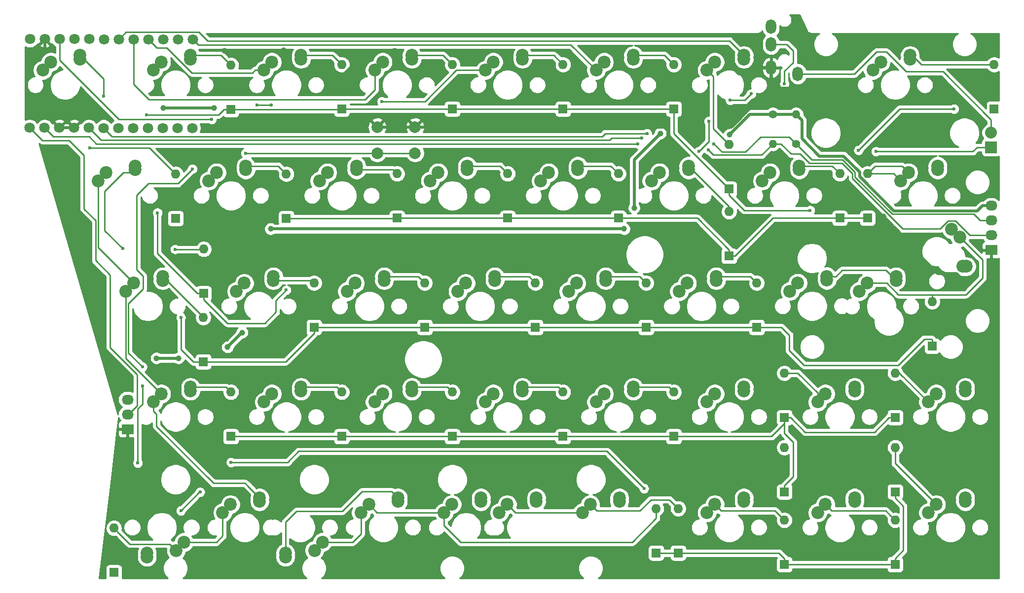
<source format=gtl>
G04 #@! TF.GenerationSoftware,KiCad,Pcbnew,(5.1.6)-1*
G04 #@! TF.CreationDate,2020-06-17T00:03:13+01:00*
G04 #@! TF.ProjectId,Mint60,4d696e74-3630-42e6-9b69-6361645f7063,rev?*
G04 #@! TF.SameCoordinates,Original*
G04 #@! TF.FileFunction,Copper,L1,Top*
G04 #@! TF.FilePolarity,Positive*
%FSLAX46Y46*%
G04 Gerber Fmt 4.6, Leading zero omitted, Abs format (unit mm)*
G04 Created by KiCad (PCBNEW (5.1.6)-1) date 2020-06-17 00:03:13*
%MOMM*%
%LPD*%
G01*
G04 APERTURE LIST*
G04 #@! TA.AperFunction,ComponentPad*
%ADD10C,2.200000*%
G04 #@! TD*
G04 #@! TA.AperFunction,ComponentPad*
%ADD11R,2.032000X1.727200*%
G04 #@! TD*
G04 #@! TA.AperFunction,ComponentPad*
%ADD12O,2.032000X1.727200*%
G04 #@! TD*
G04 #@! TA.AperFunction,ComponentPad*
%ADD13R,1.600000X1.600000*%
G04 #@! TD*
G04 #@! TA.AperFunction,ComponentPad*
%ADD14O,1.600000X1.600000*%
G04 #@! TD*
G04 #@! TA.AperFunction,ComponentPad*
%ADD15C,1.800000*%
G04 #@! TD*
G04 #@! TA.AperFunction,ComponentPad*
%ADD16C,1.400000*%
G04 #@! TD*
G04 #@! TA.AperFunction,ComponentPad*
%ADD17O,1.400000X1.400000*%
G04 #@! TD*
G04 #@! TA.AperFunction,ComponentPad*
%ADD18R,2.032000X2.032000*%
G04 #@! TD*
G04 #@! TA.AperFunction,ComponentPad*
%ADD19O,2.032000X2.032000*%
G04 #@! TD*
G04 #@! TA.AperFunction,ComponentPad*
%ADD20O,1.800000X2.500000*%
G04 #@! TD*
G04 #@! TA.AperFunction,ComponentPad*
%ADD21C,2.000000*%
G04 #@! TD*
G04 #@! TA.AperFunction,ViaPad*
%ADD22C,0.600000*%
G04 #@! TD*
G04 #@! TA.AperFunction,ViaPad*
%ADD23C,1.000000*%
G04 #@! TD*
G04 #@! TA.AperFunction,Conductor*
%ADD24C,0.250000*%
G04 #@! TD*
G04 #@! TA.AperFunction,Conductor*
%ADD25C,0.500000*%
G04 #@! TD*
G04 #@! TA.AperFunction,Conductor*
%ADD26C,0.254000*%
G04 #@! TD*
G04 APERTURE END LIST*
D10*
X203595000Y-61040000D03*
X204730000Y-66040000D03*
X202190000Y-59690000D03*
X204095000Y-66040000D03*
X180790000Y-67770000D03*
X174440000Y-70310000D03*
X175790000Y-68905000D03*
X180790000Y-68405000D03*
X52540000Y-30430000D03*
X47540000Y-30930000D03*
X46190000Y-32335000D03*
X52540000Y-29795000D03*
X195040000Y-30430000D03*
X188690000Y-32335000D03*
X195040000Y-29795000D03*
X190040000Y-30930000D03*
D11*
X60750000Y-94000000D03*
D12*
X60750000Y-91460000D03*
X60750000Y-88920000D03*
D13*
X73750000Y-82420000D03*
D14*
X73750000Y-74800000D03*
D10*
X71540000Y-87430000D03*
X66540000Y-87930000D03*
X65190000Y-89335000D03*
X71540000Y-86795000D03*
D13*
X198850000Y-79700000D03*
D14*
X198850000Y-72080000D03*
D10*
X147540000Y-30430000D03*
X142540000Y-30930000D03*
X141190000Y-32335000D03*
X147540000Y-29795000D03*
X199790000Y-49430000D03*
X194790000Y-49930000D03*
X193440000Y-51335000D03*
X199790000Y-48795000D03*
X185540000Y-87430000D03*
X180540000Y-87930000D03*
X179190000Y-89335000D03*
X185540000Y-86795000D03*
X157040000Y-49430000D03*
X152040000Y-49930000D03*
X150690000Y-51335000D03*
X157040000Y-48795000D03*
D15*
X71940000Y-27030000D03*
X69400000Y-27030000D03*
X66860000Y-27030000D03*
X64320000Y-27030000D03*
X61780000Y-27030000D03*
X59240000Y-27030000D03*
X56700000Y-27030000D03*
X54160000Y-27000000D03*
X51620000Y-27000000D03*
X49080000Y-27000000D03*
X46540000Y-27000000D03*
X44000000Y-27000000D03*
X43940000Y-42240000D03*
X46480000Y-42240000D03*
X49020000Y-42240000D03*
X51560000Y-42240000D03*
X54100000Y-42240000D03*
X56640000Y-42270000D03*
X59180000Y-42270000D03*
X61720000Y-42270000D03*
X64260000Y-42270000D03*
X66800000Y-42270000D03*
X69340000Y-42270000D03*
X71880000Y-42270000D03*
D13*
X69000000Y-57800000D03*
D14*
X69000000Y-50180000D03*
D13*
X78500000Y-39100000D03*
D14*
X78500000Y-31480000D03*
D13*
X97500000Y-39000000D03*
D14*
X97500000Y-31380000D03*
D13*
X116500000Y-39000000D03*
D14*
X116500000Y-31380000D03*
D13*
X135500000Y-39000000D03*
D14*
X135500000Y-31380000D03*
D13*
X154500000Y-39000000D03*
D14*
X154500000Y-31380000D03*
D13*
X164000000Y-52750000D03*
D14*
X164000000Y-45130000D03*
D13*
X209500000Y-39000000D03*
D14*
X209500000Y-31380000D03*
D13*
X73800000Y-70700000D03*
D14*
X73800000Y-63080000D03*
D13*
X88000000Y-57800000D03*
D14*
X88000000Y-50180000D03*
D13*
X107000000Y-57750000D03*
D14*
X107000000Y-50130000D03*
D13*
X126000000Y-57750000D03*
D14*
X126000000Y-50130000D03*
D13*
X145000000Y-57750000D03*
D14*
X145000000Y-50130000D03*
D13*
X164000000Y-64250000D03*
D14*
X164000000Y-56630000D03*
D13*
X183000000Y-57750000D03*
D14*
X183000000Y-50130000D03*
D13*
X187750000Y-57750000D03*
D14*
X187750000Y-50130000D03*
D13*
X92750000Y-76500000D03*
D14*
X92750000Y-68880000D03*
D13*
X111750000Y-76500000D03*
D14*
X111750000Y-68880000D03*
D13*
X130750000Y-76500000D03*
D14*
X130750000Y-68880000D03*
D13*
X149750000Y-76500000D03*
D14*
X149750000Y-68880000D03*
D13*
X168750000Y-76500000D03*
D14*
X168750000Y-68880000D03*
D13*
X78500000Y-95250000D03*
D14*
X78500000Y-87630000D03*
D13*
X97500000Y-95250000D03*
D14*
X97500000Y-87630000D03*
D13*
X116500000Y-95250000D03*
D14*
X116500000Y-87630000D03*
D13*
X135500000Y-95250000D03*
D14*
X135500000Y-87630000D03*
D13*
X154500000Y-95250000D03*
D14*
X154500000Y-87630000D03*
D13*
X173500000Y-104750000D03*
D14*
X173500000Y-97130000D03*
D11*
X209000000Y-63250000D03*
D12*
X209000000Y-60710000D03*
X209000000Y-58170000D03*
X209000000Y-55630000D03*
D16*
X171500000Y-39920000D03*
D17*
X171500000Y-45000000D03*
D16*
X175500000Y-45000000D03*
D17*
X175500000Y-39920000D03*
D10*
X71540000Y-30430000D03*
X66540000Y-30930000D03*
X65190000Y-32335000D03*
X71540000Y-29795000D03*
X90540000Y-30430000D03*
X85540000Y-30930000D03*
X84190000Y-32335000D03*
X90540000Y-29795000D03*
X109540000Y-30430000D03*
X104540000Y-30930000D03*
X103190000Y-32335000D03*
X109540000Y-29795000D03*
X128540000Y-30430000D03*
X123540000Y-30930000D03*
X122190000Y-32335000D03*
X128540000Y-29795000D03*
X166540000Y-30430000D03*
X161540000Y-30930000D03*
X160190000Y-32335000D03*
X166540000Y-29795000D03*
X62040000Y-49430000D03*
X57040000Y-49930000D03*
X55690000Y-51335000D03*
X62040000Y-48795000D03*
X81040000Y-49430000D03*
X76040000Y-49930000D03*
X74690000Y-51335000D03*
X81040000Y-48795000D03*
X100040000Y-49430000D03*
X95040000Y-49930000D03*
X93690000Y-51335000D03*
X100040000Y-48795000D03*
X119040000Y-49430000D03*
X114040000Y-49930000D03*
X112690000Y-51335000D03*
X119040000Y-48795000D03*
X138040000Y-49430000D03*
X133040000Y-49930000D03*
X131690000Y-51335000D03*
X138040000Y-48795000D03*
X176040000Y-49430000D03*
X171040000Y-49930000D03*
X169690000Y-51335000D03*
X176040000Y-48795000D03*
X66790000Y-68430000D03*
X61790000Y-68930000D03*
X60440000Y-70335000D03*
X66790000Y-67795000D03*
X85790000Y-68430000D03*
X80790000Y-68930000D03*
X79440000Y-70335000D03*
X85790000Y-67795000D03*
X123790000Y-68430000D03*
X118790000Y-68930000D03*
X117440000Y-70335000D03*
X123790000Y-67795000D03*
X142790000Y-68430000D03*
X137790000Y-68930000D03*
X136440000Y-70335000D03*
X142790000Y-67795000D03*
X161790000Y-68430000D03*
X156790000Y-68930000D03*
X155440000Y-70335000D03*
X161790000Y-67795000D03*
X90540000Y-87430000D03*
X85540000Y-87930000D03*
X84190000Y-89335000D03*
X90540000Y-86795000D03*
X109540000Y-87430000D03*
X104540000Y-87930000D03*
X103190000Y-89335000D03*
X109540000Y-86795000D03*
X128540000Y-87430000D03*
X123540000Y-87930000D03*
X122190000Y-89335000D03*
X128540000Y-86795000D03*
X147540000Y-87430000D03*
X142540000Y-87930000D03*
X141190000Y-89335000D03*
X147540000Y-86795000D03*
D13*
X173500000Y-92000000D03*
D14*
X173500000Y-84380000D03*
D13*
X192500000Y-92000000D03*
D14*
X192500000Y-84380000D03*
D13*
X173500000Y-117250000D03*
D14*
X173500000Y-109630000D03*
D13*
X192500000Y-117250000D03*
D14*
X192500000Y-109630000D03*
D13*
X192500000Y-104750000D03*
D14*
X192500000Y-97130000D03*
D13*
X58400000Y-118620000D03*
D14*
X58400000Y-111000000D03*
D13*
X151500000Y-115250000D03*
D14*
X151500000Y-107630000D03*
D13*
X155250000Y-115250000D03*
D14*
X155250000Y-107630000D03*
D10*
X104790000Y-68430000D03*
X99790000Y-68930000D03*
X98440000Y-70335000D03*
X104790000Y-67795000D03*
X166540000Y-87430000D03*
X161540000Y-87930000D03*
X160190000Y-89335000D03*
X166540000Y-86795000D03*
X204540000Y-87430000D03*
X199540000Y-87930000D03*
X198190000Y-89335000D03*
X204540000Y-86795000D03*
X166540000Y-106430000D03*
X161540000Y-106930000D03*
X160190000Y-108335000D03*
X166540000Y-105795000D03*
X185540000Y-106430000D03*
X180540000Y-106930000D03*
X179190000Y-108335000D03*
X185540000Y-105795000D03*
X204540000Y-106430000D03*
X199540000Y-106930000D03*
X198190000Y-108335000D03*
X204540000Y-105795000D03*
X87835000Y-115320000D03*
X92835000Y-114820000D03*
X94185000Y-113415000D03*
X87835000Y-115955000D03*
D18*
X208950000Y-45600000D03*
D19*
X208950000Y-43060000D03*
D20*
X175800000Y-33000000D03*
X171200000Y-31900000D03*
X171200000Y-24900000D03*
X171200000Y-27900000D03*
D10*
X64085000Y-115320000D03*
X69085000Y-114820000D03*
X70435000Y-113415000D03*
X64085000Y-115955000D03*
X121415000Y-106430000D03*
X116415000Y-106930000D03*
X115065000Y-108335000D03*
X121415000Y-105795000D03*
X145165000Y-106430000D03*
X140165000Y-106930000D03*
X138815000Y-108335000D03*
X145165000Y-105795000D03*
D21*
X103600000Y-42100000D03*
X103600000Y-46600000D03*
X110100000Y-42100000D03*
X110100000Y-46600000D03*
D10*
X107165000Y-106430000D03*
X102165000Y-106930000D03*
X100815000Y-108335000D03*
X107165000Y-105795000D03*
X192665000Y-68430000D03*
X186315000Y-70335000D03*
X192665000Y-67795000D03*
X187665000Y-68930000D03*
X83415000Y-106430000D03*
X77065000Y-108335000D03*
X83415000Y-105795000D03*
X78415000Y-106930000D03*
X130915000Y-106430000D03*
X124565000Y-108335000D03*
X130915000Y-105795000D03*
X125915000Y-106930000D03*
D22*
X186200000Y-46100000D03*
X202600000Y-39000000D03*
X177900000Y-56400000D03*
X64000000Y-40000000D03*
X54300000Y-45700000D03*
X65874999Y-56825001D03*
X88000000Y-70100000D03*
X68900000Y-63100000D03*
X59900000Y-63000000D03*
X69900000Y-74800000D03*
X149400000Y-104200000D03*
X78500000Y-99700000D03*
X73200000Y-104800000D03*
X69900000Y-108000000D03*
X62500000Y-99800000D03*
X63300000Y-86600000D03*
X63300000Y-83300000D03*
X71880000Y-49320000D03*
D23*
X77400000Y-29000000D03*
X81000000Y-30500000D03*
X87500000Y-28900000D03*
X100100000Y-30900000D03*
X106600000Y-29000000D03*
X112300000Y-32500000D03*
X113800000Y-40300000D03*
X173900000Y-26500000D03*
X185600000Y-26900000D03*
X196900000Y-26800000D03*
X201500000Y-29600000D03*
X206900000Y-32800000D03*
X204300000Y-34000000D03*
X201100000Y-41100000D03*
X192000000Y-43400000D03*
X183000000Y-34600000D03*
X164100000Y-31400000D03*
X157000000Y-28800000D03*
X153200000Y-35500000D03*
X148600000Y-40900000D03*
X140100000Y-41700000D03*
X133500000Y-46400000D03*
X124700000Y-54300000D03*
X120000000Y-62100000D03*
X110600000Y-62600000D03*
X101300000Y-56700000D03*
X90200000Y-55500000D03*
X88900000Y-52200000D03*
X82800000Y-57900000D03*
X77700000Y-60200000D03*
X67800000Y-55400000D03*
X68700000Y-54000000D03*
X64100000Y-60100000D03*
X53100000Y-60100000D03*
X49900000Y-47900000D03*
X162800000Y-42100000D03*
X153200000Y-42100000D03*
X100500000Y-65700000D03*
X69500000Y-65800000D03*
X190500000Y-57500000D03*
X205555000Y-68450000D03*
X80400000Y-77400000D03*
X77900000Y-79900000D03*
X69500000Y-81800000D03*
X65700000Y-81800000D03*
X85300000Y-59600000D03*
X75600000Y-38800000D03*
X66900000Y-38800000D03*
X146000000Y-59600000D03*
X147700000Y-56000000D03*
X152200000Y-43200000D03*
X164100000Y-43400000D03*
D22*
X160400000Y-46000000D03*
X149000000Y-44000000D03*
X149900000Y-43200000D03*
X161400000Y-45000000D03*
X167800000Y-36400000D03*
X164200000Y-37500000D03*
X160500000Y-41100000D03*
X158800000Y-46300000D03*
X148343148Y-44981726D03*
X56600000Y-36800000D03*
X104400000Y-37700000D03*
X83000000Y-38300000D03*
X85400000Y-38300000D03*
X81000000Y-46600000D03*
X75200000Y-40800000D03*
X75200000Y-40800000D03*
X189200000Y-46300000D03*
X173500000Y-34700000D03*
D24*
X186200000Y-46100000D02*
X193300000Y-39000000D01*
X193300000Y-39000000D02*
X202600000Y-39000000D01*
X166600000Y-56400000D02*
X177900000Y-56400000D01*
X77300000Y-39100000D02*
X76400000Y-40000000D01*
X76400000Y-40000000D02*
X64000000Y-40000000D01*
X78500000Y-39100000D02*
X77300000Y-39100000D01*
X164000000Y-52750000D02*
X164000000Y-53800000D01*
X164000000Y-53800000D02*
X166600000Y-56400000D01*
X154500000Y-39000000D02*
X154500000Y-43250000D01*
X154500000Y-43250000D02*
X164000000Y-52750000D01*
X135500000Y-39000000D02*
X154500000Y-39000000D01*
X116500000Y-39000000D02*
X135500000Y-39000000D01*
X97500000Y-39000000D02*
X116500000Y-39000000D01*
X78500000Y-39100000D02*
X97400000Y-39100000D01*
X97400000Y-39100000D02*
X97500000Y-39000000D01*
X54300000Y-45700000D02*
X64520000Y-45700000D01*
X64520000Y-45700000D02*
X69000000Y-50180000D01*
X71540000Y-29795000D02*
X76815000Y-29795000D01*
X76815000Y-29795000D02*
X78500000Y-31480000D01*
X90540000Y-29795000D02*
X95915000Y-29795000D01*
X95915000Y-29795000D02*
X97500000Y-31380000D01*
X109540000Y-29795000D02*
X114915000Y-29795000D01*
X114915000Y-29795000D02*
X116500000Y-31380000D01*
X128540000Y-29795000D02*
X133915000Y-29795000D01*
X133915000Y-29795000D02*
X135500000Y-31380000D01*
X147540000Y-29795000D02*
X152915000Y-29795000D01*
X152915000Y-29795000D02*
X154500000Y-31380000D01*
X86200000Y-73900000D02*
X86200000Y-71900000D01*
X86200000Y-71900000D02*
X88000000Y-70100000D01*
X84300000Y-75800000D02*
X86200000Y-73900000D01*
X77850000Y-75800000D02*
X84300000Y-75800000D01*
X73800000Y-70700000D02*
X73800000Y-71750000D01*
X73800000Y-71750000D02*
X77850000Y-75800000D01*
X73800000Y-70700000D02*
X72750000Y-70700000D01*
X72750000Y-70700000D02*
X65874999Y-63824999D01*
X65874999Y-63824999D02*
X65874999Y-56825001D01*
X164000000Y-64250000D02*
X165050000Y-64250000D01*
X181950000Y-57750000D02*
X183000000Y-57750000D01*
X165050000Y-64250000D02*
X171550000Y-57750000D01*
X171550000Y-57750000D02*
X181950000Y-57750000D01*
X183000000Y-57750000D02*
X187750000Y-57750000D01*
X145000000Y-57750000D02*
X158550000Y-57750000D01*
X158550000Y-57750000D02*
X164000000Y-63200000D01*
X164000000Y-63200000D02*
X164000000Y-64250000D01*
X126000000Y-57750000D02*
X145000000Y-57750000D01*
X107000000Y-57750000D02*
X126000000Y-57750000D01*
X88000000Y-57800000D02*
X106950000Y-57800000D01*
X106950000Y-57800000D02*
X107000000Y-57750000D01*
X87950000Y-57750000D02*
X88000000Y-57800000D01*
X161540000Y-30930000D02*
X161540000Y-30985000D01*
X161540000Y-30985000D02*
X160190000Y-32335000D01*
X160190000Y-32335000D02*
X161289999Y-33434999D01*
X161289999Y-33434999D02*
X161289999Y-42419999D01*
X161289999Y-42419999D02*
X164000000Y-45130000D01*
X208000000Y-31380000D02*
X209500000Y-31380000D01*
X195395000Y-29795000D02*
X196980000Y-31380000D01*
X196980000Y-31380000D02*
X208000000Y-31380000D01*
X195040000Y-29795000D02*
X195395000Y-29795000D01*
X68900000Y-63100000D02*
X73780000Y-63100000D01*
X73780000Y-63100000D02*
X73800000Y-63080000D01*
X56800000Y-53133998D02*
X56800000Y-59900000D01*
X56800000Y-59900000D02*
X59900000Y-63000000D01*
X62040000Y-48795000D02*
X60940001Y-49894999D01*
X60940001Y-49894999D02*
X60038999Y-49894999D01*
X60038999Y-49894999D02*
X56800000Y-53133998D01*
X81040000Y-48795000D02*
X86615000Y-48795000D01*
X86615000Y-48795000D02*
X88000000Y-50180000D01*
X100040000Y-49430000D02*
X106300000Y-49430000D01*
X106300000Y-49430000D02*
X107000000Y-50130000D01*
X119040000Y-48795000D02*
X124665000Y-48795000D01*
X124665000Y-48795000D02*
X126000000Y-50130000D01*
X73750000Y-82420000D02*
X87880000Y-82420000D01*
X87880000Y-82420000D02*
X92750000Y-77550000D01*
X92750000Y-77550000D02*
X92750000Y-76500000D01*
X69900000Y-74800000D02*
X69900000Y-80300000D01*
X69900000Y-80300000D02*
X72020000Y-82420000D01*
X72020000Y-82420000D02*
X73750000Y-82420000D01*
X149750000Y-76500000D02*
X168750000Y-76500000D01*
X130750000Y-76500000D02*
X149750000Y-76500000D01*
X111750000Y-76500000D02*
X130750000Y-76500000D01*
X92750000Y-76500000D02*
X111750000Y-76500000D01*
X173000000Y-76500000D02*
X168750000Y-76500000D01*
X174350000Y-77850000D02*
X173000000Y-76500000D01*
X174350000Y-80500000D02*
X174350000Y-77850000D01*
X198850000Y-79700000D02*
X198850000Y-78650000D01*
X198850000Y-78650000D02*
X198700000Y-78500000D01*
X197500000Y-78500000D02*
X193000000Y-83000000D01*
X193000000Y-83000000D02*
X176850000Y-83000000D01*
X198700000Y-78500000D02*
X197500000Y-78500000D01*
X176850000Y-83000000D02*
X174350000Y-80500000D01*
X138040000Y-48795000D02*
X143665000Y-48795000D01*
X143665000Y-48795000D02*
X145000000Y-50130000D01*
X157040000Y-48795000D02*
X164000000Y-55755000D01*
X164000000Y-55755000D02*
X164000000Y-56630000D01*
X176040000Y-48795000D02*
X181665000Y-48795000D01*
X181665000Y-48795000D02*
X183000000Y-50130000D01*
X194790000Y-49930000D02*
X194790000Y-49985000D01*
X194790000Y-49985000D02*
X193440000Y-51335000D01*
X193440000Y-51335000D02*
X192235000Y-50130000D01*
X192235000Y-50130000D02*
X187750000Y-50130000D01*
X188549999Y-49330001D02*
X188549999Y-49300001D01*
X187750000Y-50130000D02*
X188549999Y-49330001D01*
X193690001Y-48830001D02*
X194790000Y-49930000D01*
X189019999Y-48830001D02*
X193690001Y-48830001D01*
X188549999Y-49300001D02*
X189019999Y-48830001D01*
X66790000Y-67795000D02*
X73750000Y-74755000D01*
X73750000Y-74755000D02*
X73750000Y-74800000D01*
X85790000Y-68430000D02*
X92300000Y-68430000D01*
X92300000Y-68430000D02*
X92750000Y-68880000D01*
X175000000Y-96200000D02*
X175000000Y-102200000D01*
X175000000Y-102200000D02*
X173500000Y-103700000D01*
X173500000Y-103700000D02*
X173500000Y-104750000D01*
X173500000Y-94700000D02*
X175000000Y-96200000D01*
X173500000Y-92000000D02*
X173500000Y-94700000D01*
X177050000Y-94500000D02*
X188950000Y-94500000D01*
X188950000Y-94500000D02*
X191450000Y-92000000D01*
X191450000Y-92000000D02*
X192500000Y-92000000D01*
X173500000Y-92000000D02*
X174550000Y-92000000D01*
X174550000Y-92000000D02*
X177050000Y-94500000D01*
X154500000Y-95250000D02*
X171300000Y-95250000D01*
X171300000Y-95250000D02*
X173500000Y-93050000D01*
X173500000Y-93050000D02*
X173500000Y-92000000D01*
X135500000Y-95250000D02*
X154500000Y-95250000D01*
X116500000Y-95250000D02*
X135500000Y-95250000D01*
X97500000Y-95250000D02*
X116500000Y-95250000D01*
X78500000Y-95250000D02*
X97500000Y-95250000D01*
X104790000Y-67795000D02*
X110665000Y-67795000D01*
X110665000Y-67795000D02*
X111750000Y-68880000D01*
X123790000Y-67795000D02*
X129665000Y-67795000D01*
X129665000Y-67795000D02*
X130750000Y-68880000D01*
X142790000Y-67795000D02*
X148665000Y-67795000D01*
X148665000Y-67795000D02*
X149750000Y-68880000D01*
X161790000Y-67795000D02*
X167665000Y-67795000D01*
X167665000Y-67795000D02*
X168750000Y-68880000D01*
X186315000Y-70335000D02*
X186315000Y-70280000D01*
X186315000Y-70280000D02*
X187665000Y-68930000D01*
X189220634Y-68930000D02*
X187665000Y-68930000D01*
X191055998Y-68930000D02*
X189220634Y-68930000D01*
X193005998Y-70880000D02*
X191055998Y-68930000D01*
X198550000Y-70880000D02*
X193005998Y-70880000D01*
X198550000Y-70880000D02*
X204670000Y-70880000D01*
X204670000Y-70880000D02*
X207500000Y-68050000D01*
X207500000Y-64945000D02*
X203595000Y-61040000D01*
X207500000Y-68050000D02*
X207500000Y-64945000D01*
X198781370Y-70880000D02*
X198550000Y-70880000D01*
X198850000Y-70948630D02*
X198781370Y-70880000D01*
X198850000Y-72080000D02*
X198850000Y-70948630D01*
X71540000Y-86795000D02*
X77665000Y-86795000D01*
X77665000Y-86795000D02*
X78500000Y-87630000D01*
X78500000Y-99700000D02*
X88300000Y-99700000D01*
X88300000Y-99700000D02*
X88300000Y-99600000D01*
X88300000Y-99600000D02*
X90100000Y-97800000D01*
X90100000Y-97800000D02*
X143000000Y-97800000D01*
X143000000Y-97800000D02*
X144900000Y-99700000D01*
X144900000Y-99700000D02*
X149400000Y-104200000D01*
X69900000Y-108000000D02*
X73100000Y-104800000D01*
X73100000Y-104800000D02*
X73200000Y-104800000D01*
X69400000Y-51800000D02*
X71880000Y-49320000D01*
X62300000Y-53800000D02*
X64300000Y-51800000D01*
X62300000Y-66600000D02*
X62300000Y-53800000D01*
X63400000Y-67700000D02*
X62300000Y-66600000D01*
X63400000Y-69900000D02*
X63400000Y-67700000D01*
X60890010Y-72409990D02*
X63400000Y-69900000D01*
X60890010Y-80890010D02*
X60890010Y-72409990D01*
X64300000Y-51800000D02*
X69400000Y-51800000D01*
X63300000Y-83300000D02*
X60890010Y-80890010D01*
X63300000Y-89698810D02*
X63300000Y-86600000D01*
X62500000Y-90498810D02*
X63300000Y-89698810D01*
X62500000Y-99800000D02*
X62500000Y-90498810D01*
X193900000Y-114800000D02*
X193900000Y-107200000D01*
X193900000Y-107200000D02*
X192500000Y-105800000D01*
X192500000Y-105800000D02*
X192500000Y-104750000D01*
X192500000Y-117250000D02*
X192500000Y-116200000D01*
X192500000Y-116200000D02*
X193900000Y-114800000D01*
X173500000Y-117250000D02*
X192500000Y-117250000D01*
X155250000Y-115250000D02*
X172550000Y-115250000D01*
X172550000Y-115250000D02*
X173500000Y-116200000D01*
X173500000Y-116200000D02*
X173500000Y-117250000D01*
X151500000Y-115250000D02*
X155250000Y-115250000D01*
X90540000Y-86795000D02*
X96665000Y-86795000D01*
X96665000Y-86795000D02*
X97500000Y-87630000D01*
X109540000Y-86795000D02*
X115665000Y-86795000D01*
X115665000Y-86795000D02*
X116500000Y-87630000D01*
X128540000Y-86795000D02*
X134665000Y-86795000D01*
X134665000Y-86795000D02*
X135500000Y-87630000D01*
X147540000Y-86795000D02*
X153665000Y-86795000D01*
X153665000Y-86795000D02*
X154500000Y-87630000D01*
D25*
X79500000Y-29000000D02*
X77400000Y-29000000D01*
X81000000Y-30500000D02*
X79500000Y-29000000D01*
X90500000Y-33200000D02*
X87500000Y-30200000D01*
X87500000Y-30200000D02*
X87500000Y-28900000D01*
X97800000Y-33200000D02*
X90500000Y-33200000D01*
X100100000Y-30900000D02*
X97800000Y-33200000D01*
X108600000Y-32500000D02*
X106600000Y-30500000D01*
X106600000Y-30500000D02*
X106600000Y-29000000D01*
X112300000Y-32500000D02*
X108600000Y-32500000D01*
X107000000Y-42100000D02*
X108800000Y-40300000D01*
X108800000Y-40300000D02*
X113800000Y-40300000D01*
X103600000Y-42100000D02*
X107000000Y-42100000D01*
X177900000Y-30500000D02*
X173900000Y-26500000D01*
X182000000Y-30500000D02*
X177900000Y-30500000D01*
X185600000Y-26900000D02*
X182000000Y-30500000D01*
X201500000Y-29600000D02*
X198700000Y-26800000D01*
X198700000Y-26800000D02*
X196900000Y-26800000D01*
X204300000Y-34000000D02*
X205700000Y-34000000D01*
X205700000Y-34000000D02*
X206900000Y-32800000D01*
X192000000Y-43400000D02*
X198800000Y-43400000D01*
X198800000Y-43400000D02*
X201100000Y-41100000D01*
X181649999Y-35450001D02*
X182500000Y-34600000D01*
X182500000Y-34600000D02*
X183000000Y-34600000D01*
X171700000Y-34700000D02*
X172450001Y-35450001D01*
X172450001Y-35450001D02*
X181649999Y-35450001D01*
X171700000Y-34150000D02*
X171700000Y-34700000D01*
X171200000Y-31900000D02*
X171200000Y-33650000D01*
X171200000Y-33650000D02*
X171700000Y-34150000D01*
X165700000Y-33000000D02*
X168700000Y-33000000D01*
X168700000Y-33000000D02*
X169800000Y-31900000D01*
X169800000Y-31900000D02*
X171200000Y-31900000D01*
X164100000Y-31400000D02*
X165700000Y-33000000D01*
X153200000Y-35500000D02*
X157000000Y-31700000D01*
X157000000Y-31700000D02*
X157000000Y-28800000D01*
X140100000Y-41700000D02*
X140900000Y-40900000D01*
X140900000Y-40900000D02*
X148600000Y-40900000D01*
X124700000Y-54300000D02*
X132600000Y-46400000D01*
X132600000Y-46400000D02*
X133500000Y-46400000D01*
X110600000Y-62600000D02*
X111100000Y-62100000D01*
X111100000Y-62100000D02*
X120000000Y-62100000D01*
X90200000Y-55500000D02*
X91400000Y-56700000D01*
X91400000Y-56700000D02*
X101300000Y-56700000D01*
X82800000Y-57900000D02*
X88500000Y-52200000D01*
X88500000Y-52200000D02*
X88900000Y-52200000D01*
X68300000Y-55900000D02*
X73400000Y-55900000D01*
X73400000Y-55900000D02*
X77700000Y-60200000D01*
X67800000Y-55400000D02*
X68300000Y-55900000D01*
X64100000Y-57000000D02*
X67100000Y-54000000D01*
X67100000Y-54000000D02*
X68700000Y-54000000D01*
X64100000Y-60100000D02*
X64100000Y-57000000D01*
X51300000Y-58300000D02*
X53100000Y-60100000D01*
X51300000Y-49300000D02*
X51300000Y-58300000D01*
X49900000Y-47900000D02*
X51300000Y-49300000D01*
X190500000Y-57500000D02*
X192100000Y-59100000D01*
X208847600Y-63250000D02*
X209000000Y-63250000D01*
X162800000Y-42100000D02*
X164400000Y-42100000D01*
X164400000Y-42100000D02*
X171200000Y-35300000D01*
X171200000Y-35300000D02*
X171200000Y-31900000D01*
X110100000Y-42100000D02*
X153200000Y-42100000D01*
X69500000Y-65800000D02*
X100400000Y-65800000D01*
X100400000Y-65800000D02*
X100500000Y-65700000D01*
X43400000Y-32200000D02*
X43400000Y-36620000D01*
X43400000Y-36620000D02*
X49020000Y-42240000D01*
X46540000Y-29060000D02*
X43400000Y-32200000D01*
X46540000Y-27000000D02*
X46540000Y-29060000D01*
X51560000Y-42240000D02*
X49020000Y-42240000D01*
X103600000Y-42100000D02*
X110100000Y-42100000D01*
X203040997Y-67279999D02*
X204260998Y-68500000D01*
X199803997Y-67279999D02*
X203040997Y-67279999D01*
X192100000Y-59100000D02*
X192100000Y-59576002D01*
X192100000Y-59576002D02*
X199803997Y-67279999D01*
X204260998Y-68500000D02*
X205505000Y-68500000D01*
X205505000Y-68500000D02*
X205555000Y-68450000D01*
X80000000Y-77800000D02*
X80400000Y-77400000D01*
X77900000Y-79900000D02*
X80000000Y-77800000D01*
X175500000Y-39920000D02*
X176500000Y-40920000D01*
X176500000Y-40920000D02*
X176500000Y-44100000D01*
X186400000Y-49850404D02*
X186400000Y-50630002D01*
X176500000Y-44100000D02*
X179500000Y-47100000D01*
X183649596Y-47100000D02*
X186400000Y-49850404D01*
X179500000Y-47100000D02*
X183649596Y-47100000D01*
X186400000Y-50630002D02*
X192269998Y-56500000D01*
X192269998Y-56500000D02*
X206614000Y-56500000D01*
X206614000Y-56500000D02*
X207484000Y-55630000D01*
X207484000Y-55630000D02*
X209000000Y-55630000D01*
X65700000Y-81800000D02*
X69500000Y-81800000D01*
X146000000Y-59600000D02*
X85300000Y-59600000D01*
X66900000Y-38800000D02*
X75600000Y-38800000D01*
X171500000Y-39920000D02*
X175500000Y-39920000D01*
X167580000Y-39920000D02*
X171500000Y-39920000D01*
X152200000Y-43200000D02*
X147700000Y-47700000D01*
X147700000Y-47700000D02*
X147700000Y-56000000D01*
X167580000Y-39920000D02*
X164100000Y-43400000D01*
D24*
X208847600Y-60710000D02*
X209000000Y-60710000D01*
X160400000Y-46000000D02*
X161300000Y-46900000D01*
X161300000Y-46900000D02*
X169600000Y-46900000D01*
X169600000Y-46900000D02*
X171500000Y-45000000D01*
X143800000Y-44000000D02*
X149000000Y-44000000D01*
X143475000Y-44325000D02*
X143800000Y-44000000D01*
X56185000Y-44325000D02*
X143300000Y-44325000D01*
X143300000Y-44325000D02*
X143475000Y-44325000D01*
X54100000Y-42240000D02*
X56185000Y-44325000D01*
X201604501Y-58204501D02*
X202813503Y-58204501D01*
X200214001Y-59595001D02*
X201604501Y-58204501D01*
X193816003Y-59595001D02*
X200214001Y-59595001D01*
X202813503Y-58204501D02*
X205319002Y-60710000D01*
X185149991Y-50928989D02*
X193816003Y-59595001D01*
X185149991Y-50049991D02*
X185149991Y-50928989D01*
X205319002Y-60710000D02*
X209000000Y-60710000D01*
X171500000Y-45000000D02*
X172900000Y-45000000D01*
X172900000Y-45000000D02*
X174625020Y-46725020D01*
X174625020Y-46725020D02*
X176225020Y-46725020D01*
X176225020Y-46725020D02*
X177800000Y-48300000D01*
X177800000Y-48300000D02*
X183400000Y-48300000D01*
X183400000Y-48300000D02*
X185149991Y-50049991D01*
X185600001Y-49900000D02*
X185600000Y-50643188D01*
X185600001Y-49863591D02*
X185600001Y-49900000D01*
X185436410Y-49700000D02*
X185600001Y-49863591D01*
X176775010Y-46275010D02*
X178200000Y-47700000D01*
X178200000Y-47700000D02*
X183436410Y-47700000D01*
X183436410Y-47700000D02*
X185436410Y-49700000D01*
X206000000Y-57075010D02*
X207094990Y-58170000D01*
X207094990Y-58170000D02*
X209000000Y-58170000D01*
X192031822Y-57075010D02*
X206000000Y-57075010D01*
X185600000Y-50643188D02*
X192031822Y-57075010D01*
X142700000Y-43200000D02*
X149900000Y-43200000D01*
X142200000Y-43700000D02*
X142700000Y-43200000D01*
X58070000Y-43700000D02*
X142000000Y-43700000D01*
X142000000Y-43700000D02*
X142200000Y-43700000D01*
X175500000Y-45000000D02*
X176775010Y-46275010D01*
X169400000Y-43800000D02*
X174300000Y-43800000D01*
X174300000Y-43800000D02*
X175500000Y-45000000D01*
X161400000Y-45000000D02*
X162800000Y-46400000D01*
X162800000Y-46400000D02*
X166800000Y-46400000D01*
X166800000Y-46400000D02*
X169400000Y-43800000D01*
X56640000Y-42270000D02*
X58070000Y-43700000D01*
X43940000Y-42240000D02*
X46100000Y-44400000D01*
X46100000Y-44400000D02*
X50700000Y-44400000D01*
X50700000Y-44400000D02*
X53244999Y-46944999D01*
X53244999Y-46944999D02*
X53244999Y-56155001D01*
X53244999Y-56155001D02*
X55239990Y-58149992D01*
X57739990Y-79939990D02*
X62400000Y-84600000D01*
X62400000Y-89962400D02*
X60902400Y-91460000D01*
X55239990Y-58149992D02*
X55239990Y-65000000D01*
X55239990Y-65000000D02*
X57739990Y-67500000D01*
X57739990Y-67500000D02*
X57739990Y-79939990D01*
X62400000Y-84600000D02*
X62400000Y-89962400D01*
X60902400Y-91460000D02*
X60750000Y-91460000D01*
X55500000Y-44981726D02*
X148343148Y-44981726D01*
X54160000Y-43760000D02*
X55381726Y-44981726D01*
X55381726Y-44981726D02*
X55500000Y-44981726D01*
X46480000Y-42240000D02*
X48000000Y-43760000D01*
X48000000Y-43760000D02*
X54160000Y-43760000D01*
X164200000Y-37500000D02*
X166700000Y-37500000D01*
X166700000Y-37500000D02*
X167800000Y-36400000D01*
X158800000Y-46300000D02*
X160500000Y-44600000D01*
X160500000Y-44600000D02*
X160500000Y-41100000D01*
X65190000Y-89335000D02*
X65190000Y-90890634D01*
X65700000Y-93500000D02*
X75500000Y-103300000D01*
X65190000Y-90890634D02*
X65700000Y-91400634D01*
X75500000Y-103300000D02*
X80920000Y-103300000D01*
X65700000Y-91400634D02*
X65700000Y-93500000D01*
X80920000Y-103300000D02*
X81520000Y-103900000D01*
X81520000Y-103900000D02*
X83415000Y-105795000D01*
X56600000Y-33855000D02*
X56600000Y-36800000D01*
X52540000Y-29795000D02*
X56600000Y-33855000D01*
X55690000Y-51335000D02*
X55690000Y-51280000D01*
X55690000Y-51280000D02*
X57040000Y-49930000D01*
X61790000Y-68930000D02*
X55690000Y-62830000D01*
X55690000Y-62830000D02*
X55690000Y-51335000D01*
X60440000Y-70335000D02*
X60440000Y-70280000D01*
X60440000Y-70280000D02*
X61790000Y-68930000D01*
X66540000Y-87930000D02*
X60440000Y-81830000D01*
X60440000Y-81830000D02*
X60440000Y-70335000D01*
X66540000Y-87930000D02*
X66540000Y-87985000D01*
X66540000Y-87985000D02*
X65190000Y-89335000D01*
X97600000Y-108100000D02*
X101004999Y-104695001D01*
X101004999Y-104695001D02*
X106065001Y-104695001D01*
X106065001Y-104695001D02*
X107165000Y-105795000D01*
X89700000Y-108100000D02*
X97600000Y-108100000D01*
X87835000Y-109965000D02*
X89700000Y-108100000D01*
X87835000Y-115955000D02*
X87835000Y-109965000D01*
X67500998Y-28500000D02*
X65790000Y-28500000D01*
X65790000Y-28500000D02*
X64320000Y-27030000D01*
X82169366Y-32800000D02*
X71800998Y-32800000D01*
X71800998Y-32800000D02*
X67500998Y-28500000D01*
X84190000Y-32335000D02*
X82634366Y-32335000D01*
X82634366Y-32335000D02*
X82169366Y-32800000D01*
X64400000Y-37400000D02*
X61780000Y-34780000D01*
X61780000Y-34780000D02*
X61780000Y-27030000D01*
X101500000Y-37400000D02*
X64400000Y-37400000D01*
X103190000Y-35710000D02*
X101500000Y-37400000D01*
X103190000Y-32335000D02*
X103190000Y-35710000D01*
X117210002Y-32335000D02*
X111900000Y-37645002D01*
X104400000Y-37700000D02*
X111845002Y-37700000D01*
X111845002Y-37700000D02*
X111900000Y-37645002D01*
X85400000Y-38300000D02*
X83000000Y-38300000D01*
X122190000Y-32335000D02*
X117210002Y-32335000D01*
X136855000Y-28000000D02*
X72910000Y-28000000D01*
X72910000Y-28000000D02*
X71940000Y-27030000D01*
X141190000Y-32335000D02*
X136855000Y-28000000D01*
X81000000Y-46600000D02*
X103600000Y-46600000D01*
X59265998Y-40800000D02*
X75200000Y-40800000D01*
X49080000Y-27000000D02*
X49080000Y-30614002D01*
X49080000Y-30614002D02*
X59265998Y-40800000D01*
X103600000Y-46600000D02*
X110100000Y-46600000D01*
X180540000Y-87930000D02*
X180540000Y-87985000D01*
X180540000Y-87985000D02*
X179190000Y-89335000D01*
X179190000Y-89335000D02*
X179190000Y-87779366D01*
X179190000Y-87779366D02*
X175790634Y-84380000D01*
X175790634Y-84380000D02*
X174631370Y-84380000D01*
X174631370Y-84380000D02*
X173500000Y-84380000D01*
X198190000Y-89335000D02*
X193235000Y-84380000D01*
X193235000Y-84380000D02*
X192500000Y-84380000D01*
X199540000Y-87930000D02*
X199540000Y-87985000D01*
X199540000Y-87985000D02*
X198190000Y-89335000D01*
X160190000Y-108335000D02*
X160190000Y-108280000D01*
X160190000Y-108280000D02*
X161540000Y-106930000D01*
X161540000Y-106930000D02*
X162639999Y-108029999D01*
X171899999Y-108029999D02*
X172700001Y-108830001D01*
X162639999Y-108029999D02*
X171899999Y-108029999D01*
X172700001Y-108830001D02*
X173500000Y-109630000D01*
X180540000Y-106930000D02*
X181639999Y-108029999D01*
X181639999Y-108029999D02*
X190899999Y-108029999D01*
X190899999Y-108029999D02*
X191700001Y-108830001D01*
X191700001Y-108830001D02*
X192500000Y-109630000D01*
X179190000Y-108335000D02*
X179190000Y-108280000D01*
X179190000Y-108280000D02*
X180540000Y-106930000D01*
X199540000Y-106930000D02*
X199540000Y-106985000D01*
X199540000Y-106985000D02*
X198190000Y-108335000D01*
X192500000Y-97130000D02*
X192500000Y-99890000D01*
X192500000Y-99890000D02*
X199540000Y-106930000D01*
X69085000Y-114820000D02*
X67985001Y-113720001D01*
X67985001Y-113720001D02*
X61120001Y-113720001D01*
X61120001Y-113720001D02*
X59199999Y-111799999D01*
X59199999Y-111799999D02*
X58400000Y-111000000D01*
X77065000Y-108335000D02*
X77065000Y-108280000D01*
X77065000Y-108280000D02*
X78415000Y-106930000D01*
X76000000Y-113400000D02*
X77065000Y-112335000D01*
X77065000Y-112335000D02*
X77065000Y-108335000D01*
X72005634Y-113400000D02*
X76000000Y-113400000D01*
X70435000Y-113415000D02*
X71990634Y-113415000D01*
X71990634Y-113415000D02*
X72005634Y-113400000D01*
X70435000Y-113415000D02*
X70435000Y-113470000D01*
X70435000Y-113470000D02*
X69085000Y-114820000D01*
X147400000Y-113400000D02*
X151500000Y-109300000D01*
X151500000Y-109300000D02*
X151500000Y-107630000D01*
X117900000Y-113400000D02*
X147400000Y-113400000D01*
X115065000Y-110565000D02*
X117900000Y-113400000D01*
X115065000Y-108335000D02*
X115065000Y-110565000D01*
X115065000Y-108335000D02*
X115065000Y-108280000D01*
X115065000Y-108280000D02*
X116415000Y-106930000D01*
X102165000Y-106930000D02*
X103570000Y-108335000D01*
X103570000Y-108335000D02*
X115065000Y-108335000D01*
X100815000Y-108335000D02*
X100815000Y-108280000D01*
X100815000Y-108280000D02*
X102165000Y-106930000D01*
X99385000Y-113415000D02*
X100815000Y-111985000D01*
X100815000Y-111985000D02*
X100815000Y-108335000D01*
X94185000Y-113415000D02*
X99385000Y-113415000D01*
X92835000Y-114820000D02*
X92835000Y-114765000D01*
X92835000Y-114765000D02*
X94185000Y-113415000D01*
X150600000Y-106100000D02*
X153720000Y-106100000D01*
X153720000Y-106100000D02*
X155250000Y-107630000D01*
X148700000Y-108000000D02*
X150600000Y-106100000D01*
X142100000Y-108000000D02*
X148700000Y-108000000D01*
X142070001Y-108029999D02*
X142100000Y-108000000D01*
X140165000Y-106930000D02*
X141264999Y-108029999D01*
X141264999Y-108029999D02*
X142070001Y-108029999D01*
X138815000Y-108335000D02*
X138815000Y-108280000D01*
X138815000Y-108280000D02*
X140165000Y-106930000D01*
X125915000Y-106930000D02*
X127320000Y-108335000D01*
X127320000Y-108335000D02*
X138815000Y-108335000D01*
X124565000Y-108335000D02*
X124565000Y-108280000D01*
X124565000Y-108280000D02*
X125915000Y-106930000D01*
X59240000Y-27030000D02*
X60465001Y-25804999D01*
X60465001Y-25804999D02*
X73004999Y-25804999D01*
X73004999Y-25804999D02*
X74500000Y-27300000D01*
X74500000Y-27300000D02*
X164045000Y-27300000D01*
X164045000Y-27300000D02*
X166540000Y-29795000D01*
X191565001Y-67330001D02*
X192665000Y-68430000D01*
X190930001Y-66695001D02*
X191565001Y-67330001D01*
X183420633Y-66695001D02*
X190930001Y-66695001D01*
X182345634Y-67770000D02*
X183420633Y-66695001D01*
X180790000Y-67770000D02*
X182345634Y-67770000D01*
X172500000Y-27900000D02*
X173900000Y-27900000D01*
X173900000Y-27900000D02*
X175000000Y-29000000D01*
X175000000Y-29000000D02*
X175000000Y-31000000D01*
X173500000Y-33700000D02*
X173500000Y-34700000D01*
X175000000Y-31000000D02*
X173500000Y-32500000D01*
X173500000Y-32500000D02*
X173500000Y-33700000D01*
X172200000Y-27900000D02*
X172500000Y-27900000D01*
X172500000Y-27900000D02*
X171200000Y-27900000D01*
X206544000Y-45600000D02*
X208950000Y-45600000D01*
X189200000Y-46300000D02*
X205844000Y-46300000D01*
X205844000Y-46300000D02*
X206544000Y-45600000D01*
X185500000Y-33000000D02*
X189300000Y-29200000D01*
X175800000Y-33000000D02*
X185500000Y-33000000D01*
X189300000Y-29200000D02*
X191000000Y-29200000D01*
X191000000Y-29200000D02*
X194400000Y-32600000D01*
X194400000Y-32600000D02*
X200700000Y-32600000D01*
X208950000Y-40850000D02*
X208950000Y-43060000D01*
X208650000Y-40550000D02*
X208950000Y-40850000D01*
X200700000Y-32600000D02*
X208650000Y-40550000D01*
D26*
G36*
X80557111Y-45771414D02*
G01*
X80403972Y-45873738D01*
X80273738Y-46003972D01*
X80171414Y-46157111D01*
X80100932Y-46327271D01*
X80065000Y-46507911D01*
X80065000Y-46692089D01*
X80100932Y-46872729D01*
X80171414Y-47042889D01*
X80273738Y-47196028D01*
X80300903Y-47223193D01*
X80218169Y-47257463D01*
X79934002Y-47447337D01*
X79692337Y-47689002D01*
X79502463Y-47973169D01*
X79371675Y-48288919D01*
X79305000Y-48624117D01*
X79305000Y-48965883D01*
X79334164Y-49112500D01*
X79305000Y-49259117D01*
X79305000Y-49600883D01*
X79371675Y-49936081D01*
X79502463Y-50251831D01*
X79692337Y-50535998D01*
X79934002Y-50777663D01*
X80218169Y-50967537D01*
X80533919Y-51098325D01*
X80869117Y-51165000D01*
X81210883Y-51165000D01*
X81546081Y-51098325D01*
X81861831Y-50967537D01*
X82145998Y-50777663D01*
X82387663Y-50535998D01*
X82577537Y-50251831D01*
X82708325Y-49936081D01*
X82775000Y-49600883D01*
X82775000Y-49555000D01*
X86300199Y-49555000D01*
X86601312Y-49856114D01*
X86565000Y-50038665D01*
X86565000Y-50321335D01*
X86620147Y-50598574D01*
X86728320Y-50859727D01*
X86885363Y-51094759D01*
X87085241Y-51294637D01*
X87320273Y-51451680D01*
X87581426Y-51559853D01*
X87858665Y-51615000D01*
X88141335Y-51615000D01*
X88418574Y-51559853D01*
X88679727Y-51451680D01*
X88914759Y-51294637D01*
X89114637Y-51094759D01*
X89271680Y-50859727D01*
X89379853Y-50598574D01*
X89435000Y-50321335D01*
X89435000Y-50038665D01*
X89379853Y-49761426D01*
X89271680Y-49500273D01*
X89114637Y-49265241D01*
X88914759Y-49065363D01*
X88679727Y-48908320D01*
X88418574Y-48800147D01*
X88141335Y-48745000D01*
X87858665Y-48745000D01*
X87676114Y-48781312D01*
X87178804Y-48284003D01*
X87155001Y-48254999D01*
X87039276Y-48160026D01*
X86907247Y-48089454D01*
X86763986Y-48045997D01*
X86652333Y-48035000D01*
X86652322Y-48035000D01*
X86615000Y-48031324D01*
X86577678Y-48035000D01*
X82603148Y-48035000D01*
X82577537Y-47973169D01*
X82387663Y-47689002D01*
X82145998Y-47447337D01*
X82015289Y-47360000D01*
X99064711Y-47360000D01*
X98934002Y-47447337D01*
X98692337Y-47689002D01*
X98502463Y-47973169D01*
X98371675Y-48288919D01*
X98305000Y-48624117D01*
X98305000Y-48965883D01*
X98334164Y-49112500D01*
X98305000Y-49259117D01*
X98305000Y-49600883D01*
X98371675Y-49936081D01*
X98502463Y-50251831D01*
X98692337Y-50535998D01*
X98934002Y-50777663D01*
X99218169Y-50967537D01*
X99533919Y-51098325D01*
X99869117Y-51165000D01*
X100210883Y-51165000D01*
X100546081Y-51098325D01*
X100861831Y-50967537D01*
X101145998Y-50777663D01*
X101387663Y-50535998D01*
X101577537Y-50251831D01*
X101603148Y-50190000D01*
X105565000Y-50190000D01*
X105565000Y-50271335D01*
X105620147Y-50548574D01*
X105728320Y-50809727D01*
X105885363Y-51044759D01*
X106085241Y-51244637D01*
X106320273Y-51401680D01*
X106581426Y-51509853D01*
X106858665Y-51565000D01*
X107141335Y-51565000D01*
X107418574Y-51509853D01*
X107679727Y-51401680D01*
X107914759Y-51244637D01*
X108114637Y-51044759D01*
X108271680Y-50809727D01*
X108379853Y-50548574D01*
X108435000Y-50271335D01*
X108435000Y-49988665D01*
X108379853Y-49711426D01*
X108271680Y-49450273D01*
X108114637Y-49215241D01*
X107914759Y-49015363D01*
X107679727Y-48858320D01*
X107418574Y-48750147D01*
X107141335Y-48695000D01*
X106858665Y-48695000D01*
X106624343Y-48741610D01*
X106592247Y-48724454D01*
X106448986Y-48680997D01*
X106337333Y-48670000D01*
X106337322Y-48670000D01*
X106300000Y-48666324D01*
X106262678Y-48670000D01*
X101775000Y-48670000D01*
X101775000Y-48624117D01*
X101708325Y-48288919D01*
X101577537Y-47973169D01*
X101387663Y-47689002D01*
X101145998Y-47447337D01*
X101015289Y-47360000D01*
X102145091Y-47360000D01*
X102151082Y-47374463D01*
X102330013Y-47642252D01*
X102557748Y-47869987D01*
X102825537Y-48048918D01*
X103123088Y-48172168D01*
X103438967Y-48235000D01*
X103761033Y-48235000D01*
X104076912Y-48172168D01*
X104374463Y-48048918D01*
X104642252Y-47869987D01*
X104869987Y-47642252D01*
X105048918Y-47374463D01*
X105054909Y-47360000D01*
X108645091Y-47360000D01*
X108651082Y-47374463D01*
X108830013Y-47642252D01*
X109057748Y-47869987D01*
X109325537Y-48048918D01*
X109623088Y-48172168D01*
X109938967Y-48235000D01*
X110261033Y-48235000D01*
X110576912Y-48172168D01*
X110874463Y-48048918D01*
X111142252Y-47869987D01*
X111369987Y-47642252D01*
X111548918Y-47374463D01*
X111672168Y-47076912D01*
X111735000Y-46761033D01*
X111735000Y-46438967D01*
X111672168Y-46123088D01*
X111548918Y-45825537D01*
X111492917Y-45741726D01*
X147797613Y-45741726D01*
X147900259Y-45810312D01*
X148070419Y-45880794D01*
X148234908Y-45913513D01*
X147104956Y-47043466D01*
X147071183Y-47071183D01*
X146960589Y-47205942D01*
X146878411Y-47359688D01*
X146851823Y-47447337D01*
X146827805Y-47526510D01*
X146826476Y-47540000D01*
X146815000Y-47656524D01*
X146815000Y-47656531D01*
X146810719Y-47700000D01*
X146815000Y-47743469D01*
X146815001Y-55281549D01*
X146694176Y-55462376D01*
X146608617Y-55668933D01*
X146565000Y-55888212D01*
X146565000Y-56111788D01*
X146608617Y-56331067D01*
X146694176Y-56537624D01*
X146818388Y-56723520D01*
X146976480Y-56881612D01*
X147138694Y-56990000D01*
X146438072Y-56990000D01*
X146438072Y-56950000D01*
X146425812Y-56825518D01*
X146389502Y-56705820D01*
X146330537Y-56595506D01*
X146251185Y-56498815D01*
X146154494Y-56419463D01*
X146044180Y-56360498D01*
X145924482Y-56324188D01*
X145800000Y-56311928D01*
X144200000Y-56311928D01*
X144075518Y-56324188D01*
X143955820Y-56360498D01*
X143845506Y-56419463D01*
X143748815Y-56498815D01*
X143669463Y-56595506D01*
X143610498Y-56705820D01*
X143574188Y-56825518D01*
X143561928Y-56950000D01*
X143561928Y-56990000D01*
X127438072Y-56990000D01*
X127438072Y-56950000D01*
X127425812Y-56825518D01*
X127389502Y-56705820D01*
X127330537Y-56595506D01*
X127251185Y-56498815D01*
X127154494Y-56419463D01*
X127044180Y-56360498D01*
X126924482Y-56324188D01*
X126800000Y-56311928D01*
X125200000Y-56311928D01*
X125075518Y-56324188D01*
X124955820Y-56360498D01*
X124845506Y-56419463D01*
X124748815Y-56498815D01*
X124669463Y-56595506D01*
X124610498Y-56705820D01*
X124574188Y-56825518D01*
X124561928Y-56950000D01*
X124561928Y-56990000D01*
X108438072Y-56990000D01*
X108438072Y-56950000D01*
X108425812Y-56825518D01*
X108389502Y-56705820D01*
X108330537Y-56595506D01*
X108251185Y-56498815D01*
X108154494Y-56419463D01*
X108044180Y-56360498D01*
X107924482Y-56324188D01*
X107800000Y-56311928D01*
X106200000Y-56311928D01*
X106075518Y-56324188D01*
X105955820Y-56360498D01*
X105845506Y-56419463D01*
X105748815Y-56498815D01*
X105669463Y-56595506D01*
X105610498Y-56705820D01*
X105574188Y-56825518D01*
X105561928Y-56950000D01*
X105561928Y-57040000D01*
X89438072Y-57040000D01*
X89438072Y-57000000D01*
X89425812Y-56875518D01*
X89389502Y-56755820D01*
X89330537Y-56645506D01*
X89251185Y-56548815D01*
X89154494Y-56469463D01*
X89044180Y-56410498D01*
X88924482Y-56374188D01*
X88800000Y-56361928D01*
X87200000Y-56361928D01*
X87075518Y-56374188D01*
X86955820Y-56410498D01*
X86845506Y-56469463D01*
X86748815Y-56548815D01*
X86669463Y-56645506D01*
X86610498Y-56755820D01*
X86574188Y-56875518D01*
X86561928Y-57000000D01*
X86561928Y-58600000D01*
X86573254Y-58715000D01*
X86018450Y-58715000D01*
X85837624Y-58594176D01*
X85631067Y-58508617D01*
X85411788Y-58465000D01*
X85188212Y-58465000D01*
X84968933Y-58508617D01*
X84762376Y-58594176D01*
X84576480Y-58718388D01*
X84418388Y-58876480D01*
X84294176Y-59062376D01*
X84208617Y-59268933D01*
X84165000Y-59488212D01*
X84165000Y-59711788D01*
X84208617Y-59931067D01*
X84294176Y-60137624D01*
X84418388Y-60323520D01*
X84576480Y-60481612D01*
X84762376Y-60605824D01*
X84968933Y-60691383D01*
X85188212Y-60735000D01*
X85411788Y-60735000D01*
X85631067Y-60691383D01*
X85837624Y-60605824D01*
X86018450Y-60485000D01*
X145281550Y-60485000D01*
X145462376Y-60605824D01*
X145668933Y-60691383D01*
X145888212Y-60735000D01*
X146111788Y-60735000D01*
X146331067Y-60691383D01*
X146537624Y-60605824D01*
X146723520Y-60481612D01*
X146881612Y-60323520D01*
X147005824Y-60137624D01*
X147091383Y-59931067D01*
X147135000Y-59711788D01*
X147135000Y-59488212D01*
X147091383Y-59268933D01*
X147005824Y-59062376D01*
X146881612Y-58876480D01*
X146723520Y-58718388D01*
X146537624Y-58594176D01*
X146437794Y-58552825D01*
X146438072Y-58550000D01*
X146438072Y-58510000D01*
X158235199Y-58510000D01*
X162737635Y-63012437D01*
X162669463Y-63095506D01*
X162610498Y-63205820D01*
X162574188Y-63325518D01*
X162561928Y-63450000D01*
X162561928Y-65050000D01*
X162574188Y-65174482D01*
X162610498Y-65294180D01*
X162669463Y-65404494D01*
X162748815Y-65501185D01*
X162845506Y-65580537D01*
X162955820Y-65639502D01*
X163075518Y-65675812D01*
X163200000Y-65688072D01*
X164800000Y-65688072D01*
X164924482Y-65675812D01*
X165044180Y-65639502D01*
X165154494Y-65580537D01*
X165251185Y-65501185D01*
X165330537Y-65404494D01*
X165389502Y-65294180D01*
X165425812Y-65174482D01*
X165438072Y-65050000D01*
X165438072Y-64904326D01*
X165474276Y-64884974D01*
X165590001Y-64790001D01*
X165613804Y-64760997D01*
X171864802Y-58510000D01*
X181561928Y-58510000D01*
X181561928Y-58550000D01*
X181574188Y-58674482D01*
X181610498Y-58794180D01*
X181669463Y-58904494D01*
X181748815Y-59001185D01*
X181845506Y-59080537D01*
X181955820Y-59139502D01*
X182075518Y-59175812D01*
X182200000Y-59188072D01*
X183800000Y-59188072D01*
X183924482Y-59175812D01*
X184044180Y-59139502D01*
X184154494Y-59080537D01*
X184251185Y-59001185D01*
X184330537Y-58904494D01*
X184389502Y-58794180D01*
X184425812Y-58674482D01*
X184438072Y-58550000D01*
X184438072Y-58510000D01*
X186311928Y-58510000D01*
X186311928Y-58550000D01*
X186324188Y-58674482D01*
X186360498Y-58794180D01*
X186419463Y-58904494D01*
X186498815Y-59001185D01*
X186595506Y-59080537D01*
X186705820Y-59139502D01*
X186825518Y-59175812D01*
X186950000Y-59188072D01*
X188550000Y-59188072D01*
X188674482Y-59175812D01*
X188794180Y-59139502D01*
X188904494Y-59080537D01*
X189001185Y-59001185D01*
X189080537Y-58904494D01*
X189139502Y-58794180D01*
X189175812Y-58674482D01*
X189188072Y-58550000D01*
X189188072Y-56950000D01*
X189175812Y-56825518D01*
X189139502Y-56705820D01*
X189080537Y-56595506D01*
X189001185Y-56498815D01*
X188904494Y-56419463D01*
X188794180Y-56360498D01*
X188674482Y-56324188D01*
X188550000Y-56311928D01*
X186950000Y-56311928D01*
X186825518Y-56324188D01*
X186705820Y-56360498D01*
X186595506Y-56419463D01*
X186498815Y-56498815D01*
X186419463Y-56595506D01*
X186360498Y-56705820D01*
X186324188Y-56825518D01*
X186311928Y-56950000D01*
X186311928Y-56990000D01*
X184438072Y-56990000D01*
X184438072Y-56950000D01*
X184425812Y-56825518D01*
X184389502Y-56705820D01*
X184330537Y-56595506D01*
X184251185Y-56498815D01*
X184154494Y-56419463D01*
X184044180Y-56360498D01*
X183924482Y-56324188D01*
X183800000Y-56311928D01*
X182200000Y-56311928D01*
X182075518Y-56324188D01*
X181955820Y-56360498D01*
X181845506Y-56419463D01*
X181748815Y-56498815D01*
X181669463Y-56595506D01*
X181610498Y-56705820D01*
X181574188Y-56825518D01*
X181561928Y-56950000D01*
X181561928Y-56990000D01*
X178630290Y-56990000D01*
X178728586Y-56842889D01*
X178799068Y-56672729D01*
X178835000Y-56492089D01*
X178835000Y-56307911D01*
X178799068Y-56127271D01*
X178728586Y-55957111D01*
X178626262Y-55803972D01*
X178496028Y-55673738D01*
X178342889Y-55571414D01*
X178172729Y-55500932D01*
X177992089Y-55465000D01*
X177807911Y-55465000D01*
X177627271Y-55500932D01*
X177457111Y-55571414D01*
X177354465Y-55640000D01*
X175461453Y-55640000D01*
X175546738Y-55554715D01*
X175835107Y-55123141D01*
X176033739Y-54643601D01*
X176135000Y-54134525D01*
X176135000Y-53728740D01*
X177095000Y-53728740D01*
X177095000Y-54021260D01*
X177152068Y-54308158D01*
X177264010Y-54578411D01*
X177426525Y-54821632D01*
X177633368Y-55028475D01*
X177876589Y-55190990D01*
X178146842Y-55302932D01*
X178433740Y-55360000D01*
X178726260Y-55360000D01*
X179013158Y-55302932D01*
X179283411Y-55190990D01*
X179526632Y-55028475D01*
X179733475Y-54821632D01*
X179895990Y-54578411D01*
X180007932Y-54308158D01*
X180065000Y-54021260D01*
X180065000Y-53728740D01*
X180007932Y-53441842D01*
X179895990Y-53171589D01*
X179733475Y-52928368D01*
X179526632Y-52721525D01*
X179283411Y-52559010D01*
X179013158Y-52447068D01*
X178726260Y-52390000D01*
X178433740Y-52390000D01*
X178146842Y-52447068D01*
X177876589Y-52559010D01*
X177633368Y-52721525D01*
X177426525Y-52928368D01*
X177264010Y-53171589D01*
X177152068Y-53441842D01*
X177095000Y-53728740D01*
X176135000Y-53728740D01*
X176135000Y-53615475D01*
X176033739Y-53106399D01*
X175835107Y-52626859D01*
X175546738Y-52195285D01*
X175179715Y-51828262D01*
X174748141Y-51539893D01*
X174268601Y-51341261D01*
X173759525Y-51240000D01*
X173240475Y-51240000D01*
X172731399Y-51341261D01*
X172251859Y-51539893D01*
X171820285Y-51828262D01*
X171453262Y-52195285D01*
X171164893Y-52626859D01*
X170966261Y-53106399D01*
X170865000Y-53615475D01*
X170865000Y-54134525D01*
X170966261Y-54643601D01*
X171164893Y-55123141D01*
X171453262Y-55554715D01*
X171538547Y-55640000D01*
X166914802Y-55640000D01*
X165262364Y-53987563D01*
X165330537Y-53904494D01*
X165389502Y-53794180D01*
X165409353Y-53728740D01*
X166935000Y-53728740D01*
X166935000Y-54021260D01*
X166992068Y-54308158D01*
X167104010Y-54578411D01*
X167266525Y-54821632D01*
X167473368Y-55028475D01*
X167716589Y-55190990D01*
X167986842Y-55302932D01*
X168273740Y-55360000D01*
X168566260Y-55360000D01*
X168853158Y-55302932D01*
X169123411Y-55190990D01*
X169366632Y-55028475D01*
X169573475Y-54821632D01*
X169735990Y-54578411D01*
X169847932Y-54308158D01*
X169905000Y-54021260D01*
X169905000Y-53728740D01*
X169847932Y-53441842D01*
X169735990Y-53171589D01*
X169668110Y-53070000D01*
X169860883Y-53070000D01*
X170196081Y-53003325D01*
X170511831Y-52872537D01*
X170795998Y-52682663D01*
X171037663Y-52440998D01*
X171227537Y-52156831D01*
X171358325Y-51841081D01*
X171400867Y-51627210D01*
X171546081Y-51598325D01*
X171861831Y-51467537D01*
X172145998Y-51277663D01*
X172387663Y-51035998D01*
X172577537Y-50751831D01*
X172708325Y-50436081D01*
X172775000Y-50100883D01*
X172775000Y-49759117D01*
X172708325Y-49423919D01*
X172577537Y-49108169D01*
X172387663Y-48824002D01*
X172145998Y-48582337D01*
X171861831Y-48392463D01*
X171546081Y-48261675D01*
X171210883Y-48195000D01*
X170869117Y-48195000D01*
X170533919Y-48261675D01*
X170218169Y-48392463D01*
X169934002Y-48582337D01*
X169692337Y-48824002D01*
X169502463Y-49108169D01*
X169371675Y-49423919D01*
X169329133Y-49637790D01*
X169183919Y-49666675D01*
X168868169Y-49797463D01*
X168584002Y-49987337D01*
X168342337Y-50229002D01*
X168152463Y-50513169D01*
X168021675Y-50828919D01*
X167955000Y-51164117D01*
X167955000Y-51505883D01*
X168021675Y-51841081D01*
X168152463Y-52156831D01*
X168308261Y-52390000D01*
X168273740Y-52390000D01*
X167986842Y-52447068D01*
X167716589Y-52559010D01*
X167473368Y-52721525D01*
X167266525Y-52928368D01*
X167104010Y-53171589D01*
X166992068Y-53441842D01*
X166935000Y-53728740D01*
X165409353Y-53728740D01*
X165425812Y-53674482D01*
X165438072Y-53550000D01*
X165438072Y-51950000D01*
X165425812Y-51825518D01*
X165389502Y-51705820D01*
X165330537Y-51595506D01*
X165251185Y-51498815D01*
X165154494Y-51419463D01*
X165044180Y-51360498D01*
X164924482Y-51324188D01*
X164800000Y-51311928D01*
X163636730Y-51311928D01*
X159369074Y-47044272D01*
X159396028Y-47026262D01*
X159526262Y-46896028D01*
X159628586Y-46742889D01*
X159684825Y-46607115D01*
X159803972Y-46726262D01*
X159957111Y-46828586D01*
X160127271Y-46899068D01*
X160248351Y-46923153D01*
X160736201Y-47411003D01*
X160759999Y-47440001D01*
X160875724Y-47534974D01*
X161007753Y-47605546D01*
X161151014Y-47649003D01*
X161262667Y-47660000D01*
X161262676Y-47660000D01*
X161299999Y-47663676D01*
X161337322Y-47660000D01*
X169562678Y-47660000D01*
X169600000Y-47663676D01*
X169637322Y-47660000D01*
X169637333Y-47660000D01*
X169748986Y-47649003D01*
X169892247Y-47605546D01*
X170024276Y-47534974D01*
X170140001Y-47440001D01*
X170163804Y-47410997D01*
X171261157Y-46313645D01*
X171368514Y-46335000D01*
X171631486Y-46335000D01*
X171889405Y-46283696D01*
X172132359Y-46183061D01*
X172351013Y-46036962D01*
X172536962Y-45851013D01*
X172592737Y-45767539D01*
X174061220Y-47236022D01*
X174085019Y-47265021D01*
X174200744Y-47359994D01*
X174332773Y-47430566D01*
X174476034Y-47474023D01*
X174587687Y-47485020D01*
X174587695Y-47485020D01*
X174625020Y-47488696D01*
X174662345Y-47485020D01*
X174896319Y-47485020D01*
X174692337Y-47689002D01*
X174502463Y-47973169D01*
X174371675Y-48288919D01*
X174305000Y-48624117D01*
X174305000Y-48965883D01*
X174334164Y-49112500D01*
X174305000Y-49259117D01*
X174305000Y-49600883D01*
X174371675Y-49936081D01*
X174502463Y-50251831D01*
X174692337Y-50535998D01*
X174934002Y-50777663D01*
X175218169Y-50967537D01*
X175533919Y-51098325D01*
X175869117Y-51165000D01*
X176210883Y-51165000D01*
X176546081Y-51098325D01*
X176861831Y-50967537D01*
X177145998Y-50777663D01*
X177387663Y-50535998D01*
X177577537Y-50251831D01*
X177708325Y-49936081D01*
X177775000Y-49600883D01*
X177775000Y-49555000D01*
X181350199Y-49555000D01*
X181601312Y-49806114D01*
X181565000Y-49988665D01*
X181565000Y-50271335D01*
X181620147Y-50548574D01*
X181728320Y-50809727D01*
X181885363Y-51044759D01*
X182085241Y-51244637D01*
X182320273Y-51401680D01*
X182581426Y-51509853D01*
X182858665Y-51565000D01*
X183141335Y-51565000D01*
X183418574Y-51509853D01*
X183679727Y-51401680D01*
X183914759Y-51244637D01*
X184114637Y-51044759D01*
X184271680Y-50809727D01*
X184379853Y-50548574D01*
X184389991Y-50497608D01*
X184389991Y-50891667D01*
X184386315Y-50928989D01*
X184389991Y-50966311D01*
X184389991Y-50966322D01*
X184398332Y-51050997D01*
X184400989Y-51077974D01*
X184444445Y-51221235D01*
X184515017Y-51353265D01*
X184569345Y-51419463D01*
X184609991Y-51468990D01*
X184638989Y-51492788D01*
X193252204Y-60106004D01*
X193276002Y-60135002D01*
X193391727Y-60229975D01*
X193523756Y-60300547D01*
X193667017Y-60344004D01*
X193778670Y-60355001D01*
X193778678Y-60355001D01*
X193816003Y-60358677D01*
X193853328Y-60355001D01*
X200176679Y-60355001D01*
X200214001Y-60358677D01*
X200251323Y-60355001D01*
X200251334Y-60355001D01*
X200362987Y-60344004D01*
X200506248Y-60300547D01*
X200554306Y-60274859D01*
X200652463Y-60511831D01*
X200842337Y-60795998D01*
X201084002Y-61037663D01*
X201368169Y-61227537D01*
X201683919Y-61358325D01*
X201897790Y-61400867D01*
X201926675Y-61546081D01*
X202057463Y-61861831D01*
X202149784Y-62000000D01*
X201816820Y-62000000D01*
X201696738Y-61820285D01*
X201329715Y-61453262D01*
X200898141Y-61164893D01*
X200418601Y-60966261D01*
X199909525Y-60865000D01*
X199390475Y-60865000D01*
X198881399Y-60966261D01*
X198401859Y-61164893D01*
X197970285Y-61453262D01*
X197603262Y-61820285D01*
X197314893Y-62251859D01*
X197116261Y-62731399D01*
X197015000Y-63240475D01*
X197015000Y-63759525D01*
X197116261Y-64268601D01*
X197314893Y-64748141D01*
X197603262Y-65179715D01*
X197970285Y-65546738D01*
X198401859Y-65835107D01*
X198881399Y-66033739D01*
X199390475Y-66135000D01*
X199858180Y-66135000D01*
X199978262Y-66314715D01*
X200345285Y-66681738D01*
X200776859Y-66970107D01*
X201256399Y-67168739D01*
X201765475Y-67270000D01*
X202284525Y-67270000D01*
X202773981Y-67172642D01*
X202989002Y-67387663D01*
X203273169Y-67577537D01*
X203588919Y-67708325D01*
X203924117Y-67775000D01*
X204265883Y-67775000D01*
X204412500Y-67745836D01*
X204559117Y-67775000D01*
X204900883Y-67775000D01*
X205236081Y-67708325D01*
X205551831Y-67577537D01*
X205835998Y-67387663D01*
X206077663Y-67145998D01*
X206267537Y-66861831D01*
X206398325Y-66546081D01*
X206465000Y-66210883D01*
X206465000Y-65869117D01*
X206398325Y-65533919D01*
X206267537Y-65218169D01*
X206077663Y-64934002D01*
X205835998Y-64692337D01*
X205551831Y-64502463D01*
X205236081Y-64371675D01*
X204900883Y-64305000D01*
X204645982Y-64305000D01*
X204558739Y-63866399D01*
X204360107Y-63386859D01*
X204071738Y-62955285D01*
X203870620Y-62754167D01*
X204101081Y-62708325D01*
X204162912Y-62682714D01*
X206740001Y-65259803D01*
X206740000Y-67735197D01*
X204355199Y-70120000D01*
X198818692Y-70120000D01*
X198781370Y-70116324D01*
X198744048Y-70120000D01*
X193320801Y-70120000D01*
X193261622Y-70060822D01*
X193486831Y-69967537D01*
X193770998Y-69777663D01*
X194012663Y-69535998D01*
X194202537Y-69251831D01*
X194333325Y-68936081D01*
X194400000Y-68600883D01*
X194400000Y-68433740D01*
X198165000Y-68433740D01*
X198165000Y-68726260D01*
X198222068Y-69013158D01*
X198334010Y-69283411D01*
X198496525Y-69526632D01*
X198703368Y-69733475D01*
X198946589Y-69895990D01*
X199216842Y-70007932D01*
X199503740Y-70065000D01*
X199796260Y-70065000D01*
X200083158Y-70007932D01*
X200353411Y-69895990D01*
X200596632Y-69733475D01*
X200803475Y-69526632D01*
X200965990Y-69283411D01*
X201077932Y-69013158D01*
X201135000Y-68726260D01*
X201135000Y-68433740D01*
X201077932Y-68146842D01*
X200965990Y-67876589D01*
X200803475Y-67633368D01*
X200596632Y-67426525D01*
X200353411Y-67264010D01*
X200083158Y-67152068D01*
X199796260Y-67095000D01*
X199503740Y-67095000D01*
X199216842Y-67152068D01*
X198946589Y-67264010D01*
X198703368Y-67426525D01*
X198496525Y-67633368D01*
X198334010Y-67876589D01*
X198222068Y-68146842D01*
X198165000Y-68433740D01*
X194400000Y-68433740D01*
X194400000Y-68259117D01*
X194370836Y-68112500D01*
X194400000Y-67965883D01*
X194400000Y-67624117D01*
X194333325Y-67288919D01*
X194202537Y-66973169D01*
X194012663Y-66689002D01*
X193770998Y-66447337D01*
X193486831Y-66257463D01*
X193171081Y-66126675D01*
X192835883Y-66060000D01*
X192494117Y-66060000D01*
X192158919Y-66126675D01*
X191843169Y-66257463D01*
X191677776Y-66367975D01*
X191493804Y-66184003D01*
X191470002Y-66155000D01*
X191354277Y-66060027D01*
X191222248Y-65989455D01*
X191078987Y-65945998D01*
X190967334Y-65935001D01*
X190967323Y-65935001D01*
X190930001Y-65931325D01*
X190892679Y-65935001D01*
X183457955Y-65935001D01*
X183420632Y-65931325D01*
X183383309Y-65935001D01*
X183383300Y-65935001D01*
X183271647Y-65945998D01*
X183128386Y-65989455D01*
X182996357Y-66060027D01*
X182880632Y-66155000D01*
X182856834Y-66183998D01*
X182233460Y-66807373D01*
X182137663Y-66664002D01*
X181895998Y-66422337D01*
X181611831Y-66232463D01*
X181296081Y-66101675D01*
X180960883Y-66035000D01*
X180619117Y-66035000D01*
X180434039Y-66071814D01*
X180560107Y-65883141D01*
X180758739Y-65403601D01*
X180860000Y-64894525D01*
X180860000Y-64375475D01*
X180758739Y-63866399D01*
X180560107Y-63386859D01*
X180271738Y-62955285D01*
X179904715Y-62588262D01*
X179473141Y-62299893D01*
X178993601Y-62101261D01*
X178484525Y-62000000D01*
X177965475Y-62000000D01*
X177456399Y-62101261D01*
X176976859Y-62299893D01*
X176545285Y-62588262D01*
X176178262Y-62955285D01*
X175889893Y-63386859D01*
X175691261Y-63866399D01*
X175590000Y-64375475D01*
X175590000Y-64894525D01*
X175691261Y-65403601D01*
X175889893Y-65883141D01*
X176178262Y-66314715D01*
X176545285Y-66681738D01*
X176976859Y-66970107D01*
X177456399Y-67168739D01*
X177965475Y-67270000D01*
X178484525Y-67270000D01*
X178993601Y-67168739D01*
X179195790Y-67084990D01*
X179121675Y-67263919D01*
X179055000Y-67599117D01*
X179055000Y-67940883D01*
X179084164Y-68087500D01*
X179055000Y-68234117D01*
X179055000Y-68575883D01*
X179121675Y-68911081D01*
X179252463Y-69226831D01*
X179442337Y-69510998D01*
X179684002Y-69752663D01*
X179968169Y-69942537D01*
X180283919Y-70073325D01*
X180619117Y-70140000D01*
X180960883Y-70140000D01*
X181296081Y-70073325D01*
X181611831Y-69942537D01*
X181895998Y-69752663D01*
X182137663Y-69510998D01*
X182327537Y-69226831D01*
X182458325Y-68911081D01*
X182525000Y-68575883D01*
X182525000Y-68509787D01*
X182637881Y-68475546D01*
X182769910Y-68404974D01*
X182885635Y-68310001D01*
X182909438Y-68280998D01*
X183735435Y-67455001D01*
X186749574Y-67455001D01*
X186559002Y-67582337D01*
X186317337Y-67824002D01*
X186127463Y-68108169D01*
X185996675Y-68423919D01*
X185954133Y-68637790D01*
X185808919Y-68666675D01*
X185493169Y-68797463D01*
X185209002Y-68987337D01*
X184967337Y-69229002D01*
X184777463Y-69513169D01*
X184646675Y-69828919D01*
X184580000Y-70164117D01*
X184580000Y-70505883D01*
X184646675Y-70841081D01*
X184777463Y-71156831D01*
X184933261Y-71390000D01*
X184898740Y-71390000D01*
X184611842Y-71447068D01*
X184341589Y-71559010D01*
X184206208Y-71649469D01*
X184033411Y-71534010D01*
X183763158Y-71422068D01*
X183476260Y-71365000D01*
X183183740Y-71365000D01*
X182896842Y-71422068D01*
X182626589Y-71534010D01*
X182383368Y-71696525D01*
X182176525Y-71903368D01*
X182014010Y-72146589D01*
X181902068Y-72416842D01*
X181845000Y-72703740D01*
X181845000Y-72996260D01*
X181902068Y-73283158D01*
X182014010Y-73553411D01*
X182176525Y-73796632D01*
X182383368Y-74003475D01*
X182626589Y-74165990D01*
X182896842Y-74277932D01*
X183183740Y-74335000D01*
X183476260Y-74335000D01*
X183763158Y-74277932D01*
X184033411Y-74165990D01*
X184168792Y-74075531D01*
X184341589Y-74190990D01*
X184611842Y-74302932D01*
X184898740Y-74360000D01*
X185191260Y-74360000D01*
X185478158Y-74302932D01*
X185748411Y-74190990D01*
X185991632Y-74028475D01*
X186198475Y-73821632D01*
X186360990Y-73578411D01*
X186472932Y-73308158D01*
X186530000Y-73021260D01*
X186530000Y-72728740D01*
X186507471Y-72615475D01*
X187490000Y-72615475D01*
X187490000Y-73134525D01*
X187591261Y-73643601D01*
X187789893Y-74123141D01*
X188078262Y-74554715D01*
X188445285Y-74921738D01*
X188775000Y-75142047D01*
X188775000Y-75659525D01*
X188876261Y-76168601D01*
X189074893Y-76648141D01*
X189363262Y-77079715D01*
X189730285Y-77446738D01*
X190161859Y-77735107D01*
X190641399Y-77933739D01*
X191150475Y-78035000D01*
X191669525Y-78035000D01*
X192178601Y-77933739D01*
X192658141Y-77735107D01*
X193089715Y-77446738D01*
X193456738Y-77079715D01*
X193745107Y-76648141D01*
X193943739Y-76168601D01*
X194045000Y-75659525D01*
X194045000Y-75187259D01*
X204490000Y-75187259D01*
X204490000Y-75612741D01*
X204573008Y-76030049D01*
X204735833Y-76423144D01*
X204972219Y-76776920D01*
X205273080Y-77077781D01*
X205626856Y-77314167D01*
X206019951Y-77476992D01*
X206437259Y-77560000D01*
X206862741Y-77560000D01*
X207280049Y-77476992D01*
X207673144Y-77314167D01*
X208026920Y-77077781D01*
X208327781Y-76776920D01*
X208564167Y-76423144D01*
X208726992Y-76030049D01*
X208810000Y-75612741D01*
X208810000Y-75187259D01*
X208726992Y-74769951D01*
X208564167Y-74376856D01*
X208327781Y-74023080D01*
X208026920Y-73722219D01*
X207673144Y-73485833D01*
X207280049Y-73323008D01*
X206862741Y-73240000D01*
X206437259Y-73240000D01*
X206019951Y-73323008D01*
X205626856Y-73485833D01*
X205273080Y-73722219D01*
X204972219Y-74023080D01*
X204735833Y-74376856D01*
X204573008Y-74769951D01*
X204490000Y-75187259D01*
X194045000Y-75187259D01*
X194045000Y-75140475D01*
X193943739Y-74631399D01*
X193745107Y-74151859D01*
X193456738Y-73720285D01*
X193089715Y-73353262D01*
X192760000Y-73132953D01*
X192760000Y-72615475D01*
X192658739Y-72106399D01*
X192460107Y-71626859D01*
X192171738Y-71195285D01*
X191804715Y-70828262D01*
X191373141Y-70539893D01*
X190893601Y-70341261D01*
X190384525Y-70240000D01*
X189865475Y-70240000D01*
X189356399Y-70341261D01*
X188876859Y-70539893D01*
X188445285Y-70828262D01*
X188078262Y-71195285D01*
X187789893Y-71626859D01*
X187591261Y-72106399D01*
X187490000Y-72615475D01*
X186507471Y-72615475D01*
X186472932Y-72441842D01*
X186360990Y-72171589D01*
X186293110Y-72070000D01*
X186485883Y-72070000D01*
X186821081Y-72003325D01*
X187136831Y-71872537D01*
X187420998Y-71682663D01*
X187662663Y-71440998D01*
X187852537Y-71156831D01*
X187983325Y-70841081D01*
X188025867Y-70627210D01*
X188171081Y-70598325D01*
X188486831Y-70467537D01*
X188770998Y-70277663D01*
X189012663Y-70035998D01*
X189202537Y-69751831D01*
X189228148Y-69690000D01*
X190741197Y-69690000D01*
X192442203Y-71391008D01*
X192465997Y-71420001D01*
X192494990Y-71443795D01*
X192494994Y-71443799D01*
X192549622Y-71488630D01*
X192581722Y-71514974D01*
X192713751Y-71585546D01*
X192857012Y-71629003D01*
X192968665Y-71640000D01*
X192968674Y-71640000D01*
X193005997Y-71643676D01*
X193043320Y-71640000D01*
X194380379Y-71640000D01*
X194258368Y-71721525D01*
X194051525Y-71928368D01*
X193889010Y-72171589D01*
X193777068Y-72441842D01*
X193720000Y-72728740D01*
X193720000Y-73021260D01*
X193777068Y-73308158D01*
X193889010Y-73578411D01*
X194051525Y-73821632D01*
X194258368Y-74028475D01*
X194501589Y-74190990D01*
X194771842Y-74302932D01*
X195058740Y-74360000D01*
X195351260Y-74360000D01*
X195638158Y-74302932D01*
X195908411Y-74190990D01*
X196151632Y-74028475D01*
X196358475Y-73821632D01*
X196520990Y-73578411D01*
X196632932Y-73308158D01*
X196690000Y-73021260D01*
X196690000Y-72728740D01*
X196632932Y-72441842D01*
X196520990Y-72171589D01*
X196358475Y-71928368D01*
X196151632Y-71721525D01*
X196029621Y-71640000D01*
X197479022Y-71640000D01*
X197470147Y-71661426D01*
X197415000Y-71938665D01*
X197415000Y-72221335D01*
X197470147Y-72498574D01*
X197578320Y-72759727D01*
X197735363Y-72994759D01*
X197935241Y-73194637D01*
X198170273Y-73351680D01*
X198431426Y-73459853D01*
X198708665Y-73515000D01*
X198991335Y-73515000D01*
X199268574Y-73459853D01*
X199529727Y-73351680D01*
X199764759Y-73194637D01*
X199964637Y-72994759D01*
X200121680Y-72759727D01*
X200229853Y-72498574D01*
X200285000Y-72221335D01*
X200285000Y-71938665D01*
X200229853Y-71661426D01*
X200220978Y-71640000D01*
X204632678Y-71640000D01*
X204670000Y-71643676D01*
X204707322Y-71640000D01*
X204707333Y-71640000D01*
X204818986Y-71629003D01*
X204962247Y-71585546D01*
X205094276Y-71514974D01*
X205210001Y-71420001D01*
X205233804Y-71390997D01*
X208011009Y-68613794D01*
X208040001Y-68590001D01*
X208063795Y-68561008D01*
X208063799Y-68561004D01*
X208134973Y-68474277D01*
X208134974Y-68474276D01*
X208205546Y-68342247D01*
X208249003Y-68198986D01*
X208260000Y-68087333D01*
X208260000Y-68087324D01*
X208263676Y-68050001D01*
X208260000Y-68012678D01*
X208260000Y-64982323D01*
X208263676Y-64945000D01*
X208260000Y-64907677D01*
X208260000Y-64907667D01*
X208249003Y-64796014D01*
X208235232Y-64750615D01*
X208714250Y-64748600D01*
X208873000Y-64589850D01*
X208873000Y-63377000D01*
X207507750Y-63377000D01*
X207349000Y-63535750D01*
X207348030Y-63718228D01*
X205237714Y-61607912D01*
X205263325Y-61546081D01*
X205278520Y-61469690D01*
X205281669Y-61470000D01*
X205281677Y-61470000D01*
X205319002Y-61473676D01*
X205356327Y-61470000D01*
X207554584Y-61470000D01*
X207595531Y-61546606D01*
X207782803Y-61774797D01*
X207790865Y-61781414D01*
X207739820Y-61796898D01*
X207629506Y-61855863D01*
X207532815Y-61935215D01*
X207453463Y-62031906D01*
X207394498Y-62142220D01*
X207358188Y-62261918D01*
X207345928Y-62386400D01*
X207349000Y-62964250D01*
X207507750Y-63123000D01*
X208873000Y-63123000D01*
X208873000Y-63103000D01*
X209127000Y-63103000D01*
X209127000Y-63123000D01*
X209147000Y-63123000D01*
X209147000Y-63377000D01*
X209127000Y-63377000D01*
X209127000Y-64589850D01*
X209285750Y-64748600D01*
X210016000Y-64751672D01*
X210140482Y-64739412D01*
X210260180Y-64703102D01*
X210290000Y-64687162D01*
X210290001Y-119590000D01*
X141596218Y-119590000D01*
X141651920Y-119552781D01*
X141952781Y-119251920D01*
X142189167Y-118898144D01*
X142351992Y-118505049D01*
X142435000Y-118087741D01*
X142435000Y-117662259D01*
X142351992Y-117244951D01*
X142189167Y-116851856D01*
X141952781Y-116498080D01*
X141651920Y-116197219D01*
X141298144Y-115960833D01*
X140905049Y-115798008D01*
X140487741Y-115715000D01*
X140062259Y-115715000D01*
X139644951Y-115798008D01*
X139251856Y-115960833D01*
X138898080Y-116197219D01*
X138597219Y-116498080D01*
X138360833Y-116851856D01*
X138198008Y-117244951D01*
X138115000Y-117662259D01*
X138115000Y-118087741D01*
X138198008Y-118505049D01*
X138360833Y-118898144D01*
X138597219Y-119251920D01*
X138898080Y-119552781D01*
X138953782Y-119590000D01*
X117796218Y-119590000D01*
X117851920Y-119552781D01*
X118152781Y-119251920D01*
X118389167Y-118898144D01*
X118551992Y-118505049D01*
X118635000Y-118087741D01*
X118635000Y-117662259D01*
X118551992Y-117244951D01*
X118389167Y-116851856D01*
X118152781Y-116498080D01*
X117851920Y-116197219D01*
X117498144Y-115960833D01*
X117105049Y-115798008D01*
X116687741Y-115715000D01*
X116262259Y-115715000D01*
X115844951Y-115798008D01*
X115451856Y-115960833D01*
X115098080Y-116197219D01*
X114797219Y-116498080D01*
X114560833Y-116851856D01*
X114398008Y-117244951D01*
X114315000Y-117662259D01*
X114315000Y-118087741D01*
X114398008Y-118505049D01*
X114560833Y-118898144D01*
X114797219Y-119251920D01*
X115098080Y-119552781D01*
X115153782Y-119590000D01*
X94096218Y-119590000D01*
X94151920Y-119552781D01*
X94452781Y-119251920D01*
X94689167Y-118898144D01*
X94851992Y-118505049D01*
X94935000Y-118087741D01*
X94935000Y-117662259D01*
X94851992Y-117244951D01*
X94689167Y-116851856D01*
X94452781Y-116498080D01*
X94151920Y-116197219D01*
X94007764Y-116100897D01*
X94182663Y-115925998D01*
X94372537Y-115641831D01*
X94503325Y-115326081D01*
X94545867Y-115112210D01*
X94691081Y-115083325D01*
X95006831Y-114952537D01*
X95290998Y-114762663D01*
X95532663Y-114520998D01*
X95580102Y-114450000D01*
X150061928Y-114450000D01*
X150061928Y-116050000D01*
X150074188Y-116174482D01*
X150110498Y-116294180D01*
X150169463Y-116404494D01*
X150248815Y-116501185D01*
X150345506Y-116580537D01*
X150455820Y-116639502D01*
X150575518Y-116675812D01*
X150700000Y-116688072D01*
X152300000Y-116688072D01*
X152424482Y-116675812D01*
X152544180Y-116639502D01*
X152654494Y-116580537D01*
X152751185Y-116501185D01*
X152830537Y-116404494D01*
X152889502Y-116294180D01*
X152925812Y-116174482D01*
X152938072Y-116050000D01*
X152938072Y-116010000D01*
X153811928Y-116010000D01*
X153811928Y-116050000D01*
X153824188Y-116174482D01*
X153860498Y-116294180D01*
X153919463Y-116404494D01*
X153998815Y-116501185D01*
X154095506Y-116580537D01*
X154205820Y-116639502D01*
X154325518Y-116675812D01*
X154450000Y-116688072D01*
X156050000Y-116688072D01*
X156174482Y-116675812D01*
X156294180Y-116639502D01*
X156404494Y-116580537D01*
X156501185Y-116501185D01*
X156580537Y-116404494D01*
X156639502Y-116294180D01*
X156675812Y-116174482D01*
X156688072Y-116050000D01*
X156688072Y-116010000D01*
X172235199Y-116010000D01*
X172237636Y-116012437D01*
X172169463Y-116095506D01*
X172110498Y-116205820D01*
X172074188Y-116325518D01*
X172061928Y-116450000D01*
X172061928Y-118050000D01*
X172074188Y-118174482D01*
X172110498Y-118294180D01*
X172169463Y-118404494D01*
X172248815Y-118501185D01*
X172345506Y-118580537D01*
X172455820Y-118639502D01*
X172575518Y-118675812D01*
X172700000Y-118688072D01*
X174300000Y-118688072D01*
X174424482Y-118675812D01*
X174544180Y-118639502D01*
X174654494Y-118580537D01*
X174751185Y-118501185D01*
X174830537Y-118404494D01*
X174889502Y-118294180D01*
X174925812Y-118174482D01*
X174938072Y-118050000D01*
X174938072Y-118010000D01*
X191061928Y-118010000D01*
X191061928Y-118050000D01*
X191074188Y-118174482D01*
X191110498Y-118294180D01*
X191169463Y-118404494D01*
X191248815Y-118501185D01*
X191345506Y-118580537D01*
X191455820Y-118639502D01*
X191575518Y-118675812D01*
X191700000Y-118688072D01*
X193300000Y-118688072D01*
X193424482Y-118675812D01*
X193544180Y-118639502D01*
X193654494Y-118580537D01*
X193751185Y-118501185D01*
X193830537Y-118404494D01*
X193889502Y-118294180D01*
X193925812Y-118174482D01*
X193938072Y-118050000D01*
X193938072Y-116450000D01*
X193925812Y-116325518D01*
X193889502Y-116205820D01*
X193830537Y-116095506D01*
X193762364Y-116012437D01*
X194411004Y-115363798D01*
X194440001Y-115340001D01*
X194513863Y-115250000D01*
X194534974Y-115224277D01*
X194605546Y-115092247D01*
X194616163Y-115057246D01*
X194649003Y-114948986D01*
X194660000Y-114837333D01*
X194660000Y-114837323D01*
X194663676Y-114800000D01*
X194660000Y-114762678D01*
X194660000Y-107237322D01*
X194663676Y-107200000D01*
X194660000Y-107162677D01*
X194660000Y-107162667D01*
X194649003Y-107051014D01*
X194605546Y-106907753D01*
X194597482Y-106892667D01*
X194534974Y-106775723D01*
X194463799Y-106688997D01*
X194440001Y-106659999D01*
X194411003Y-106636201D01*
X193762364Y-105987563D01*
X193830537Y-105904494D01*
X193889502Y-105794180D01*
X193925812Y-105674482D01*
X193938072Y-105550000D01*
X193938072Y-103950000D01*
X193925812Y-103825518D01*
X193889502Y-103705820D01*
X193830537Y-103595506D01*
X193751185Y-103498815D01*
X193654494Y-103419463D01*
X193544180Y-103360498D01*
X193424482Y-103324188D01*
X193300000Y-103311928D01*
X191700000Y-103311928D01*
X191575518Y-103324188D01*
X191455820Y-103360498D01*
X191345506Y-103419463D01*
X191248815Y-103498815D01*
X191169463Y-103595506D01*
X191110498Y-103705820D01*
X191074188Y-103825518D01*
X191061928Y-103950000D01*
X191061928Y-105550000D01*
X191074188Y-105674482D01*
X191110498Y-105794180D01*
X191169463Y-105904494D01*
X191248815Y-106001185D01*
X191345506Y-106080537D01*
X191455820Y-106139502D01*
X191575518Y-106175812D01*
X191700000Y-106188072D01*
X191845674Y-106188072D01*
X191865026Y-106224276D01*
X191886258Y-106250147D01*
X191959999Y-106340001D01*
X191989003Y-106363804D01*
X193140001Y-107514803D01*
X193140001Y-108341865D01*
X192918574Y-108250147D01*
X192641335Y-108195000D01*
X192358665Y-108195000D01*
X192176114Y-108231312D01*
X191463802Y-107519001D01*
X191440000Y-107489998D01*
X191324275Y-107395025D01*
X191192246Y-107324453D01*
X191048985Y-107280996D01*
X190937332Y-107269999D01*
X190937321Y-107269999D01*
X190899999Y-107266323D01*
X190862677Y-107269999D01*
X187065398Y-107269999D01*
X187077537Y-107251831D01*
X187208325Y-106936081D01*
X187275000Y-106600883D01*
X187275000Y-106259117D01*
X187245836Y-106112500D01*
X187275000Y-105965883D01*
X187275000Y-105624117D01*
X187208325Y-105288919D01*
X187077537Y-104973169D01*
X186887663Y-104689002D01*
X186645998Y-104447337D01*
X186361831Y-104257463D01*
X186046081Y-104126675D01*
X185710883Y-104060000D01*
X185369117Y-104060000D01*
X185033919Y-104126675D01*
X184718169Y-104257463D01*
X184434002Y-104447337D01*
X184192337Y-104689002D01*
X184002463Y-104973169D01*
X183871675Y-105288919D01*
X183805000Y-105624117D01*
X183805000Y-105965883D01*
X183834164Y-106112500D01*
X183805000Y-106259117D01*
X183805000Y-106600883D01*
X183871675Y-106936081D01*
X184002463Y-107251831D01*
X184014602Y-107269999D01*
X182241361Y-107269999D01*
X182275000Y-107100883D01*
X182275000Y-106759117D01*
X182208325Y-106423919D01*
X182077537Y-106108169D01*
X181887663Y-105824002D01*
X181645998Y-105582337D01*
X181361831Y-105392463D01*
X181046081Y-105261675D01*
X180710883Y-105195000D01*
X180369117Y-105195000D01*
X180033919Y-105261675D01*
X179718169Y-105392463D01*
X179434002Y-105582337D01*
X179192337Y-105824002D01*
X179002463Y-106108169D01*
X178871675Y-106423919D01*
X178829133Y-106637790D01*
X178683919Y-106666675D01*
X178368169Y-106797463D01*
X178084002Y-106987337D01*
X177842337Y-107229002D01*
X177652463Y-107513169D01*
X177521675Y-107828919D01*
X177455000Y-108164117D01*
X177455000Y-108505883D01*
X177521675Y-108841081D01*
X177652463Y-109156831D01*
X177808261Y-109390000D01*
X177773740Y-109390000D01*
X177486842Y-109447068D01*
X177216589Y-109559010D01*
X176973368Y-109721525D01*
X176766525Y-109928368D01*
X176604010Y-110171589D01*
X176492068Y-110441842D01*
X176435000Y-110728740D01*
X176435000Y-111021260D01*
X176492068Y-111308158D01*
X176604010Y-111578411D01*
X176766525Y-111821632D01*
X176973368Y-112028475D01*
X177216589Y-112190990D01*
X177486842Y-112302932D01*
X177773740Y-112360000D01*
X178066260Y-112360000D01*
X178353158Y-112302932D01*
X178623411Y-112190990D01*
X178866632Y-112028475D01*
X179073475Y-111821632D01*
X179235990Y-111578411D01*
X179347932Y-111308158D01*
X179405000Y-111021260D01*
X179405000Y-110728740D01*
X179347932Y-110441842D01*
X179235990Y-110171589D01*
X179168110Y-110070000D01*
X179360883Y-110070000D01*
X179696081Y-110003325D01*
X180011831Y-109872537D01*
X180295998Y-109682663D01*
X180537663Y-109440998D01*
X180727537Y-109156831D01*
X180858325Y-108841081D01*
X180900867Y-108627210D01*
X181046081Y-108598325D01*
X181104850Y-108573982D01*
X181169754Y-108627247D01*
X181215723Y-108664973D01*
X181347752Y-108735545D01*
X181424296Y-108758764D01*
X181320285Y-108828262D01*
X180953262Y-109195285D01*
X180664893Y-109626859D01*
X180466261Y-110106399D01*
X180365000Y-110615475D01*
X180365000Y-111134525D01*
X180466261Y-111643601D01*
X180664893Y-112123141D01*
X180953262Y-112554715D01*
X181320285Y-112921738D01*
X181751859Y-113210107D01*
X182231399Y-113408739D01*
X182740475Y-113510000D01*
X183259525Y-113510000D01*
X183768601Y-113408739D01*
X184248141Y-113210107D01*
X184679715Y-112921738D01*
X185046738Y-112554715D01*
X185335107Y-112123141D01*
X185533739Y-111643601D01*
X185635000Y-111134525D01*
X185635000Y-110728740D01*
X186595000Y-110728740D01*
X186595000Y-111021260D01*
X186652068Y-111308158D01*
X186764010Y-111578411D01*
X186926525Y-111821632D01*
X187133368Y-112028475D01*
X187376589Y-112190990D01*
X187646842Y-112302932D01*
X187933740Y-112360000D01*
X188226260Y-112360000D01*
X188513158Y-112302932D01*
X188783411Y-112190990D01*
X189026632Y-112028475D01*
X189233475Y-111821632D01*
X189395990Y-111578411D01*
X189507932Y-111308158D01*
X189565000Y-111021260D01*
X189565000Y-110728740D01*
X189507932Y-110441842D01*
X189395990Y-110171589D01*
X189233475Y-109928368D01*
X189026632Y-109721525D01*
X188783411Y-109559010D01*
X188513158Y-109447068D01*
X188226260Y-109390000D01*
X187933740Y-109390000D01*
X187646842Y-109447068D01*
X187376589Y-109559010D01*
X187133368Y-109721525D01*
X186926525Y-109928368D01*
X186764010Y-110171589D01*
X186652068Y-110441842D01*
X186595000Y-110728740D01*
X185635000Y-110728740D01*
X185635000Y-110615475D01*
X185533739Y-110106399D01*
X185335107Y-109626859D01*
X185046738Y-109195285D01*
X184679715Y-108828262D01*
X184622450Y-108789999D01*
X190585198Y-108789999D01*
X191101312Y-109306114D01*
X191065000Y-109488665D01*
X191065000Y-109771335D01*
X191120147Y-110048574D01*
X191228320Y-110309727D01*
X191385363Y-110544759D01*
X191585241Y-110744637D01*
X191820273Y-110901680D01*
X192081426Y-111009853D01*
X192358665Y-111065000D01*
X192641335Y-111065000D01*
X192918574Y-111009853D01*
X193140001Y-110918135D01*
X193140000Y-114485198D01*
X191988998Y-115636201D01*
X191960000Y-115659999D01*
X191936202Y-115688997D01*
X191936201Y-115688998D01*
X191865026Y-115775724D01*
X191845674Y-115811928D01*
X191700000Y-115811928D01*
X191575518Y-115824188D01*
X191455820Y-115860498D01*
X191345506Y-115919463D01*
X191248815Y-115998815D01*
X191169463Y-116095506D01*
X191110498Y-116205820D01*
X191074188Y-116325518D01*
X191061928Y-116450000D01*
X191061928Y-116490000D01*
X174938072Y-116490000D01*
X174938072Y-116450000D01*
X174925812Y-116325518D01*
X174889502Y-116205820D01*
X174830537Y-116095506D01*
X174751185Y-115998815D01*
X174654494Y-115919463D01*
X174544180Y-115860498D01*
X174424482Y-115824188D01*
X174300000Y-115811928D01*
X174154326Y-115811928D01*
X174134974Y-115775723D01*
X174063799Y-115688997D01*
X174040001Y-115659999D01*
X174011004Y-115636202D01*
X173113804Y-114739002D01*
X173090001Y-114709999D01*
X172974276Y-114615026D01*
X172842247Y-114544454D01*
X172698986Y-114500997D01*
X172587333Y-114490000D01*
X172587322Y-114490000D01*
X172550000Y-114486324D01*
X172512678Y-114490000D01*
X156688072Y-114490000D01*
X156688072Y-114450000D01*
X156675812Y-114325518D01*
X156639502Y-114205820D01*
X156580537Y-114095506D01*
X156501185Y-113998815D01*
X156404494Y-113919463D01*
X156294180Y-113860498D01*
X156174482Y-113824188D01*
X156050000Y-113811928D01*
X154450000Y-113811928D01*
X154325518Y-113824188D01*
X154205820Y-113860498D01*
X154095506Y-113919463D01*
X153998815Y-113998815D01*
X153919463Y-114095506D01*
X153860498Y-114205820D01*
X153824188Y-114325518D01*
X153811928Y-114450000D01*
X153811928Y-114490000D01*
X152938072Y-114490000D01*
X152938072Y-114450000D01*
X152925812Y-114325518D01*
X152889502Y-114205820D01*
X152830537Y-114095506D01*
X152751185Y-113998815D01*
X152654494Y-113919463D01*
X152544180Y-113860498D01*
X152424482Y-113824188D01*
X152300000Y-113811928D01*
X150700000Y-113811928D01*
X150575518Y-113824188D01*
X150455820Y-113860498D01*
X150345506Y-113919463D01*
X150248815Y-113998815D01*
X150169463Y-114095506D01*
X150110498Y-114205820D01*
X150074188Y-114325518D01*
X150061928Y-114450000D01*
X95580102Y-114450000D01*
X95722537Y-114236831D01*
X95748148Y-114175000D01*
X99347678Y-114175000D01*
X99385000Y-114178676D01*
X99422322Y-114175000D01*
X99422333Y-114175000D01*
X99533986Y-114164003D01*
X99677247Y-114120546D01*
X99809276Y-114049974D01*
X99925001Y-113955001D01*
X99948803Y-113925998D01*
X101326009Y-112548794D01*
X101355001Y-112525001D01*
X101378795Y-112496008D01*
X101378799Y-112496004D01*
X101449973Y-112409277D01*
X101449974Y-112409276D01*
X101520546Y-112277247D01*
X101564003Y-112133986D01*
X101575000Y-112022333D01*
X101575000Y-112022324D01*
X101578676Y-111985001D01*
X101575000Y-111947678D01*
X101575000Y-109898148D01*
X101636831Y-109872537D01*
X101920998Y-109682663D01*
X102162663Y-109440998D01*
X102352537Y-109156831D01*
X102483325Y-108841081D01*
X102525867Y-108627210D01*
X102671081Y-108598325D01*
X102732912Y-108572714D01*
X102971167Y-108810968D01*
X102945285Y-108828262D01*
X102578262Y-109195285D01*
X102289893Y-109626859D01*
X102091261Y-110106399D01*
X101990000Y-110615475D01*
X101990000Y-111134525D01*
X102091261Y-111643601D01*
X102289893Y-112123141D01*
X102578262Y-112554715D01*
X102945285Y-112921738D01*
X103376859Y-113210107D01*
X103856399Y-113408739D01*
X104365475Y-113510000D01*
X104884525Y-113510000D01*
X105393601Y-113408739D01*
X105873141Y-113210107D01*
X106304715Y-112921738D01*
X106671738Y-112554715D01*
X106960107Y-112123141D01*
X107158739Y-111643601D01*
X107260000Y-111134525D01*
X107260000Y-110728740D01*
X108220000Y-110728740D01*
X108220000Y-111021260D01*
X108277068Y-111308158D01*
X108389010Y-111578411D01*
X108551525Y-111821632D01*
X108758368Y-112028475D01*
X109001589Y-112190990D01*
X109271842Y-112302932D01*
X109558740Y-112360000D01*
X109851260Y-112360000D01*
X110138158Y-112302932D01*
X110408411Y-112190990D01*
X110651632Y-112028475D01*
X110858475Y-111821632D01*
X111020990Y-111578411D01*
X111132932Y-111308158D01*
X111190000Y-111021260D01*
X111190000Y-110728740D01*
X111132932Y-110441842D01*
X111020990Y-110171589D01*
X110858475Y-109928368D01*
X110651632Y-109721525D01*
X110408411Y-109559010D01*
X110138158Y-109447068D01*
X109851260Y-109390000D01*
X109558740Y-109390000D01*
X109271842Y-109447068D01*
X109001589Y-109559010D01*
X108758368Y-109721525D01*
X108551525Y-109928368D01*
X108389010Y-110171589D01*
X108277068Y-110441842D01*
X108220000Y-110728740D01*
X107260000Y-110728740D01*
X107260000Y-110615475D01*
X107158739Y-110106399D01*
X106960107Y-109626859D01*
X106671738Y-109195285D01*
X106571453Y-109095000D01*
X113501852Y-109095000D01*
X113527463Y-109156831D01*
X113683261Y-109390000D01*
X113648740Y-109390000D01*
X113361842Y-109447068D01*
X113091589Y-109559010D01*
X112848368Y-109721525D01*
X112641525Y-109928368D01*
X112479010Y-110171589D01*
X112367068Y-110441842D01*
X112310000Y-110728740D01*
X112310000Y-111021260D01*
X112367068Y-111308158D01*
X112479010Y-111578411D01*
X112641525Y-111821632D01*
X112848368Y-112028475D01*
X113091589Y-112190990D01*
X113361842Y-112302932D01*
X113648740Y-112360000D01*
X113941260Y-112360000D01*
X114228158Y-112302932D01*
X114498411Y-112190990D01*
X114741632Y-112028475D01*
X114948475Y-111821632D01*
X115067979Y-111642781D01*
X117336205Y-113911008D01*
X117359999Y-113940001D01*
X117388992Y-113963795D01*
X117388996Y-113963799D01*
X117430877Y-113998169D01*
X117475724Y-114034974D01*
X117607753Y-114105546D01*
X117751014Y-114149003D01*
X117862667Y-114160000D01*
X117862676Y-114160000D01*
X117899999Y-114163676D01*
X117937322Y-114160000D01*
X147362678Y-114160000D01*
X147400000Y-114163676D01*
X147437322Y-114160000D01*
X147437333Y-114160000D01*
X147548986Y-114149003D01*
X147692247Y-114105546D01*
X147824276Y-114034974D01*
X147940001Y-113940001D01*
X147963804Y-113910997D01*
X151146061Y-110728740D01*
X157435000Y-110728740D01*
X157435000Y-111021260D01*
X157492068Y-111308158D01*
X157604010Y-111578411D01*
X157766525Y-111821632D01*
X157973368Y-112028475D01*
X158216589Y-112190990D01*
X158486842Y-112302932D01*
X158773740Y-112360000D01*
X159066260Y-112360000D01*
X159353158Y-112302932D01*
X159623411Y-112190990D01*
X159866632Y-112028475D01*
X160073475Y-111821632D01*
X160235990Y-111578411D01*
X160347932Y-111308158D01*
X160405000Y-111021260D01*
X160405000Y-110728740D01*
X160347932Y-110441842D01*
X160235990Y-110171589D01*
X160168110Y-110070000D01*
X160360883Y-110070000D01*
X160696081Y-110003325D01*
X161011831Y-109872537D01*
X161295998Y-109682663D01*
X161537663Y-109440998D01*
X161727537Y-109156831D01*
X161858325Y-108841081D01*
X161900867Y-108627210D01*
X162046081Y-108598325D01*
X162104850Y-108573982D01*
X162169754Y-108627247D01*
X162215723Y-108664973D01*
X162347752Y-108735545D01*
X162424296Y-108758764D01*
X162320285Y-108828262D01*
X161953262Y-109195285D01*
X161664893Y-109626859D01*
X161466261Y-110106399D01*
X161365000Y-110615475D01*
X161365000Y-111134525D01*
X161466261Y-111643601D01*
X161664893Y-112123141D01*
X161953262Y-112554715D01*
X162320285Y-112921738D01*
X162751859Y-113210107D01*
X163231399Y-113408739D01*
X163740475Y-113510000D01*
X164259525Y-113510000D01*
X164768601Y-113408739D01*
X165248141Y-113210107D01*
X165679715Y-112921738D01*
X166046738Y-112554715D01*
X166335107Y-112123141D01*
X166533739Y-111643601D01*
X166635000Y-111134525D01*
X166635000Y-110728740D01*
X167595000Y-110728740D01*
X167595000Y-111021260D01*
X167652068Y-111308158D01*
X167764010Y-111578411D01*
X167926525Y-111821632D01*
X168133368Y-112028475D01*
X168376589Y-112190990D01*
X168646842Y-112302932D01*
X168933740Y-112360000D01*
X169226260Y-112360000D01*
X169513158Y-112302932D01*
X169783411Y-112190990D01*
X170026632Y-112028475D01*
X170233475Y-111821632D01*
X170395990Y-111578411D01*
X170507932Y-111308158D01*
X170565000Y-111021260D01*
X170565000Y-110728740D01*
X170507932Y-110441842D01*
X170395990Y-110171589D01*
X170233475Y-109928368D01*
X170026632Y-109721525D01*
X169783411Y-109559010D01*
X169513158Y-109447068D01*
X169226260Y-109390000D01*
X168933740Y-109390000D01*
X168646842Y-109447068D01*
X168376589Y-109559010D01*
X168133368Y-109721525D01*
X167926525Y-109928368D01*
X167764010Y-110171589D01*
X167652068Y-110441842D01*
X167595000Y-110728740D01*
X166635000Y-110728740D01*
X166635000Y-110615475D01*
X166533739Y-110106399D01*
X166335107Y-109626859D01*
X166046738Y-109195285D01*
X165679715Y-108828262D01*
X165622450Y-108789999D01*
X171585198Y-108789999D01*
X172101312Y-109306114D01*
X172065000Y-109488665D01*
X172065000Y-109771335D01*
X172120147Y-110048574D01*
X172228320Y-110309727D01*
X172385363Y-110544759D01*
X172585241Y-110744637D01*
X172820273Y-110901680D01*
X173081426Y-111009853D01*
X173358665Y-111065000D01*
X173641335Y-111065000D01*
X173918574Y-111009853D01*
X174179727Y-110901680D01*
X174414759Y-110744637D01*
X174614637Y-110544759D01*
X174771680Y-110309727D01*
X174879853Y-110048574D01*
X174935000Y-109771335D01*
X174935000Y-109488665D01*
X174879853Y-109211426D01*
X174771680Y-108950273D01*
X174614637Y-108715241D01*
X174414759Y-108515363D01*
X174179727Y-108358320D01*
X173918574Y-108250147D01*
X173641335Y-108195000D01*
X173358665Y-108195000D01*
X173176114Y-108231312D01*
X172463802Y-107519001D01*
X172440000Y-107489998D01*
X172324275Y-107395025D01*
X172192246Y-107324453D01*
X172048985Y-107280996D01*
X171937332Y-107269999D01*
X171937321Y-107269999D01*
X171899999Y-107266323D01*
X171862677Y-107269999D01*
X168065398Y-107269999D01*
X168077537Y-107251831D01*
X168208325Y-106936081D01*
X168275000Y-106600883D01*
X168275000Y-106259117D01*
X168245836Y-106112500D01*
X168275000Y-105965883D01*
X168275000Y-105624117D01*
X168208325Y-105288919D01*
X168077537Y-104973169D01*
X167887663Y-104689002D01*
X167645998Y-104447337D01*
X167361831Y-104257463D01*
X167046081Y-104126675D01*
X166710883Y-104060000D01*
X166369117Y-104060000D01*
X166033919Y-104126675D01*
X165718169Y-104257463D01*
X165434002Y-104447337D01*
X165192337Y-104689002D01*
X165002463Y-104973169D01*
X164871675Y-105288919D01*
X164805000Y-105624117D01*
X164805000Y-105965883D01*
X164834164Y-106112500D01*
X164805000Y-106259117D01*
X164805000Y-106600883D01*
X164871675Y-106936081D01*
X165002463Y-107251831D01*
X165014602Y-107269999D01*
X163241361Y-107269999D01*
X163275000Y-107100883D01*
X163275000Y-106759117D01*
X163208325Y-106423919D01*
X163077537Y-106108169D01*
X162887663Y-105824002D01*
X162645998Y-105582337D01*
X162361831Y-105392463D01*
X162046081Y-105261675D01*
X161710883Y-105195000D01*
X161369117Y-105195000D01*
X161033919Y-105261675D01*
X160718169Y-105392463D01*
X160434002Y-105582337D01*
X160192337Y-105824002D01*
X160002463Y-106108169D01*
X159871675Y-106423919D01*
X159829133Y-106637790D01*
X159683919Y-106666675D01*
X159368169Y-106797463D01*
X159084002Y-106987337D01*
X158842337Y-107229002D01*
X158652463Y-107513169D01*
X158521675Y-107828919D01*
X158455000Y-108164117D01*
X158455000Y-108505883D01*
X158521675Y-108841081D01*
X158652463Y-109156831D01*
X158808261Y-109390000D01*
X158773740Y-109390000D01*
X158486842Y-109447068D01*
X158216589Y-109559010D01*
X157973368Y-109721525D01*
X157766525Y-109928368D01*
X157604010Y-110171589D01*
X157492068Y-110441842D01*
X157435000Y-110728740D01*
X151146061Y-110728740D01*
X152011004Y-109863798D01*
X152040001Y-109840001D01*
X152134974Y-109724276D01*
X152205546Y-109592247D01*
X152249003Y-109448986D01*
X152260000Y-109337333D01*
X152260000Y-109337332D01*
X152263677Y-109300000D01*
X152260000Y-109262667D01*
X152260000Y-108848043D01*
X152414759Y-108744637D01*
X152614637Y-108544759D01*
X152771680Y-108309727D01*
X152879853Y-108048574D01*
X152935000Y-107771335D01*
X152935000Y-107488665D01*
X152879853Y-107211426D01*
X152771680Y-106950273D01*
X152711362Y-106860000D01*
X153405199Y-106860000D01*
X153851312Y-107306114D01*
X153815000Y-107488665D01*
X153815000Y-107771335D01*
X153870147Y-108048574D01*
X153978320Y-108309727D01*
X154135363Y-108544759D01*
X154335241Y-108744637D01*
X154570273Y-108901680D01*
X154831426Y-109009853D01*
X155108665Y-109065000D01*
X155391335Y-109065000D01*
X155668574Y-109009853D01*
X155929727Y-108901680D01*
X156164759Y-108744637D01*
X156364637Y-108544759D01*
X156521680Y-108309727D01*
X156629853Y-108048574D01*
X156685000Y-107771335D01*
X156685000Y-107488665D01*
X156629853Y-107211426D01*
X156521680Y-106950273D01*
X156364637Y-106715241D01*
X156164759Y-106515363D01*
X155929727Y-106358320D01*
X155668574Y-106250147D01*
X155391335Y-106195000D01*
X155108665Y-106195000D01*
X154926114Y-106231312D01*
X154283804Y-105589003D01*
X154260001Y-105559999D01*
X154144276Y-105465026D01*
X154012247Y-105394454D01*
X153868986Y-105350997D01*
X153757333Y-105340000D01*
X153757322Y-105340000D01*
X153720000Y-105336324D01*
X153682678Y-105340000D01*
X150637325Y-105340000D01*
X150600000Y-105336324D01*
X150562675Y-105340000D01*
X150562667Y-105340000D01*
X150451014Y-105350997D01*
X150307753Y-105394454D01*
X150175724Y-105465026D01*
X150059999Y-105559999D01*
X150036201Y-105588997D01*
X148385199Y-107240000D01*
X146707438Y-107240000D01*
X146833325Y-106936081D01*
X146900000Y-106600883D01*
X146900000Y-106259117D01*
X146870836Y-106112500D01*
X146900000Y-105965883D01*
X146900000Y-105624117D01*
X146833325Y-105288919D01*
X146702537Y-104973169D01*
X146512663Y-104689002D01*
X146270998Y-104447337D01*
X145986831Y-104257463D01*
X145671081Y-104126675D01*
X145335883Y-104060000D01*
X144994117Y-104060000D01*
X144658919Y-104126675D01*
X144343169Y-104257463D01*
X144059002Y-104447337D01*
X143817337Y-104689002D01*
X143627463Y-104973169D01*
X143496675Y-105288919D01*
X143430000Y-105624117D01*
X143430000Y-105965883D01*
X143459164Y-106112500D01*
X143430000Y-106259117D01*
X143430000Y-106600883D01*
X143496675Y-106936081D01*
X143622562Y-107240000D01*
X142137322Y-107240000D01*
X142100000Y-107236324D01*
X142062678Y-107240000D01*
X142062667Y-107240000D01*
X141951014Y-107250997D01*
X141888372Y-107269999D01*
X141866361Y-107269999D01*
X141900000Y-107100883D01*
X141900000Y-106759117D01*
X141833325Y-106423919D01*
X141702537Y-106108169D01*
X141512663Y-105824002D01*
X141270998Y-105582337D01*
X140986831Y-105392463D01*
X140671081Y-105261675D01*
X140623730Y-105252256D01*
X141043601Y-105168739D01*
X141523141Y-104970107D01*
X141954715Y-104681738D01*
X142321738Y-104314715D01*
X142610107Y-103883141D01*
X142808739Y-103403601D01*
X142910000Y-102894525D01*
X142910000Y-102375475D01*
X142808739Y-101866399D01*
X142610107Y-101386859D01*
X142321738Y-100955285D01*
X141954715Y-100588262D01*
X141523141Y-100299893D01*
X141043601Y-100101261D01*
X140534525Y-100000000D01*
X140015475Y-100000000D01*
X139506399Y-100101261D01*
X139026859Y-100299893D01*
X138595285Y-100588262D01*
X138228262Y-100955285D01*
X137939893Y-101386859D01*
X137741261Y-101866399D01*
X137640000Y-102375475D01*
X137640000Y-102894525D01*
X137741261Y-103403601D01*
X137939893Y-103883141D01*
X138228262Y-104314715D01*
X138595285Y-104681738D01*
X139026859Y-104970107D01*
X139506399Y-105168739D01*
X139816270Y-105230376D01*
X139658919Y-105261675D01*
X139343169Y-105392463D01*
X139059002Y-105582337D01*
X138817337Y-105824002D01*
X138627463Y-106108169D01*
X138496675Y-106423919D01*
X138454133Y-106637790D01*
X138308919Y-106666675D01*
X137993169Y-106797463D01*
X137709002Y-106987337D01*
X137467337Y-107229002D01*
X137277463Y-107513169D01*
X137251852Y-107575000D01*
X132223661Y-107575000D01*
X132262663Y-107535998D01*
X132452537Y-107251831D01*
X132583325Y-106936081D01*
X132650000Y-106600883D01*
X132650000Y-106259117D01*
X132620836Y-106112500D01*
X132650000Y-105965883D01*
X132650000Y-105624117D01*
X132583325Y-105288919D01*
X132452537Y-104973169D01*
X132262663Y-104689002D01*
X132020998Y-104447337D01*
X131736831Y-104257463D01*
X131421081Y-104126675D01*
X131085883Y-104060000D01*
X130744117Y-104060000D01*
X130408919Y-104126675D01*
X130093169Y-104257463D01*
X129809002Y-104447337D01*
X129567337Y-104689002D01*
X129377463Y-104973169D01*
X129246675Y-105288919D01*
X129180000Y-105624117D01*
X129180000Y-105965883D01*
X129209164Y-106112500D01*
X129180000Y-106259117D01*
X129180000Y-106600883D01*
X129246675Y-106936081D01*
X129377463Y-107251831D01*
X129567337Y-107535998D01*
X129606339Y-107575000D01*
X127634802Y-107575000D01*
X127557714Y-107497912D01*
X127583325Y-107436081D01*
X127650000Y-107100883D01*
X127650000Y-106759117D01*
X127583325Y-106423919D01*
X127452537Y-106108169D01*
X127262663Y-105824002D01*
X127020998Y-105582337D01*
X126736831Y-105392463D01*
X126421081Y-105261675D01*
X126085883Y-105195000D01*
X125744117Y-105195000D01*
X125408919Y-105261675D01*
X125093169Y-105392463D01*
X124809002Y-105582337D01*
X124567337Y-105824002D01*
X124377463Y-106108169D01*
X124246675Y-106423919D01*
X124204133Y-106637790D01*
X124058919Y-106666675D01*
X123743169Y-106797463D01*
X123459002Y-106987337D01*
X123217337Y-107229002D01*
X123027463Y-107513169D01*
X122896675Y-107828919D01*
X122830000Y-108164117D01*
X122830000Y-108505883D01*
X122896675Y-108841081D01*
X123027463Y-109156831D01*
X123183261Y-109390000D01*
X123148740Y-109390000D01*
X122861842Y-109447068D01*
X122591589Y-109559010D01*
X122348368Y-109721525D01*
X122141525Y-109928368D01*
X121979010Y-110171589D01*
X121867068Y-110441842D01*
X121810000Y-110728740D01*
X121810000Y-111021260D01*
X121867068Y-111308158D01*
X121979010Y-111578411D01*
X122141525Y-111821632D01*
X122348368Y-112028475D01*
X122591589Y-112190990D01*
X122861842Y-112302932D01*
X123148740Y-112360000D01*
X123441260Y-112360000D01*
X123625000Y-112323452D01*
X123808740Y-112360000D01*
X124101260Y-112360000D01*
X124388158Y-112302932D01*
X124658411Y-112190990D01*
X124901632Y-112028475D01*
X125108475Y-111821632D01*
X125270990Y-111578411D01*
X125382932Y-111308158D01*
X125440000Y-111021260D01*
X125440000Y-110728740D01*
X125382932Y-110441842D01*
X125270990Y-110171589D01*
X125139597Y-109974945D01*
X125386831Y-109872537D01*
X125670998Y-109682663D01*
X125912663Y-109440998D01*
X126102537Y-109156831D01*
X126233325Y-108841081D01*
X126275867Y-108627210D01*
X126421081Y-108598325D01*
X126482912Y-108572714D01*
X126721167Y-108810968D01*
X126695285Y-108828262D01*
X126328262Y-109195285D01*
X126039893Y-109626859D01*
X125841261Y-110106399D01*
X125740000Y-110615475D01*
X125740000Y-111134525D01*
X125841261Y-111643601D01*
X126039893Y-112123141D01*
X126328262Y-112554715D01*
X126413547Y-112640000D01*
X120836453Y-112640000D01*
X120921738Y-112554715D01*
X121210107Y-112123141D01*
X121408739Y-111643601D01*
X121510000Y-111134525D01*
X121510000Y-110615475D01*
X121408739Y-110106399D01*
X121210107Y-109626859D01*
X120921738Y-109195285D01*
X120554715Y-108828262D01*
X120123141Y-108539893D01*
X119643601Y-108341261D01*
X119134525Y-108240000D01*
X118615475Y-108240000D01*
X118106399Y-108341261D01*
X117626859Y-108539893D01*
X117195285Y-108828262D01*
X116828262Y-109195285D01*
X116539893Y-109626859D01*
X116341261Y-110106399D01*
X116240000Y-110615475D01*
X116240000Y-110665199D01*
X115825000Y-110250199D01*
X115825000Y-109898148D01*
X115886831Y-109872537D01*
X116170998Y-109682663D01*
X116412663Y-109440998D01*
X116602537Y-109156831D01*
X116733325Y-108841081D01*
X116775867Y-108627210D01*
X116921081Y-108598325D01*
X117236831Y-108467537D01*
X117520998Y-108277663D01*
X117762663Y-108035998D01*
X117952537Y-107751831D01*
X118083325Y-107436081D01*
X118150000Y-107100883D01*
X118150000Y-106759117D01*
X118083325Y-106423919D01*
X117952537Y-106108169D01*
X117762663Y-105824002D01*
X117562778Y-105624117D01*
X119680000Y-105624117D01*
X119680000Y-105965883D01*
X119709164Y-106112500D01*
X119680000Y-106259117D01*
X119680000Y-106600883D01*
X119746675Y-106936081D01*
X119877463Y-107251831D01*
X120067337Y-107535998D01*
X120309002Y-107777663D01*
X120593169Y-107967537D01*
X120908919Y-108098325D01*
X121244117Y-108165000D01*
X121585883Y-108165000D01*
X121921081Y-108098325D01*
X122236831Y-107967537D01*
X122520998Y-107777663D01*
X122762663Y-107535998D01*
X122952537Y-107251831D01*
X123083325Y-106936081D01*
X123150000Y-106600883D01*
X123150000Y-106259117D01*
X123120836Y-106112500D01*
X123150000Y-105965883D01*
X123150000Y-105624117D01*
X123083325Y-105288919D01*
X122952537Y-104973169D01*
X122762663Y-104689002D01*
X122520998Y-104447337D01*
X122236831Y-104257463D01*
X121921081Y-104126675D01*
X121585883Y-104060000D01*
X121244117Y-104060000D01*
X120908919Y-104126675D01*
X120593169Y-104257463D01*
X120309002Y-104447337D01*
X120067337Y-104689002D01*
X119877463Y-104973169D01*
X119746675Y-105288919D01*
X119680000Y-105624117D01*
X117562778Y-105624117D01*
X117520998Y-105582337D01*
X117236831Y-105392463D01*
X116921081Y-105261675D01*
X116848730Y-105247283D01*
X117243601Y-105168739D01*
X117723141Y-104970107D01*
X118154715Y-104681738D01*
X118521738Y-104314715D01*
X118810107Y-103883141D01*
X119008739Y-103403601D01*
X119110000Y-102894525D01*
X119110000Y-102375475D01*
X119008739Y-101866399D01*
X118810107Y-101386859D01*
X118521738Y-100955285D01*
X118154715Y-100588262D01*
X117723141Y-100299893D01*
X117243601Y-100101261D01*
X116734525Y-100000000D01*
X116215475Y-100000000D01*
X115706399Y-100101261D01*
X115226859Y-100299893D01*
X114795285Y-100588262D01*
X114428262Y-100955285D01*
X114139893Y-101386859D01*
X113941261Y-101866399D01*
X113840000Y-102375475D01*
X113840000Y-102894525D01*
X113941261Y-103403601D01*
X114139893Y-103883141D01*
X114428262Y-104314715D01*
X114795285Y-104681738D01*
X115226859Y-104970107D01*
X115706399Y-105168739D01*
X116041270Y-105235349D01*
X115908919Y-105261675D01*
X115593169Y-105392463D01*
X115309002Y-105582337D01*
X115067337Y-105824002D01*
X114877463Y-106108169D01*
X114746675Y-106423919D01*
X114704133Y-106637790D01*
X114558919Y-106666675D01*
X114243169Y-106797463D01*
X113959002Y-106987337D01*
X113717337Y-107229002D01*
X113527463Y-107513169D01*
X113501852Y-107575000D01*
X108473661Y-107575000D01*
X108512663Y-107535998D01*
X108702537Y-107251831D01*
X108833325Y-106936081D01*
X108900000Y-106600883D01*
X108900000Y-106259117D01*
X108870836Y-106112500D01*
X108900000Y-105965883D01*
X108900000Y-105624117D01*
X108833325Y-105288919D01*
X108702537Y-104973169D01*
X108512663Y-104689002D01*
X108270998Y-104447337D01*
X107986831Y-104257463D01*
X107671081Y-104126675D01*
X107335883Y-104060000D01*
X106994117Y-104060000D01*
X106658919Y-104126675D01*
X106600150Y-104151018D01*
X106489277Y-104060027D01*
X106357248Y-103989455D01*
X106213987Y-103945998D01*
X106102334Y-103935001D01*
X106102323Y-103935001D01*
X106065001Y-103931325D01*
X106027679Y-103935001D01*
X101042324Y-103935001D01*
X101004999Y-103931325D01*
X100967674Y-103935001D01*
X100967666Y-103935001D01*
X100856013Y-103945998D01*
X100712752Y-103989455D01*
X100580723Y-104060027D01*
X100464998Y-104155000D01*
X100441200Y-104183998D01*
X97285199Y-107340000D01*
X89737322Y-107340000D01*
X89699999Y-107336324D01*
X89662676Y-107340000D01*
X89662667Y-107340000D01*
X89551014Y-107350997D01*
X89407753Y-107394454D01*
X89275724Y-107465026D01*
X89159999Y-107559999D01*
X89136201Y-107588997D01*
X87323998Y-109401201D01*
X87295000Y-109424999D01*
X87271202Y-109453997D01*
X87271201Y-109453998D01*
X87200026Y-109540724D01*
X87129454Y-109672754D01*
X87114660Y-109721525D01*
X87085998Y-109816014D01*
X87080431Y-109872537D01*
X87077940Y-109897833D01*
X86901632Y-109721525D01*
X86658411Y-109559010D01*
X86388158Y-109447068D01*
X86101260Y-109390000D01*
X85808740Y-109390000D01*
X85625000Y-109426548D01*
X85441260Y-109390000D01*
X85148740Y-109390000D01*
X84861842Y-109447068D01*
X84591589Y-109559010D01*
X84348368Y-109721525D01*
X84141525Y-109928368D01*
X83979010Y-110171589D01*
X83867068Y-110441842D01*
X83810000Y-110728740D01*
X83810000Y-111021260D01*
X83867068Y-111308158D01*
X83979010Y-111578411D01*
X84141525Y-111821632D01*
X84348368Y-112028475D01*
X84591589Y-112190990D01*
X84861842Y-112302932D01*
X85148740Y-112360000D01*
X85441260Y-112360000D01*
X85625000Y-112323452D01*
X85808740Y-112360000D01*
X86101260Y-112360000D01*
X86388158Y-112302932D01*
X86658411Y-112190990D01*
X86901632Y-112028475D01*
X87075001Y-111855106D01*
X87075000Y-113756852D01*
X87013169Y-113782463D01*
X86729002Y-113972337D01*
X86487337Y-114214002D01*
X86297463Y-114498169D01*
X86166675Y-114813919D01*
X86100000Y-115149117D01*
X86100000Y-115490883D01*
X86129164Y-115637500D01*
X86100000Y-115784117D01*
X86100000Y-116125883D01*
X86166675Y-116461081D01*
X86297463Y-116776831D01*
X86487337Y-117060998D01*
X86729002Y-117302663D01*
X87013169Y-117492537D01*
X87328919Y-117623325D01*
X87664117Y-117690000D01*
X88005883Y-117690000D01*
X88341081Y-117623325D01*
X88656831Y-117492537D01*
X88940998Y-117302663D01*
X89182663Y-117060998D01*
X89372537Y-116776831D01*
X89503325Y-116461081D01*
X89570000Y-116125883D01*
X89570000Y-115784117D01*
X89540836Y-115637500D01*
X89570000Y-115490883D01*
X89570000Y-115149117D01*
X89503325Y-114813919D01*
X89372537Y-114498169D01*
X89182663Y-114214002D01*
X88940998Y-113972337D01*
X88656831Y-113782463D01*
X88595000Y-113756852D01*
X88595000Y-112821453D01*
X88695285Y-112921738D01*
X89126859Y-113210107D01*
X89606399Y-113408739D01*
X90115475Y-113510000D01*
X90634525Y-113510000D01*
X91143601Y-113408739D01*
X91623141Y-113210107D01*
X92054715Y-112921738D01*
X92421738Y-112554715D01*
X92710107Y-112123141D01*
X92908739Y-111643601D01*
X93010000Y-111134525D01*
X93010000Y-110615475D01*
X92908739Y-110106399D01*
X92710107Y-109626859D01*
X92421738Y-109195285D01*
X92086453Y-108860000D01*
X97562678Y-108860000D01*
X97600000Y-108863676D01*
X97637322Y-108860000D01*
X97637333Y-108860000D01*
X97748986Y-108849003D01*
X97892247Y-108805546D01*
X98024276Y-108734974D01*
X98140001Y-108640001D01*
X98163804Y-108610997D01*
X99309341Y-107465461D01*
X99277463Y-107513169D01*
X99146675Y-107828919D01*
X99080000Y-108164117D01*
X99080000Y-108505883D01*
X99146675Y-108841081D01*
X99277463Y-109156831D01*
X99433261Y-109390000D01*
X99398740Y-109390000D01*
X99111842Y-109447068D01*
X98841589Y-109559010D01*
X98598368Y-109721525D01*
X98391525Y-109928368D01*
X98229010Y-110171589D01*
X98117068Y-110441842D01*
X98060000Y-110728740D01*
X98060000Y-111021260D01*
X98117068Y-111308158D01*
X98229010Y-111578411D01*
X98391525Y-111821632D01*
X98598368Y-112028475D01*
X98841589Y-112190990D01*
X99111842Y-112302932D01*
X99370763Y-112354435D01*
X99070199Y-112655000D01*
X95748148Y-112655000D01*
X95722537Y-112593169D01*
X95566739Y-112360000D01*
X95601260Y-112360000D01*
X95888158Y-112302932D01*
X96158411Y-112190990D01*
X96401632Y-112028475D01*
X96608475Y-111821632D01*
X96770990Y-111578411D01*
X96882932Y-111308158D01*
X96940000Y-111021260D01*
X96940000Y-110728740D01*
X96882932Y-110441842D01*
X96770990Y-110171589D01*
X96608475Y-109928368D01*
X96401632Y-109721525D01*
X96158411Y-109559010D01*
X95888158Y-109447068D01*
X95601260Y-109390000D01*
X95308740Y-109390000D01*
X95021842Y-109447068D01*
X94751589Y-109559010D01*
X94508368Y-109721525D01*
X94301525Y-109928368D01*
X94139010Y-110171589D01*
X94027068Y-110441842D01*
X93970000Y-110728740D01*
X93970000Y-111021260D01*
X94027068Y-111308158D01*
X94139010Y-111578411D01*
X94206890Y-111680000D01*
X94014117Y-111680000D01*
X93678919Y-111746675D01*
X93363169Y-111877463D01*
X93079002Y-112067337D01*
X92837337Y-112309002D01*
X92647463Y-112593169D01*
X92516675Y-112908919D01*
X92474133Y-113122790D01*
X92328919Y-113151675D01*
X92013169Y-113282463D01*
X91729002Y-113472337D01*
X91487337Y-113714002D01*
X91297463Y-113998169D01*
X91166675Y-114313919D01*
X91100000Y-114649117D01*
X91100000Y-114990883D01*
X91166675Y-115326081D01*
X91297463Y-115641831D01*
X91487337Y-115925998D01*
X91614171Y-116052832D01*
X91398080Y-116197219D01*
X91097219Y-116498080D01*
X90860833Y-116851856D01*
X90698008Y-117244951D01*
X90615000Y-117662259D01*
X90615000Y-118087741D01*
X90698008Y-118505049D01*
X90860833Y-118898144D01*
X91097219Y-119251920D01*
X91398080Y-119552781D01*
X91453782Y-119590000D01*
X70296218Y-119590000D01*
X70351920Y-119552781D01*
X70652781Y-119251920D01*
X70889167Y-118898144D01*
X71051992Y-118505049D01*
X71135000Y-118087741D01*
X71135000Y-117662259D01*
X71051992Y-117244951D01*
X70889167Y-116851856D01*
X70652781Y-116498080D01*
X70351920Y-116197219D01*
X70237737Y-116120924D01*
X70432663Y-115925998D01*
X70622537Y-115641831D01*
X70753325Y-115326081D01*
X70795867Y-115112210D01*
X70941081Y-115083325D01*
X71256831Y-114952537D01*
X71540998Y-114762663D01*
X71782663Y-114520998D01*
X71972537Y-114236831D01*
X71996880Y-114178061D01*
X72027956Y-114175000D01*
X72027967Y-114175000D01*
X72139620Y-114164003D01*
X72152816Y-114160000D01*
X75962678Y-114160000D01*
X76000000Y-114163676D01*
X76037322Y-114160000D01*
X76037333Y-114160000D01*
X76148986Y-114149003D01*
X76292247Y-114105546D01*
X76424276Y-114034974D01*
X76540001Y-113940001D01*
X76563803Y-113910998D01*
X77576009Y-112898794D01*
X77605001Y-112875001D01*
X77628795Y-112846008D01*
X77628799Y-112846004D01*
X77699973Y-112759277D01*
X77699974Y-112759276D01*
X77770546Y-112627247D01*
X77814003Y-112483986D01*
X77825000Y-112372333D01*
X77825000Y-112372324D01*
X77828676Y-112335001D01*
X77825000Y-112297678D01*
X77825000Y-110615475D01*
X78240000Y-110615475D01*
X78240000Y-111134525D01*
X78341261Y-111643601D01*
X78539893Y-112123141D01*
X78828262Y-112554715D01*
X79195285Y-112921738D01*
X79626859Y-113210107D01*
X80106399Y-113408739D01*
X80615475Y-113510000D01*
X81134525Y-113510000D01*
X81643601Y-113408739D01*
X82123141Y-113210107D01*
X82554715Y-112921738D01*
X82921738Y-112554715D01*
X83210107Y-112123141D01*
X83408739Y-111643601D01*
X83510000Y-111134525D01*
X83510000Y-110615475D01*
X83408739Y-110106399D01*
X83210107Y-109626859D01*
X82921738Y-109195285D01*
X82554715Y-108828262D01*
X82123141Y-108539893D01*
X81643601Y-108341261D01*
X81134525Y-108240000D01*
X80615475Y-108240000D01*
X80106399Y-108341261D01*
X79626859Y-108539893D01*
X79195285Y-108828262D01*
X78828262Y-109195285D01*
X78539893Y-109626859D01*
X78341261Y-110106399D01*
X78240000Y-110615475D01*
X77825000Y-110615475D01*
X77825000Y-109898148D01*
X77886831Y-109872537D01*
X78170998Y-109682663D01*
X78412663Y-109440998D01*
X78602537Y-109156831D01*
X78733325Y-108841081D01*
X78775867Y-108627210D01*
X78921081Y-108598325D01*
X79236831Y-108467537D01*
X79520998Y-108277663D01*
X79762663Y-108035998D01*
X79952537Y-107751831D01*
X80083325Y-107436081D01*
X80150000Y-107100883D01*
X80150000Y-106759117D01*
X80083325Y-106423919D01*
X79952537Y-106108169D01*
X79762663Y-105824002D01*
X79520998Y-105582337D01*
X79236831Y-105392463D01*
X78921081Y-105261675D01*
X78585883Y-105195000D01*
X78244117Y-105195000D01*
X77908919Y-105261675D01*
X77593169Y-105392463D01*
X77309002Y-105582337D01*
X77067337Y-105824002D01*
X76877463Y-106108169D01*
X76746675Y-106423919D01*
X76704133Y-106637790D01*
X76558919Y-106666675D01*
X76243169Y-106797463D01*
X75959002Y-106987337D01*
X75717337Y-107229002D01*
X75527463Y-107513169D01*
X75396675Y-107828919D01*
X75330000Y-108164117D01*
X75330000Y-108505883D01*
X75396675Y-108841081D01*
X75527463Y-109156831D01*
X75683261Y-109390000D01*
X75648740Y-109390000D01*
X75361842Y-109447068D01*
X75091589Y-109559010D01*
X74848368Y-109721525D01*
X74641525Y-109928368D01*
X74479010Y-110171589D01*
X74367068Y-110441842D01*
X74310000Y-110728740D01*
X74310000Y-111021260D01*
X74367068Y-111308158D01*
X74479010Y-111578411D01*
X74641525Y-111821632D01*
X74848368Y-112028475D01*
X75091589Y-112190990D01*
X75361842Y-112302932D01*
X75648740Y-112360000D01*
X75941260Y-112360000D01*
X75971142Y-112354056D01*
X75685199Y-112640000D01*
X72042956Y-112640000D01*
X72005633Y-112636324D01*
X71991009Y-112637764D01*
X71972537Y-112593169D01*
X71816739Y-112360000D01*
X71851260Y-112360000D01*
X72138158Y-112302932D01*
X72408411Y-112190990D01*
X72651632Y-112028475D01*
X72858475Y-111821632D01*
X73020990Y-111578411D01*
X73132932Y-111308158D01*
X73190000Y-111021260D01*
X73190000Y-110728740D01*
X73132932Y-110441842D01*
X73020990Y-110171589D01*
X72858475Y-109928368D01*
X72651632Y-109721525D01*
X72408411Y-109559010D01*
X72138158Y-109447068D01*
X71851260Y-109390000D01*
X71558740Y-109390000D01*
X71271842Y-109447068D01*
X71001589Y-109559010D01*
X70758368Y-109721525D01*
X70551525Y-109928368D01*
X70389010Y-110171589D01*
X70277068Y-110441842D01*
X70220000Y-110728740D01*
X70220000Y-111021260D01*
X70277068Y-111308158D01*
X70389010Y-111578411D01*
X70456890Y-111680000D01*
X70264117Y-111680000D01*
X69928919Y-111746675D01*
X69613169Y-111877463D01*
X69329002Y-112067337D01*
X69087337Y-112309002D01*
X68897463Y-112593169D01*
X68766675Y-112908919D01*
X68724133Y-113122790D01*
X68578919Y-113151675D01*
X68520150Y-113176018D01*
X68409277Y-113085027D01*
X68277248Y-113014455D01*
X68200704Y-112991236D01*
X68304715Y-112921738D01*
X68671738Y-112554715D01*
X68960107Y-112123141D01*
X69158739Y-111643601D01*
X69260000Y-111134525D01*
X69260000Y-110615475D01*
X69158739Y-110106399D01*
X68960107Y-109626859D01*
X68671738Y-109195285D01*
X68304715Y-108828262D01*
X67873141Y-108539893D01*
X67393601Y-108341261D01*
X66884525Y-108240000D01*
X66365475Y-108240000D01*
X65856399Y-108341261D01*
X65376859Y-108539893D01*
X64945285Y-108828262D01*
X64578262Y-109195285D01*
X64289893Y-109626859D01*
X64091261Y-110106399D01*
X63990000Y-110615475D01*
X63990000Y-111134525D01*
X64091261Y-111643601D01*
X64289893Y-112123141D01*
X64578262Y-112554715D01*
X64945285Y-112921738D01*
X65002550Y-112960001D01*
X61434803Y-112960001D01*
X59798688Y-111323887D01*
X59835000Y-111141335D01*
X59835000Y-110858665D01*
X59809156Y-110728740D01*
X60060000Y-110728740D01*
X60060000Y-111021260D01*
X60117068Y-111308158D01*
X60229010Y-111578411D01*
X60391525Y-111821632D01*
X60598368Y-112028475D01*
X60841589Y-112190990D01*
X61111842Y-112302932D01*
X61398740Y-112360000D01*
X61691260Y-112360000D01*
X61978158Y-112302932D01*
X62248411Y-112190990D01*
X62491632Y-112028475D01*
X62698475Y-111821632D01*
X62860990Y-111578411D01*
X62972932Y-111308158D01*
X63030000Y-111021260D01*
X63030000Y-110728740D01*
X62972932Y-110441842D01*
X62860990Y-110171589D01*
X62698475Y-109928368D01*
X62491632Y-109721525D01*
X62248411Y-109559010D01*
X61978158Y-109447068D01*
X61691260Y-109390000D01*
X61398740Y-109390000D01*
X61111842Y-109447068D01*
X60841589Y-109559010D01*
X60598368Y-109721525D01*
X60391525Y-109928368D01*
X60229010Y-110171589D01*
X60117068Y-110441842D01*
X60060000Y-110728740D01*
X59809156Y-110728740D01*
X59779853Y-110581426D01*
X59671680Y-110320273D01*
X59514637Y-110085241D01*
X59314759Y-109885363D01*
X59079727Y-109728320D01*
X58818574Y-109620147D01*
X58541335Y-109565000D01*
X58258665Y-109565000D01*
X57981426Y-109620147D01*
X57720273Y-109728320D01*
X57485241Y-109885363D01*
X57285363Y-110085241D01*
X57128320Y-110320273D01*
X57020147Y-110581426D01*
X56965000Y-110858665D01*
X56965000Y-111141335D01*
X57020147Y-111418574D01*
X57128320Y-111679727D01*
X57285363Y-111914759D01*
X57485241Y-112114637D01*
X57720273Y-112271680D01*
X57981426Y-112379853D01*
X58258665Y-112435000D01*
X58541335Y-112435000D01*
X58723887Y-112398688D01*
X60556201Y-114231003D01*
X60580000Y-114260002D01*
X60695725Y-114354975D01*
X60827754Y-114425547D01*
X60971015Y-114469004D01*
X61082668Y-114480001D01*
X61082678Y-114480001D01*
X61120001Y-114483677D01*
X61157324Y-114480001D01*
X62559602Y-114480001D01*
X62547463Y-114498169D01*
X62416675Y-114813919D01*
X62350000Y-115149117D01*
X62350000Y-115490883D01*
X62379164Y-115637500D01*
X62350000Y-115784117D01*
X62350000Y-116125883D01*
X62416675Y-116461081D01*
X62547463Y-116776831D01*
X62737337Y-117060998D01*
X62979002Y-117302663D01*
X63263169Y-117492537D01*
X63578919Y-117623325D01*
X63914117Y-117690000D01*
X64255883Y-117690000D01*
X64591081Y-117623325D01*
X64906831Y-117492537D01*
X65190998Y-117302663D01*
X65432663Y-117060998D01*
X65622537Y-116776831D01*
X65753325Y-116461081D01*
X65820000Y-116125883D01*
X65820000Y-115784117D01*
X65790836Y-115637500D01*
X65820000Y-115490883D01*
X65820000Y-115149117D01*
X65753325Y-114813919D01*
X65622537Y-114498169D01*
X65610398Y-114480001D01*
X67383639Y-114480001D01*
X67350000Y-114649117D01*
X67350000Y-114990883D01*
X67416675Y-115326081D01*
X67547463Y-115641831D01*
X67737337Y-115925998D01*
X67844143Y-116032804D01*
X67598080Y-116197219D01*
X67297219Y-116498080D01*
X67060833Y-116851856D01*
X66898008Y-117244951D01*
X66815000Y-117662259D01*
X66815000Y-118087741D01*
X66898008Y-118505049D01*
X67060833Y-118898144D01*
X67297219Y-119251920D01*
X67598080Y-119552781D01*
X67653782Y-119590000D01*
X59812004Y-119590000D01*
X59825812Y-119544482D01*
X59838072Y-119420000D01*
X59838072Y-117820000D01*
X59825812Y-117695518D01*
X59789502Y-117575820D01*
X59730537Y-117465506D01*
X59651185Y-117368815D01*
X59554494Y-117289463D01*
X59444180Y-117230498D01*
X59324482Y-117194188D01*
X59200000Y-117181928D01*
X57600000Y-117181928D01*
X57475518Y-117194188D01*
X57355820Y-117230498D01*
X57245506Y-117289463D01*
X57148815Y-117368815D01*
X57069463Y-117465506D01*
X57010498Y-117575820D01*
X56974188Y-117695518D01*
X56961928Y-117820000D01*
X56961928Y-119420000D01*
X56974188Y-119544482D01*
X56987996Y-119590000D01*
X55900406Y-119590000D01*
X57303907Y-107907911D01*
X68965000Y-107907911D01*
X68965000Y-108092089D01*
X69000932Y-108272729D01*
X69071414Y-108442889D01*
X69173738Y-108596028D01*
X69303972Y-108726262D01*
X69457111Y-108828586D01*
X69627271Y-108899068D01*
X69807911Y-108935000D01*
X69992089Y-108935000D01*
X70172729Y-108899068D01*
X70342889Y-108828586D01*
X70496028Y-108726262D01*
X70626262Y-108596028D01*
X70728586Y-108442889D01*
X70799068Y-108272729D01*
X70823153Y-108151649D01*
X73239803Y-105735000D01*
X73292089Y-105735000D01*
X73472729Y-105699068D01*
X73642889Y-105628586D01*
X73796028Y-105526262D01*
X73926262Y-105396028D01*
X74028586Y-105242889D01*
X74099068Y-105072729D01*
X74135000Y-104892089D01*
X74135000Y-104707911D01*
X74099068Y-104527271D01*
X74028586Y-104357111D01*
X73926262Y-104203972D01*
X73796028Y-104073738D01*
X73642889Y-103971414D01*
X73472729Y-103900932D01*
X73292089Y-103865000D01*
X73107911Y-103865000D01*
X72927271Y-103900932D01*
X72757111Y-103971414D01*
X72603972Y-104073738D01*
X72473738Y-104203972D01*
X72371414Y-104357111D01*
X72303057Y-104522140D01*
X69748351Y-107076847D01*
X69627271Y-107100932D01*
X69457111Y-107171414D01*
X69303972Y-107273738D01*
X69173738Y-107403972D01*
X69071414Y-107557111D01*
X69000932Y-107727271D01*
X68965000Y-107907911D01*
X57303907Y-107907911D01*
X57968582Y-102375475D01*
X66340000Y-102375475D01*
X66340000Y-102894525D01*
X66441261Y-103403601D01*
X66639893Y-103883141D01*
X66928262Y-104314715D01*
X67295285Y-104681738D01*
X67726859Y-104970107D01*
X68206399Y-105168739D01*
X68715475Y-105270000D01*
X69234525Y-105270000D01*
X69743601Y-105168739D01*
X70223141Y-104970107D01*
X70654715Y-104681738D01*
X71021738Y-104314715D01*
X71310107Y-103883141D01*
X71508739Y-103403601D01*
X71610000Y-102894525D01*
X71610000Y-102375475D01*
X71508739Y-101866399D01*
X71310107Y-101386859D01*
X71021738Y-100955285D01*
X70654715Y-100588262D01*
X70223141Y-100299893D01*
X69743601Y-100101261D01*
X69234525Y-100000000D01*
X68715475Y-100000000D01*
X68206399Y-100101261D01*
X67726859Y-100299893D01*
X67295285Y-100588262D01*
X66928262Y-100955285D01*
X66639893Y-101386859D01*
X66441261Y-101866399D01*
X66340000Y-102375475D01*
X57968582Y-102375475D01*
X58871069Y-94863600D01*
X59095928Y-94863600D01*
X59108188Y-94988082D01*
X59144498Y-95107780D01*
X59203463Y-95218094D01*
X59282815Y-95314785D01*
X59379506Y-95394137D01*
X59489820Y-95453102D01*
X59609518Y-95489412D01*
X59734000Y-95501672D01*
X60464250Y-95498600D01*
X60623000Y-95339850D01*
X60623000Y-94127000D01*
X59257750Y-94127000D01*
X59099000Y-94285750D01*
X59095928Y-94863600D01*
X58871069Y-94863600D01*
X59201200Y-92115747D01*
X59209165Y-92077939D01*
X59209568Y-92042238D01*
X59345531Y-92296606D01*
X59532803Y-92524797D01*
X59540865Y-92531414D01*
X59489820Y-92546898D01*
X59379506Y-92605863D01*
X59282815Y-92685215D01*
X59203463Y-92781906D01*
X59144498Y-92892220D01*
X59108188Y-93011918D01*
X59095928Y-93136400D01*
X59099000Y-93714250D01*
X59257750Y-93873000D01*
X60623000Y-93873000D01*
X60623000Y-93853000D01*
X60877000Y-93853000D01*
X60877000Y-93873000D01*
X60897000Y-93873000D01*
X60897000Y-94127000D01*
X60877000Y-94127000D01*
X60877000Y-95339850D01*
X61035750Y-95498600D01*
X61740000Y-95501563D01*
X61740000Y-99254464D01*
X61671414Y-99357111D01*
X61600932Y-99527271D01*
X61565000Y-99707911D01*
X61565000Y-99892089D01*
X61600932Y-100072729D01*
X61671414Y-100242889D01*
X61773738Y-100396028D01*
X61903972Y-100526262D01*
X62057111Y-100628586D01*
X62227271Y-100699068D01*
X62407911Y-100735000D01*
X62592089Y-100735000D01*
X62772729Y-100699068D01*
X62942889Y-100628586D01*
X63096028Y-100526262D01*
X63226262Y-100396028D01*
X63328586Y-100242889D01*
X63399068Y-100072729D01*
X63435000Y-99892089D01*
X63435000Y-99707911D01*
X63399068Y-99527271D01*
X63328586Y-99357111D01*
X63260000Y-99254465D01*
X63260000Y-93208971D01*
X63486842Y-93302932D01*
X63773740Y-93360000D01*
X64066260Y-93360000D01*
X64353158Y-93302932D01*
X64623411Y-93190990D01*
X64866632Y-93028475D01*
X64940001Y-92955106D01*
X64940001Y-93462668D01*
X64936324Y-93500000D01*
X64950998Y-93648985D01*
X64994454Y-93792246D01*
X65065026Y-93924276D01*
X65136201Y-94011002D01*
X65160000Y-94040001D01*
X65188998Y-94063799D01*
X74936200Y-103811002D01*
X74959999Y-103840001D01*
X74988997Y-103863799D01*
X75075723Y-103934974D01*
X75207753Y-104005546D01*
X75351014Y-104049003D01*
X75462667Y-104060000D01*
X75462677Y-104060000D01*
X75500000Y-104063676D01*
X75537323Y-104060000D01*
X80605199Y-104060000D01*
X81008997Y-104463799D01*
X81009002Y-104463803D01*
X81772286Y-105227088D01*
X81746675Y-105288919D01*
X81680000Y-105624117D01*
X81680000Y-105965883D01*
X81709164Y-106112500D01*
X81680000Y-106259117D01*
X81680000Y-106600883D01*
X81746675Y-106936081D01*
X81877463Y-107251831D01*
X82067337Y-107535998D01*
X82309002Y-107777663D01*
X82593169Y-107967537D01*
X82908919Y-108098325D01*
X83244117Y-108165000D01*
X83585883Y-108165000D01*
X83921081Y-108098325D01*
X84236831Y-107967537D01*
X84520998Y-107777663D01*
X84762663Y-107535998D01*
X84952537Y-107251831D01*
X85083325Y-106936081D01*
X85150000Y-106600883D01*
X85150000Y-106259117D01*
X85120836Y-106112500D01*
X85150000Y-105965883D01*
X85150000Y-105624117D01*
X85083325Y-105288919D01*
X84952537Y-104973169D01*
X84762663Y-104689002D01*
X84520998Y-104447337D01*
X84236831Y-104257463D01*
X83921081Y-104126675D01*
X83585883Y-104060000D01*
X83244117Y-104060000D01*
X82908919Y-104126675D01*
X82847088Y-104152286D01*
X82083803Y-103389002D01*
X82083799Y-103388997D01*
X81483803Y-102789002D01*
X81460001Y-102759999D01*
X81344276Y-102665026D01*
X81212247Y-102594454D01*
X81068986Y-102550997D01*
X80957333Y-102540000D01*
X80957322Y-102540000D01*
X80920000Y-102536324D01*
X80882678Y-102540000D01*
X75814802Y-102540000D01*
X75650277Y-102375475D01*
X90140000Y-102375475D01*
X90140000Y-102894525D01*
X90241261Y-103403601D01*
X90439893Y-103883141D01*
X90728262Y-104314715D01*
X91095285Y-104681738D01*
X91526859Y-104970107D01*
X92006399Y-105168739D01*
X92515475Y-105270000D01*
X93034525Y-105270000D01*
X93543601Y-105168739D01*
X94023141Y-104970107D01*
X94454715Y-104681738D01*
X94821738Y-104314715D01*
X95110107Y-103883141D01*
X95308739Y-103403601D01*
X95410000Y-102894525D01*
X95410000Y-102375475D01*
X95308739Y-101866399D01*
X95110107Y-101386859D01*
X94821738Y-100955285D01*
X94454715Y-100588262D01*
X94023141Y-100299893D01*
X93543601Y-100101261D01*
X93034525Y-100000000D01*
X92515475Y-100000000D01*
X92006399Y-100101261D01*
X91526859Y-100299893D01*
X91095285Y-100588262D01*
X90728262Y-100955285D01*
X90439893Y-101386859D01*
X90241261Y-101866399D01*
X90140000Y-102375475D01*
X75650277Y-102375475D01*
X72882713Y-99607911D01*
X77565000Y-99607911D01*
X77565000Y-99792089D01*
X77600932Y-99972729D01*
X77671414Y-100142889D01*
X77773738Y-100296028D01*
X77903972Y-100426262D01*
X78057111Y-100528586D01*
X78227271Y-100599068D01*
X78407911Y-100635000D01*
X78592089Y-100635000D01*
X78772729Y-100599068D01*
X78942889Y-100528586D01*
X79045535Y-100460000D01*
X88262667Y-100460000D01*
X88300000Y-100463677D01*
X88337333Y-100460000D01*
X88448986Y-100449003D01*
X88592247Y-100405546D01*
X88724276Y-100334974D01*
X88840001Y-100240001D01*
X88934974Y-100124276D01*
X89005546Y-99992247D01*
X89015557Y-99959244D01*
X90414803Y-98560000D01*
X142685199Y-98560000D01*
X144388997Y-100263799D01*
X144389003Y-100263804D01*
X148476847Y-104351649D01*
X148500932Y-104472729D01*
X148571414Y-104642889D01*
X148673738Y-104796028D01*
X148803972Y-104926262D01*
X148957111Y-105028586D01*
X149127271Y-105099068D01*
X149307911Y-105135000D01*
X149492089Y-105135000D01*
X149672729Y-105099068D01*
X149842889Y-105028586D01*
X149996028Y-104926262D01*
X150126262Y-104796028D01*
X150228586Y-104642889D01*
X150299068Y-104472729D01*
X150335000Y-104292089D01*
X150335000Y-104107911D01*
X150299068Y-103927271D01*
X150228586Y-103757111D01*
X150126262Y-103603972D01*
X149996028Y-103473738D01*
X149842889Y-103371414D01*
X149672729Y-103300932D01*
X149551649Y-103276847D01*
X145463804Y-99189003D01*
X145463799Y-99188997D01*
X143563804Y-97289003D01*
X143540001Y-97259999D01*
X143424276Y-97165026D01*
X143292247Y-97094454D01*
X143148986Y-97050997D01*
X143037333Y-97040000D01*
X143037322Y-97040000D01*
X143000000Y-97036324D01*
X142962678Y-97040000D01*
X90137322Y-97040000D01*
X90099999Y-97036324D01*
X90062676Y-97040000D01*
X90062667Y-97040000D01*
X89951014Y-97050997D01*
X89807753Y-97094454D01*
X89675724Y-97165026D01*
X89675722Y-97165027D01*
X89675723Y-97165027D01*
X89588996Y-97236201D01*
X89588992Y-97236205D01*
X89559999Y-97259999D01*
X89536205Y-97288992D01*
X87885199Y-98940000D01*
X79045535Y-98940000D01*
X78942889Y-98871414D01*
X78772729Y-98800932D01*
X78592089Y-98765000D01*
X78407911Y-98765000D01*
X78227271Y-98800932D01*
X78057111Y-98871414D01*
X77903972Y-98973738D01*
X77773738Y-99103972D01*
X77671414Y-99257111D01*
X77600932Y-99427271D01*
X77565000Y-99607911D01*
X72882713Y-99607911D01*
X66460000Y-93185199D01*
X66460000Y-92612125D01*
X66466261Y-92643601D01*
X66664893Y-93123141D01*
X66953262Y-93554715D01*
X67320285Y-93921738D01*
X67751859Y-94210107D01*
X68231399Y-94408739D01*
X68740475Y-94510000D01*
X69259525Y-94510000D01*
X69561166Y-94450000D01*
X77061928Y-94450000D01*
X77061928Y-96050000D01*
X77074188Y-96174482D01*
X77110498Y-96294180D01*
X77169463Y-96404494D01*
X77248815Y-96501185D01*
X77345506Y-96580537D01*
X77455820Y-96639502D01*
X77575518Y-96675812D01*
X77700000Y-96688072D01*
X79300000Y-96688072D01*
X79424482Y-96675812D01*
X79544180Y-96639502D01*
X79654494Y-96580537D01*
X79751185Y-96501185D01*
X79830537Y-96404494D01*
X79889502Y-96294180D01*
X79925812Y-96174482D01*
X79938072Y-96050000D01*
X79938072Y-96010000D01*
X96061928Y-96010000D01*
X96061928Y-96050000D01*
X96074188Y-96174482D01*
X96110498Y-96294180D01*
X96169463Y-96404494D01*
X96248815Y-96501185D01*
X96345506Y-96580537D01*
X96455820Y-96639502D01*
X96575518Y-96675812D01*
X96700000Y-96688072D01*
X98300000Y-96688072D01*
X98424482Y-96675812D01*
X98544180Y-96639502D01*
X98654494Y-96580537D01*
X98751185Y-96501185D01*
X98830537Y-96404494D01*
X98889502Y-96294180D01*
X98925812Y-96174482D01*
X98938072Y-96050000D01*
X98938072Y-96010000D01*
X115061928Y-96010000D01*
X115061928Y-96050000D01*
X115074188Y-96174482D01*
X115110498Y-96294180D01*
X115169463Y-96404494D01*
X115248815Y-96501185D01*
X115345506Y-96580537D01*
X115455820Y-96639502D01*
X115575518Y-96675812D01*
X115700000Y-96688072D01*
X117300000Y-96688072D01*
X117424482Y-96675812D01*
X117544180Y-96639502D01*
X117654494Y-96580537D01*
X117751185Y-96501185D01*
X117830537Y-96404494D01*
X117889502Y-96294180D01*
X117925812Y-96174482D01*
X117938072Y-96050000D01*
X117938072Y-96010000D01*
X134061928Y-96010000D01*
X134061928Y-96050000D01*
X134074188Y-96174482D01*
X134110498Y-96294180D01*
X134169463Y-96404494D01*
X134248815Y-96501185D01*
X134345506Y-96580537D01*
X134455820Y-96639502D01*
X134575518Y-96675812D01*
X134700000Y-96688072D01*
X136300000Y-96688072D01*
X136424482Y-96675812D01*
X136544180Y-96639502D01*
X136654494Y-96580537D01*
X136751185Y-96501185D01*
X136830537Y-96404494D01*
X136889502Y-96294180D01*
X136925812Y-96174482D01*
X136938072Y-96050000D01*
X136938072Y-96010000D01*
X153061928Y-96010000D01*
X153061928Y-96050000D01*
X153074188Y-96174482D01*
X153110498Y-96294180D01*
X153169463Y-96404494D01*
X153248815Y-96501185D01*
X153345506Y-96580537D01*
X153455820Y-96639502D01*
X153575518Y-96675812D01*
X153700000Y-96688072D01*
X155300000Y-96688072D01*
X155424482Y-96675812D01*
X155544180Y-96639502D01*
X155654494Y-96580537D01*
X155751185Y-96501185D01*
X155830537Y-96404494D01*
X155889502Y-96294180D01*
X155925812Y-96174482D01*
X155938072Y-96050000D01*
X155938072Y-96010000D01*
X171262678Y-96010000D01*
X171300000Y-96013676D01*
X171337322Y-96010000D01*
X171337333Y-96010000D01*
X171448986Y-95999003D01*
X171592247Y-95955546D01*
X171724276Y-95884974D01*
X171840001Y-95790001D01*
X171863804Y-95760997D01*
X172756774Y-94868027D01*
X172794454Y-94992246D01*
X172865026Y-95124276D01*
X172936201Y-95211002D01*
X172960000Y-95240001D01*
X172988998Y-95263799D01*
X173420199Y-95695000D01*
X173358665Y-95695000D01*
X173081426Y-95750147D01*
X172820273Y-95858320D01*
X172585241Y-96015363D01*
X172385363Y-96215241D01*
X172228320Y-96450273D01*
X172120147Y-96711426D01*
X172065000Y-96988665D01*
X172065000Y-97271335D01*
X172120147Y-97548574D01*
X172228320Y-97809727D01*
X172385363Y-98044759D01*
X172585241Y-98244637D01*
X172820273Y-98401680D01*
X173081426Y-98509853D01*
X173358665Y-98565000D01*
X173641335Y-98565000D01*
X173918574Y-98509853D01*
X174179727Y-98401680D01*
X174240000Y-98361407D01*
X174240001Y-101885197D01*
X172989003Y-103136196D01*
X172959999Y-103159999D01*
X172931723Y-103194454D01*
X172865026Y-103275724D01*
X172845674Y-103311928D01*
X172700000Y-103311928D01*
X172575518Y-103324188D01*
X172455820Y-103360498D01*
X172345506Y-103419463D01*
X172248815Y-103498815D01*
X172169463Y-103595506D01*
X172110498Y-103705820D01*
X172074188Y-103825518D01*
X172061928Y-103950000D01*
X172061928Y-105550000D01*
X172074188Y-105674482D01*
X172110498Y-105794180D01*
X172169463Y-105904494D01*
X172248815Y-106001185D01*
X172345506Y-106080537D01*
X172455820Y-106139502D01*
X172575518Y-106175812D01*
X172700000Y-106188072D01*
X174300000Y-106188072D01*
X174424482Y-106175812D01*
X174544180Y-106139502D01*
X174654494Y-106080537D01*
X174751185Y-106001185D01*
X174830537Y-105904494D01*
X174889502Y-105794180D01*
X174925812Y-105674482D01*
X174938072Y-105550000D01*
X174938072Y-103950000D01*
X174925812Y-103825518D01*
X174889502Y-103705820D01*
X174830537Y-103595506D01*
X174762364Y-103512437D01*
X175511003Y-102763799D01*
X175540001Y-102740001D01*
X175634974Y-102624276D01*
X175705546Y-102492247D01*
X175749003Y-102348986D01*
X175760000Y-102237333D01*
X175760000Y-102237324D01*
X175763676Y-102200001D01*
X175760000Y-102162678D01*
X175760000Y-96988665D01*
X191065000Y-96988665D01*
X191065000Y-97271335D01*
X191120147Y-97548574D01*
X191228320Y-97809727D01*
X191385363Y-98044759D01*
X191585241Y-98244637D01*
X191740000Y-98348044D01*
X191740001Y-99852668D01*
X191736324Y-99890000D01*
X191740001Y-99927333D01*
X191746395Y-99992246D01*
X191750998Y-100038985D01*
X191794454Y-100182246D01*
X191865026Y-100314276D01*
X191932119Y-100396028D01*
X191960000Y-100430001D01*
X191988998Y-100453799D01*
X197897286Y-106362089D01*
X197871675Y-106423919D01*
X197829133Y-106637790D01*
X197683919Y-106666675D01*
X197368169Y-106797463D01*
X197084002Y-106987337D01*
X196842337Y-107229002D01*
X196652463Y-107513169D01*
X196521675Y-107828919D01*
X196455000Y-108164117D01*
X196455000Y-108505883D01*
X196521675Y-108841081D01*
X196652463Y-109156831D01*
X196808261Y-109390000D01*
X196773740Y-109390000D01*
X196486842Y-109447068D01*
X196216589Y-109559010D01*
X195973368Y-109721525D01*
X195766525Y-109928368D01*
X195604010Y-110171589D01*
X195492068Y-110441842D01*
X195435000Y-110728740D01*
X195435000Y-111021260D01*
X195492068Y-111308158D01*
X195604010Y-111578411D01*
X195766525Y-111821632D01*
X195973368Y-112028475D01*
X196216589Y-112190990D01*
X196486842Y-112302932D01*
X196773740Y-112360000D01*
X197066260Y-112360000D01*
X197353158Y-112302932D01*
X197623411Y-112190990D01*
X197866632Y-112028475D01*
X198073475Y-111821632D01*
X198235990Y-111578411D01*
X198347932Y-111308158D01*
X198405000Y-111021260D01*
X198405000Y-110728740D01*
X198382471Y-110615475D01*
X199365000Y-110615475D01*
X199365000Y-111134525D01*
X199466261Y-111643601D01*
X199664893Y-112123141D01*
X199953262Y-112554715D01*
X200320285Y-112921738D01*
X200751859Y-113210107D01*
X201231399Y-113408739D01*
X201740475Y-113510000D01*
X202259525Y-113510000D01*
X202768601Y-113408739D01*
X203248141Y-113210107D01*
X203679715Y-112921738D01*
X204046738Y-112554715D01*
X204335107Y-112123141D01*
X204533739Y-111643601D01*
X204635000Y-111134525D01*
X204635000Y-110728740D01*
X205595000Y-110728740D01*
X205595000Y-111021260D01*
X205652068Y-111308158D01*
X205764010Y-111578411D01*
X205926525Y-111821632D01*
X206133368Y-112028475D01*
X206376589Y-112190990D01*
X206646842Y-112302932D01*
X206933740Y-112360000D01*
X207226260Y-112360000D01*
X207513158Y-112302932D01*
X207783411Y-112190990D01*
X208026632Y-112028475D01*
X208233475Y-111821632D01*
X208395990Y-111578411D01*
X208507932Y-111308158D01*
X208565000Y-111021260D01*
X208565000Y-110728740D01*
X208507932Y-110441842D01*
X208395990Y-110171589D01*
X208233475Y-109928368D01*
X208026632Y-109721525D01*
X207783411Y-109559010D01*
X207513158Y-109447068D01*
X207226260Y-109390000D01*
X206933740Y-109390000D01*
X206646842Y-109447068D01*
X206376589Y-109559010D01*
X206133368Y-109721525D01*
X205926525Y-109928368D01*
X205764010Y-110171589D01*
X205652068Y-110441842D01*
X205595000Y-110728740D01*
X204635000Y-110728740D01*
X204635000Y-110615475D01*
X204533739Y-110106399D01*
X204335107Y-109626859D01*
X204046738Y-109195285D01*
X203679715Y-108828262D01*
X203248141Y-108539893D01*
X202768601Y-108341261D01*
X202259525Y-108240000D01*
X201740475Y-108240000D01*
X201231399Y-108341261D01*
X200751859Y-108539893D01*
X200320285Y-108828262D01*
X199953262Y-109195285D01*
X199664893Y-109626859D01*
X199466261Y-110106399D01*
X199365000Y-110615475D01*
X198382471Y-110615475D01*
X198347932Y-110441842D01*
X198235990Y-110171589D01*
X198168110Y-110070000D01*
X198360883Y-110070000D01*
X198696081Y-110003325D01*
X199011831Y-109872537D01*
X199295998Y-109682663D01*
X199537663Y-109440998D01*
X199727537Y-109156831D01*
X199858325Y-108841081D01*
X199900867Y-108627210D01*
X200046081Y-108598325D01*
X200361831Y-108467537D01*
X200645998Y-108277663D01*
X200887663Y-108035998D01*
X201077537Y-107751831D01*
X201208325Y-107436081D01*
X201275000Y-107100883D01*
X201275000Y-106759117D01*
X201208325Y-106423919D01*
X201077537Y-106108169D01*
X200887663Y-105824002D01*
X200687778Y-105624117D01*
X202805000Y-105624117D01*
X202805000Y-105965883D01*
X202834164Y-106112500D01*
X202805000Y-106259117D01*
X202805000Y-106600883D01*
X202871675Y-106936081D01*
X203002463Y-107251831D01*
X203192337Y-107535998D01*
X203434002Y-107777663D01*
X203718169Y-107967537D01*
X204033919Y-108098325D01*
X204369117Y-108165000D01*
X204710883Y-108165000D01*
X205046081Y-108098325D01*
X205361831Y-107967537D01*
X205645998Y-107777663D01*
X205887663Y-107535998D01*
X206077537Y-107251831D01*
X206208325Y-106936081D01*
X206275000Y-106600883D01*
X206275000Y-106259117D01*
X206245836Y-106112500D01*
X206275000Y-105965883D01*
X206275000Y-105624117D01*
X206208325Y-105288919D01*
X206077537Y-104973169D01*
X205887663Y-104689002D01*
X205645998Y-104447337D01*
X205361831Y-104257463D01*
X205046081Y-104126675D01*
X204710883Y-104060000D01*
X204369117Y-104060000D01*
X204033919Y-104126675D01*
X203718169Y-104257463D01*
X203434002Y-104447337D01*
X203192337Y-104689002D01*
X203002463Y-104973169D01*
X202871675Y-105288919D01*
X202805000Y-105624117D01*
X200687778Y-105624117D01*
X200645998Y-105582337D01*
X200361831Y-105392463D01*
X200046081Y-105261675D01*
X199710883Y-105195000D01*
X199369117Y-105195000D01*
X199033919Y-105261675D01*
X198972089Y-105287286D01*
X193260000Y-99575199D01*
X193260000Y-98348043D01*
X193414759Y-98244637D01*
X193614637Y-98044759D01*
X193771680Y-97809727D01*
X193879853Y-97548574D01*
X193935000Y-97271335D01*
X193935000Y-96988665D01*
X193879853Y-96711426D01*
X193771680Y-96450273D01*
X193614637Y-96215241D01*
X193414759Y-96015363D01*
X193179727Y-95858320D01*
X192918574Y-95750147D01*
X192641335Y-95695000D01*
X192358665Y-95695000D01*
X192081426Y-95750147D01*
X191820273Y-95858320D01*
X191585241Y-96015363D01*
X191385363Y-96215241D01*
X191228320Y-96450273D01*
X191120147Y-96711426D01*
X191065000Y-96988665D01*
X175760000Y-96988665D01*
X175760000Y-96237322D01*
X175763676Y-96199999D01*
X175760000Y-96162676D01*
X175760000Y-96162667D01*
X175749003Y-96051014D01*
X175705546Y-95907753D01*
X175634974Y-95775724D01*
X175540001Y-95659999D01*
X175511004Y-95636202D01*
X174260000Y-94385199D01*
X174260000Y-93438072D01*
X174300000Y-93438072D01*
X174424482Y-93425812D01*
X174544180Y-93389502D01*
X174654494Y-93330537D01*
X174737563Y-93262364D01*
X176486201Y-95011003D01*
X176509999Y-95040001D01*
X176538997Y-95063799D01*
X176625723Y-95134974D01*
X176757753Y-95205546D01*
X176901014Y-95249003D01*
X177012667Y-95260000D01*
X177012677Y-95260000D01*
X177050000Y-95263676D01*
X177087323Y-95260000D01*
X188912678Y-95260000D01*
X188950000Y-95263676D01*
X188987322Y-95260000D01*
X188987333Y-95260000D01*
X189098986Y-95249003D01*
X189242247Y-95205546D01*
X189374276Y-95134974D01*
X189490001Y-95040001D01*
X189513804Y-95010997D01*
X191262437Y-93262364D01*
X191345506Y-93330537D01*
X191455820Y-93389502D01*
X191575518Y-93425812D01*
X191700000Y-93438072D01*
X193300000Y-93438072D01*
X193424482Y-93425812D01*
X193544180Y-93389502D01*
X193654494Y-93330537D01*
X193751185Y-93251185D01*
X193830537Y-93154494D01*
X193889502Y-93044180D01*
X193925812Y-92924482D01*
X193938072Y-92800000D01*
X193938072Y-91200000D01*
X193925812Y-91075518D01*
X193889502Y-90955820D01*
X193830537Y-90845506D01*
X193751185Y-90748815D01*
X193654494Y-90669463D01*
X193544180Y-90610498D01*
X193424482Y-90574188D01*
X193300000Y-90561928D01*
X191700000Y-90561928D01*
X191575518Y-90574188D01*
X191455820Y-90610498D01*
X191345506Y-90669463D01*
X191248815Y-90748815D01*
X191169463Y-90845506D01*
X191110498Y-90955820D01*
X191074188Y-91075518D01*
X191061928Y-91200000D01*
X191061928Y-91345674D01*
X191025723Y-91365026D01*
X190945779Y-91430635D01*
X190909999Y-91459999D01*
X190886201Y-91488997D01*
X188635199Y-93740000D01*
X184861453Y-93740000D01*
X185046738Y-93554715D01*
X185335107Y-93123141D01*
X185533739Y-92643601D01*
X185635000Y-92134525D01*
X185635000Y-91728740D01*
X186595000Y-91728740D01*
X186595000Y-92021260D01*
X186652068Y-92308158D01*
X186764010Y-92578411D01*
X186926525Y-92821632D01*
X187133368Y-93028475D01*
X187376589Y-93190990D01*
X187646842Y-93302932D01*
X187933740Y-93360000D01*
X188226260Y-93360000D01*
X188513158Y-93302932D01*
X188783411Y-93190990D01*
X189026632Y-93028475D01*
X189233475Y-92821632D01*
X189395990Y-92578411D01*
X189507932Y-92308158D01*
X189565000Y-92021260D01*
X189565000Y-91728740D01*
X189507932Y-91441842D01*
X189395990Y-91171589D01*
X189233475Y-90928368D01*
X189026632Y-90721525D01*
X188783411Y-90559010D01*
X188513158Y-90447068D01*
X188226260Y-90390000D01*
X187933740Y-90390000D01*
X187646842Y-90447068D01*
X187376589Y-90559010D01*
X187133368Y-90721525D01*
X186926525Y-90928368D01*
X186764010Y-91171589D01*
X186652068Y-91441842D01*
X186595000Y-91728740D01*
X185635000Y-91728740D01*
X185635000Y-91615475D01*
X185533739Y-91106399D01*
X185335107Y-90626859D01*
X185046738Y-90195285D01*
X184679715Y-89828262D01*
X184248141Y-89539893D01*
X183768601Y-89341261D01*
X183259525Y-89240000D01*
X182740475Y-89240000D01*
X182231399Y-89341261D01*
X181751859Y-89539893D01*
X181320285Y-89828262D01*
X180953262Y-90195285D01*
X180664893Y-90626859D01*
X180466261Y-91106399D01*
X180365000Y-91615475D01*
X180365000Y-92134525D01*
X180466261Y-92643601D01*
X180664893Y-93123141D01*
X180953262Y-93554715D01*
X181138547Y-93740000D01*
X177364802Y-93740000D01*
X175113804Y-91489003D01*
X175090001Y-91459999D01*
X174974276Y-91365026D01*
X174938072Y-91345674D01*
X174938072Y-91200000D01*
X174925812Y-91075518D01*
X174889502Y-90955820D01*
X174830537Y-90845506D01*
X174751185Y-90748815D01*
X174654494Y-90669463D01*
X174544180Y-90610498D01*
X174424482Y-90574188D01*
X174300000Y-90561928D01*
X172700000Y-90561928D01*
X172575518Y-90574188D01*
X172455820Y-90610498D01*
X172345506Y-90669463D01*
X172248815Y-90748815D01*
X172169463Y-90845506D01*
X172110498Y-90955820D01*
X172074188Y-91075518D01*
X172061928Y-91200000D01*
X172061928Y-92800000D01*
X172074188Y-92924482D01*
X172110498Y-93044180D01*
X172169463Y-93154494D01*
X172237636Y-93237563D01*
X170985199Y-94490000D01*
X164360072Y-94490000D01*
X164768601Y-94408739D01*
X165248141Y-94210107D01*
X165679715Y-93921738D01*
X166046738Y-93554715D01*
X166335107Y-93123141D01*
X166533739Y-92643601D01*
X166635000Y-92134525D01*
X166635000Y-91728740D01*
X167595000Y-91728740D01*
X167595000Y-92021260D01*
X167652068Y-92308158D01*
X167764010Y-92578411D01*
X167926525Y-92821632D01*
X168133368Y-93028475D01*
X168376589Y-93190990D01*
X168646842Y-93302932D01*
X168933740Y-93360000D01*
X169226260Y-93360000D01*
X169513158Y-93302932D01*
X169783411Y-93190990D01*
X170026632Y-93028475D01*
X170233475Y-92821632D01*
X170395990Y-92578411D01*
X170507932Y-92308158D01*
X170565000Y-92021260D01*
X170565000Y-91728740D01*
X170507932Y-91441842D01*
X170395990Y-91171589D01*
X170233475Y-90928368D01*
X170026632Y-90721525D01*
X169783411Y-90559010D01*
X169513158Y-90447068D01*
X169226260Y-90390000D01*
X168933740Y-90390000D01*
X168646842Y-90447068D01*
X168376589Y-90559010D01*
X168133368Y-90721525D01*
X167926525Y-90928368D01*
X167764010Y-91171589D01*
X167652068Y-91441842D01*
X167595000Y-91728740D01*
X166635000Y-91728740D01*
X166635000Y-91615475D01*
X166533739Y-91106399D01*
X166335107Y-90626859D01*
X166046738Y-90195285D01*
X165679715Y-89828262D01*
X165248141Y-89539893D01*
X164768601Y-89341261D01*
X164259525Y-89240000D01*
X163740475Y-89240000D01*
X163231399Y-89341261D01*
X162751859Y-89539893D01*
X162320285Y-89828262D01*
X161953262Y-90195285D01*
X161664893Y-90626859D01*
X161466261Y-91106399D01*
X161365000Y-91615475D01*
X161365000Y-92134525D01*
X161466261Y-92643601D01*
X161664893Y-93123141D01*
X161953262Y-93554715D01*
X162320285Y-93921738D01*
X162751859Y-94210107D01*
X163231399Y-94408739D01*
X163639928Y-94490000D01*
X155938072Y-94490000D01*
X155938072Y-94450000D01*
X155925812Y-94325518D01*
X155889502Y-94205820D01*
X155830537Y-94095506D01*
X155751185Y-93998815D01*
X155654494Y-93919463D01*
X155544180Y-93860498D01*
X155424482Y-93824188D01*
X155300000Y-93811928D01*
X153700000Y-93811928D01*
X153575518Y-93824188D01*
X153455820Y-93860498D01*
X153345506Y-93919463D01*
X153248815Y-93998815D01*
X153169463Y-94095506D01*
X153110498Y-94205820D01*
X153074188Y-94325518D01*
X153061928Y-94450000D01*
X153061928Y-94490000D01*
X145360072Y-94490000D01*
X145768601Y-94408739D01*
X146248141Y-94210107D01*
X146679715Y-93921738D01*
X147046738Y-93554715D01*
X147335107Y-93123141D01*
X147533739Y-92643601D01*
X147635000Y-92134525D01*
X147635000Y-91728740D01*
X148595000Y-91728740D01*
X148595000Y-92021260D01*
X148652068Y-92308158D01*
X148764010Y-92578411D01*
X148926525Y-92821632D01*
X149133368Y-93028475D01*
X149376589Y-93190990D01*
X149646842Y-93302932D01*
X149933740Y-93360000D01*
X150226260Y-93360000D01*
X150513158Y-93302932D01*
X150783411Y-93190990D01*
X151026632Y-93028475D01*
X151233475Y-92821632D01*
X151395990Y-92578411D01*
X151507932Y-92308158D01*
X151565000Y-92021260D01*
X151565000Y-91728740D01*
X157435000Y-91728740D01*
X157435000Y-92021260D01*
X157492068Y-92308158D01*
X157604010Y-92578411D01*
X157766525Y-92821632D01*
X157973368Y-93028475D01*
X158216589Y-93190990D01*
X158486842Y-93302932D01*
X158773740Y-93360000D01*
X159066260Y-93360000D01*
X159353158Y-93302932D01*
X159623411Y-93190990D01*
X159866632Y-93028475D01*
X160073475Y-92821632D01*
X160235990Y-92578411D01*
X160347932Y-92308158D01*
X160405000Y-92021260D01*
X160405000Y-91728740D01*
X160347932Y-91441842D01*
X160235990Y-91171589D01*
X160168110Y-91070000D01*
X160360883Y-91070000D01*
X160696081Y-91003325D01*
X161011831Y-90872537D01*
X161295998Y-90682663D01*
X161537663Y-90440998D01*
X161727537Y-90156831D01*
X161858325Y-89841081D01*
X161900867Y-89627210D01*
X162046081Y-89598325D01*
X162361831Y-89467537D01*
X162645998Y-89277663D01*
X162887663Y-89035998D01*
X163077537Y-88751831D01*
X163208325Y-88436081D01*
X163275000Y-88100883D01*
X163275000Y-87759117D01*
X163208325Y-87423919D01*
X163077537Y-87108169D01*
X162887663Y-86824002D01*
X162687778Y-86624117D01*
X164805000Y-86624117D01*
X164805000Y-86965883D01*
X164834164Y-87112500D01*
X164805000Y-87259117D01*
X164805000Y-87600883D01*
X164871675Y-87936081D01*
X165002463Y-88251831D01*
X165192337Y-88535998D01*
X165434002Y-88777663D01*
X165718169Y-88967537D01*
X166033919Y-89098325D01*
X166369117Y-89165000D01*
X166710883Y-89165000D01*
X167046081Y-89098325D01*
X167361831Y-88967537D01*
X167645998Y-88777663D01*
X167887663Y-88535998D01*
X168077537Y-88251831D01*
X168208325Y-87936081D01*
X168275000Y-87600883D01*
X168275000Y-87259117D01*
X168245836Y-87112500D01*
X168275000Y-86965883D01*
X168275000Y-86624117D01*
X168208325Y-86288919D01*
X168077537Y-85973169D01*
X167887663Y-85689002D01*
X167645998Y-85447337D01*
X167361831Y-85257463D01*
X167046081Y-85126675D01*
X166710883Y-85060000D01*
X166369117Y-85060000D01*
X166033919Y-85126675D01*
X165718169Y-85257463D01*
X165434002Y-85447337D01*
X165192337Y-85689002D01*
X165002463Y-85973169D01*
X164871675Y-86288919D01*
X164805000Y-86624117D01*
X162687778Y-86624117D01*
X162645998Y-86582337D01*
X162361831Y-86392463D01*
X162046081Y-86261675D01*
X161710883Y-86195000D01*
X161369117Y-86195000D01*
X161033919Y-86261675D01*
X160718169Y-86392463D01*
X160434002Y-86582337D01*
X160192337Y-86824002D01*
X160002463Y-87108169D01*
X159871675Y-87423919D01*
X159829133Y-87637790D01*
X159683919Y-87666675D01*
X159368169Y-87797463D01*
X159084002Y-87987337D01*
X158842337Y-88229002D01*
X158652463Y-88513169D01*
X158521675Y-88828919D01*
X158455000Y-89164117D01*
X158455000Y-89505883D01*
X158521675Y-89841081D01*
X158652463Y-90156831D01*
X158808261Y-90390000D01*
X158773740Y-90390000D01*
X158486842Y-90447068D01*
X158216589Y-90559010D01*
X157973368Y-90721525D01*
X157766525Y-90928368D01*
X157604010Y-91171589D01*
X157492068Y-91441842D01*
X157435000Y-91728740D01*
X151565000Y-91728740D01*
X151507932Y-91441842D01*
X151395990Y-91171589D01*
X151233475Y-90928368D01*
X151026632Y-90721525D01*
X150783411Y-90559010D01*
X150513158Y-90447068D01*
X150226260Y-90390000D01*
X149933740Y-90390000D01*
X149646842Y-90447068D01*
X149376589Y-90559010D01*
X149133368Y-90721525D01*
X148926525Y-90928368D01*
X148764010Y-91171589D01*
X148652068Y-91441842D01*
X148595000Y-91728740D01*
X147635000Y-91728740D01*
X147635000Y-91615475D01*
X147533739Y-91106399D01*
X147335107Y-90626859D01*
X147046738Y-90195285D01*
X146679715Y-89828262D01*
X146248141Y-89539893D01*
X145768601Y-89341261D01*
X145259525Y-89240000D01*
X144740475Y-89240000D01*
X144231399Y-89341261D01*
X143751859Y-89539893D01*
X143320285Y-89828262D01*
X142953262Y-90195285D01*
X142664893Y-90626859D01*
X142466261Y-91106399D01*
X142365000Y-91615475D01*
X142365000Y-92134525D01*
X142466261Y-92643601D01*
X142664893Y-93123141D01*
X142953262Y-93554715D01*
X143320285Y-93921738D01*
X143751859Y-94210107D01*
X144231399Y-94408739D01*
X144639928Y-94490000D01*
X136938072Y-94490000D01*
X136938072Y-94450000D01*
X136925812Y-94325518D01*
X136889502Y-94205820D01*
X136830537Y-94095506D01*
X136751185Y-93998815D01*
X136654494Y-93919463D01*
X136544180Y-93860498D01*
X136424482Y-93824188D01*
X136300000Y-93811928D01*
X134700000Y-93811928D01*
X134575518Y-93824188D01*
X134455820Y-93860498D01*
X134345506Y-93919463D01*
X134248815Y-93998815D01*
X134169463Y-94095506D01*
X134110498Y-94205820D01*
X134074188Y-94325518D01*
X134061928Y-94450000D01*
X134061928Y-94490000D01*
X126360072Y-94490000D01*
X126768601Y-94408739D01*
X127248141Y-94210107D01*
X127679715Y-93921738D01*
X128046738Y-93554715D01*
X128335107Y-93123141D01*
X128533739Y-92643601D01*
X128635000Y-92134525D01*
X128635000Y-91728740D01*
X129595000Y-91728740D01*
X129595000Y-92021260D01*
X129652068Y-92308158D01*
X129764010Y-92578411D01*
X129926525Y-92821632D01*
X130133368Y-93028475D01*
X130376589Y-93190990D01*
X130646842Y-93302932D01*
X130933740Y-93360000D01*
X131226260Y-93360000D01*
X131513158Y-93302932D01*
X131783411Y-93190990D01*
X132026632Y-93028475D01*
X132233475Y-92821632D01*
X132395990Y-92578411D01*
X132507932Y-92308158D01*
X132565000Y-92021260D01*
X132565000Y-91728740D01*
X138435000Y-91728740D01*
X138435000Y-92021260D01*
X138492068Y-92308158D01*
X138604010Y-92578411D01*
X138766525Y-92821632D01*
X138973368Y-93028475D01*
X139216589Y-93190990D01*
X139486842Y-93302932D01*
X139773740Y-93360000D01*
X140066260Y-93360000D01*
X140353158Y-93302932D01*
X140623411Y-93190990D01*
X140866632Y-93028475D01*
X141073475Y-92821632D01*
X141235990Y-92578411D01*
X141347932Y-92308158D01*
X141405000Y-92021260D01*
X141405000Y-91728740D01*
X141347932Y-91441842D01*
X141235990Y-91171589D01*
X141168110Y-91070000D01*
X141360883Y-91070000D01*
X141696081Y-91003325D01*
X142011831Y-90872537D01*
X142295998Y-90682663D01*
X142537663Y-90440998D01*
X142727537Y-90156831D01*
X142858325Y-89841081D01*
X142900867Y-89627210D01*
X143046081Y-89598325D01*
X143361831Y-89467537D01*
X143645998Y-89277663D01*
X143887663Y-89035998D01*
X144077537Y-88751831D01*
X144208325Y-88436081D01*
X144275000Y-88100883D01*
X144275000Y-87759117D01*
X144208325Y-87423919D01*
X144077537Y-87108169D01*
X143887663Y-86824002D01*
X143687778Y-86624117D01*
X145805000Y-86624117D01*
X145805000Y-86965883D01*
X145834164Y-87112500D01*
X145805000Y-87259117D01*
X145805000Y-87600883D01*
X145871675Y-87936081D01*
X146002463Y-88251831D01*
X146192337Y-88535998D01*
X146434002Y-88777663D01*
X146718169Y-88967537D01*
X147033919Y-89098325D01*
X147369117Y-89165000D01*
X147710883Y-89165000D01*
X148046081Y-89098325D01*
X148361831Y-88967537D01*
X148645998Y-88777663D01*
X148887663Y-88535998D01*
X149077537Y-88251831D01*
X149208325Y-87936081D01*
X149275000Y-87600883D01*
X149275000Y-87555000D01*
X153065000Y-87555000D01*
X153065000Y-87771335D01*
X153120147Y-88048574D01*
X153228320Y-88309727D01*
X153385363Y-88544759D01*
X153585241Y-88744637D01*
X153820273Y-88901680D01*
X154081426Y-89009853D01*
X154358665Y-89065000D01*
X154641335Y-89065000D01*
X154918574Y-89009853D01*
X155179727Y-88901680D01*
X155414759Y-88744637D01*
X155614637Y-88544759D01*
X155771680Y-88309727D01*
X155879853Y-88048574D01*
X155935000Y-87771335D01*
X155935000Y-87488665D01*
X155879853Y-87211426D01*
X155771680Y-86950273D01*
X155614637Y-86715241D01*
X155414759Y-86515363D01*
X155179727Y-86358320D01*
X154918574Y-86250147D01*
X154641335Y-86195000D01*
X154358665Y-86195000D01*
X154176134Y-86231308D01*
X154089276Y-86160026D01*
X153957247Y-86089454D01*
X153813986Y-86045997D01*
X153702333Y-86035000D01*
X153702322Y-86035000D01*
X153665000Y-86031324D01*
X153627678Y-86035000D01*
X149103148Y-86035000D01*
X149077537Y-85973169D01*
X148887663Y-85689002D01*
X148645998Y-85447337D01*
X148361831Y-85257463D01*
X148046081Y-85126675D01*
X147710883Y-85060000D01*
X147369117Y-85060000D01*
X147033919Y-85126675D01*
X146718169Y-85257463D01*
X146434002Y-85447337D01*
X146192337Y-85689002D01*
X146002463Y-85973169D01*
X145871675Y-86288919D01*
X145805000Y-86624117D01*
X143687778Y-86624117D01*
X143645998Y-86582337D01*
X143361831Y-86392463D01*
X143046081Y-86261675D01*
X142710883Y-86195000D01*
X142369117Y-86195000D01*
X142033919Y-86261675D01*
X141718169Y-86392463D01*
X141434002Y-86582337D01*
X141192337Y-86824002D01*
X141002463Y-87108169D01*
X140871675Y-87423919D01*
X140829133Y-87637790D01*
X140683919Y-87666675D01*
X140368169Y-87797463D01*
X140084002Y-87987337D01*
X139842337Y-88229002D01*
X139652463Y-88513169D01*
X139521675Y-88828919D01*
X139455000Y-89164117D01*
X139455000Y-89505883D01*
X139521675Y-89841081D01*
X139652463Y-90156831D01*
X139808261Y-90390000D01*
X139773740Y-90390000D01*
X139486842Y-90447068D01*
X139216589Y-90559010D01*
X138973368Y-90721525D01*
X138766525Y-90928368D01*
X138604010Y-91171589D01*
X138492068Y-91441842D01*
X138435000Y-91728740D01*
X132565000Y-91728740D01*
X132507932Y-91441842D01*
X132395990Y-91171589D01*
X132233475Y-90928368D01*
X132026632Y-90721525D01*
X131783411Y-90559010D01*
X131513158Y-90447068D01*
X131226260Y-90390000D01*
X130933740Y-90390000D01*
X130646842Y-90447068D01*
X130376589Y-90559010D01*
X130133368Y-90721525D01*
X129926525Y-90928368D01*
X129764010Y-91171589D01*
X129652068Y-91441842D01*
X129595000Y-91728740D01*
X128635000Y-91728740D01*
X128635000Y-91615475D01*
X128533739Y-91106399D01*
X128335107Y-90626859D01*
X128046738Y-90195285D01*
X127679715Y-89828262D01*
X127248141Y-89539893D01*
X126768601Y-89341261D01*
X126259525Y-89240000D01*
X125740475Y-89240000D01*
X125231399Y-89341261D01*
X124751859Y-89539893D01*
X124320285Y-89828262D01*
X123953262Y-90195285D01*
X123664893Y-90626859D01*
X123466261Y-91106399D01*
X123365000Y-91615475D01*
X123365000Y-92134525D01*
X123466261Y-92643601D01*
X123664893Y-93123141D01*
X123953262Y-93554715D01*
X124320285Y-93921738D01*
X124751859Y-94210107D01*
X125231399Y-94408739D01*
X125639928Y-94490000D01*
X117938072Y-94490000D01*
X117938072Y-94450000D01*
X117925812Y-94325518D01*
X117889502Y-94205820D01*
X117830537Y-94095506D01*
X117751185Y-93998815D01*
X117654494Y-93919463D01*
X117544180Y-93860498D01*
X117424482Y-93824188D01*
X117300000Y-93811928D01*
X115700000Y-93811928D01*
X115575518Y-93824188D01*
X115455820Y-93860498D01*
X115345506Y-93919463D01*
X115248815Y-93998815D01*
X115169463Y-94095506D01*
X115110498Y-94205820D01*
X115074188Y-94325518D01*
X115061928Y-94450000D01*
X115061928Y-94490000D01*
X107360072Y-94490000D01*
X107768601Y-94408739D01*
X108248141Y-94210107D01*
X108679715Y-93921738D01*
X109046738Y-93554715D01*
X109335107Y-93123141D01*
X109533739Y-92643601D01*
X109635000Y-92134525D01*
X109635000Y-91728740D01*
X110595000Y-91728740D01*
X110595000Y-92021260D01*
X110652068Y-92308158D01*
X110764010Y-92578411D01*
X110926525Y-92821632D01*
X111133368Y-93028475D01*
X111376589Y-93190990D01*
X111646842Y-93302932D01*
X111933740Y-93360000D01*
X112226260Y-93360000D01*
X112513158Y-93302932D01*
X112783411Y-93190990D01*
X113026632Y-93028475D01*
X113233475Y-92821632D01*
X113395990Y-92578411D01*
X113507932Y-92308158D01*
X113565000Y-92021260D01*
X113565000Y-91728740D01*
X119435000Y-91728740D01*
X119435000Y-92021260D01*
X119492068Y-92308158D01*
X119604010Y-92578411D01*
X119766525Y-92821632D01*
X119973368Y-93028475D01*
X120216589Y-93190990D01*
X120486842Y-93302932D01*
X120773740Y-93360000D01*
X121066260Y-93360000D01*
X121353158Y-93302932D01*
X121623411Y-93190990D01*
X121866632Y-93028475D01*
X122073475Y-92821632D01*
X122235990Y-92578411D01*
X122347932Y-92308158D01*
X122405000Y-92021260D01*
X122405000Y-91728740D01*
X122347932Y-91441842D01*
X122235990Y-91171589D01*
X122168110Y-91070000D01*
X122360883Y-91070000D01*
X122696081Y-91003325D01*
X123011831Y-90872537D01*
X123295998Y-90682663D01*
X123537663Y-90440998D01*
X123727537Y-90156831D01*
X123858325Y-89841081D01*
X123900867Y-89627210D01*
X124046081Y-89598325D01*
X124361831Y-89467537D01*
X124645998Y-89277663D01*
X124887663Y-89035998D01*
X125077537Y-88751831D01*
X125208325Y-88436081D01*
X125275000Y-88100883D01*
X125275000Y-87759117D01*
X125208325Y-87423919D01*
X125077537Y-87108169D01*
X124887663Y-86824002D01*
X124687778Y-86624117D01*
X126805000Y-86624117D01*
X126805000Y-86965883D01*
X126834164Y-87112500D01*
X126805000Y-87259117D01*
X126805000Y-87600883D01*
X126871675Y-87936081D01*
X127002463Y-88251831D01*
X127192337Y-88535998D01*
X127434002Y-88777663D01*
X127718169Y-88967537D01*
X128033919Y-89098325D01*
X128369117Y-89165000D01*
X128710883Y-89165000D01*
X129046081Y-89098325D01*
X129361831Y-88967537D01*
X129645998Y-88777663D01*
X129887663Y-88535998D01*
X130077537Y-88251831D01*
X130208325Y-87936081D01*
X130275000Y-87600883D01*
X130275000Y-87555000D01*
X134065000Y-87555000D01*
X134065000Y-87771335D01*
X134120147Y-88048574D01*
X134228320Y-88309727D01*
X134385363Y-88544759D01*
X134585241Y-88744637D01*
X134820273Y-88901680D01*
X135081426Y-89009853D01*
X135358665Y-89065000D01*
X135641335Y-89065000D01*
X135918574Y-89009853D01*
X136179727Y-88901680D01*
X136414759Y-88744637D01*
X136614637Y-88544759D01*
X136771680Y-88309727D01*
X136879853Y-88048574D01*
X136935000Y-87771335D01*
X136935000Y-87488665D01*
X136879853Y-87211426D01*
X136771680Y-86950273D01*
X136614637Y-86715241D01*
X136414759Y-86515363D01*
X136179727Y-86358320D01*
X135918574Y-86250147D01*
X135641335Y-86195000D01*
X135358665Y-86195000D01*
X135176134Y-86231308D01*
X135089276Y-86160026D01*
X134957247Y-86089454D01*
X134813986Y-86045997D01*
X134702333Y-86035000D01*
X134702322Y-86035000D01*
X134665000Y-86031324D01*
X134627678Y-86035000D01*
X130103148Y-86035000D01*
X130077537Y-85973169D01*
X129887663Y-85689002D01*
X129645998Y-85447337D01*
X129361831Y-85257463D01*
X129046081Y-85126675D01*
X128710883Y-85060000D01*
X128369117Y-85060000D01*
X128033919Y-85126675D01*
X127718169Y-85257463D01*
X127434002Y-85447337D01*
X127192337Y-85689002D01*
X127002463Y-85973169D01*
X126871675Y-86288919D01*
X126805000Y-86624117D01*
X124687778Y-86624117D01*
X124645998Y-86582337D01*
X124361831Y-86392463D01*
X124046081Y-86261675D01*
X123710883Y-86195000D01*
X123369117Y-86195000D01*
X123033919Y-86261675D01*
X122718169Y-86392463D01*
X122434002Y-86582337D01*
X122192337Y-86824002D01*
X122002463Y-87108169D01*
X121871675Y-87423919D01*
X121829133Y-87637790D01*
X121683919Y-87666675D01*
X121368169Y-87797463D01*
X121084002Y-87987337D01*
X120842337Y-88229002D01*
X120652463Y-88513169D01*
X120521675Y-88828919D01*
X120455000Y-89164117D01*
X120455000Y-89505883D01*
X120521675Y-89841081D01*
X120652463Y-90156831D01*
X120808261Y-90390000D01*
X120773740Y-90390000D01*
X120486842Y-90447068D01*
X120216589Y-90559010D01*
X119973368Y-90721525D01*
X119766525Y-90928368D01*
X119604010Y-91171589D01*
X119492068Y-91441842D01*
X119435000Y-91728740D01*
X113565000Y-91728740D01*
X113507932Y-91441842D01*
X113395990Y-91171589D01*
X113233475Y-90928368D01*
X113026632Y-90721525D01*
X112783411Y-90559010D01*
X112513158Y-90447068D01*
X112226260Y-90390000D01*
X111933740Y-90390000D01*
X111646842Y-90447068D01*
X111376589Y-90559010D01*
X111133368Y-90721525D01*
X110926525Y-90928368D01*
X110764010Y-91171589D01*
X110652068Y-91441842D01*
X110595000Y-91728740D01*
X109635000Y-91728740D01*
X109635000Y-91615475D01*
X109533739Y-91106399D01*
X109335107Y-90626859D01*
X109046738Y-90195285D01*
X108679715Y-89828262D01*
X108248141Y-89539893D01*
X107768601Y-89341261D01*
X107259525Y-89240000D01*
X106740475Y-89240000D01*
X106231399Y-89341261D01*
X105751859Y-89539893D01*
X105320285Y-89828262D01*
X104953262Y-90195285D01*
X104664893Y-90626859D01*
X104466261Y-91106399D01*
X104365000Y-91615475D01*
X104365000Y-92134525D01*
X104466261Y-92643601D01*
X104664893Y-93123141D01*
X104953262Y-93554715D01*
X105320285Y-93921738D01*
X105751859Y-94210107D01*
X106231399Y-94408739D01*
X106639928Y-94490000D01*
X98938072Y-94490000D01*
X98938072Y-94450000D01*
X98925812Y-94325518D01*
X98889502Y-94205820D01*
X98830537Y-94095506D01*
X98751185Y-93998815D01*
X98654494Y-93919463D01*
X98544180Y-93860498D01*
X98424482Y-93824188D01*
X98300000Y-93811928D01*
X96700000Y-93811928D01*
X96575518Y-93824188D01*
X96455820Y-93860498D01*
X96345506Y-93919463D01*
X96248815Y-93998815D01*
X96169463Y-94095506D01*
X96110498Y-94205820D01*
X96074188Y-94325518D01*
X96061928Y-94450000D01*
X96061928Y-94490000D01*
X88360072Y-94490000D01*
X88768601Y-94408739D01*
X89248141Y-94210107D01*
X89679715Y-93921738D01*
X90046738Y-93554715D01*
X90335107Y-93123141D01*
X90533739Y-92643601D01*
X90635000Y-92134525D01*
X90635000Y-91728740D01*
X91595000Y-91728740D01*
X91595000Y-92021260D01*
X91652068Y-92308158D01*
X91764010Y-92578411D01*
X91926525Y-92821632D01*
X92133368Y-93028475D01*
X92376589Y-93190990D01*
X92646842Y-93302932D01*
X92933740Y-93360000D01*
X93226260Y-93360000D01*
X93513158Y-93302932D01*
X93783411Y-93190990D01*
X94026632Y-93028475D01*
X94233475Y-92821632D01*
X94395990Y-92578411D01*
X94507932Y-92308158D01*
X94565000Y-92021260D01*
X94565000Y-91728740D01*
X100435000Y-91728740D01*
X100435000Y-92021260D01*
X100492068Y-92308158D01*
X100604010Y-92578411D01*
X100766525Y-92821632D01*
X100973368Y-93028475D01*
X101216589Y-93190990D01*
X101486842Y-93302932D01*
X101773740Y-93360000D01*
X102066260Y-93360000D01*
X102353158Y-93302932D01*
X102623411Y-93190990D01*
X102866632Y-93028475D01*
X103073475Y-92821632D01*
X103235990Y-92578411D01*
X103347932Y-92308158D01*
X103405000Y-92021260D01*
X103405000Y-91728740D01*
X103347932Y-91441842D01*
X103235990Y-91171589D01*
X103168110Y-91070000D01*
X103360883Y-91070000D01*
X103696081Y-91003325D01*
X104011831Y-90872537D01*
X104295998Y-90682663D01*
X104537663Y-90440998D01*
X104727537Y-90156831D01*
X104858325Y-89841081D01*
X104900867Y-89627210D01*
X105046081Y-89598325D01*
X105361831Y-89467537D01*
X105645998Y-89277663D01*
X105887663Y-89035998D01*
X106077537Y-88751831D01*
X106208325Y-88436081D01*
X106275000Y-88100883D01*
X106275000Y-87759117D01*
X106208325Y-87423919D01*
X106077537Y-87108169D01*
X105887663Y-86824002D01*
X105687778Y-86624117D01*
X107805000Y-86624117D01*
X107805000Y-86965883D01*
X107834164Y-87112500D01*
X107805000Y-87259117D01*
X107805000Y-87600883D01*
X107871675Y-87936081D01*
X108002463Y-88251831D01*
X108192337Y-88535998D01*
X108434002Y-88777663D01*
X108718169Y-88967537D01*
X109033919Y-89098325D01*
X109369117Y-89165000D01*
X109710883Y-89165000D01*
X110046081Y-89098325D01*
X110361831Y-88967537D01*
X110645998Y-88777663D01*
X110887663Y-88535998D01*
X111077537Y-88251831D01*
X111208325Y-87936081D01*
X111275000Y-87600883D01*
X111275000Y-87555000D01*
X115065000Y-87555000D01*
X115065000Y-87771335D01*
X115120147Y-88048574D01*
X115228320Y-88309727D01*
X115385363Y-88544759D01*
X115585241Y-88744637D01*
X115820273Y-88901680D01*
X116081426Y-89009853D01*
X116358665Y-89065000D01*
X116641335Y-89065000D01*
X116918574Y-89009853D01*
X117179727Y-88901680D01*
X117414759Y-88744637D01*
X117614637Y-88544759D01*
X117771680Y-88309727D01*
X117879853Y-88048574D01*
X117935000Y-87771335D01*
X117935000Y-87488665D01*
X117879853Y-87211426D01*
X117771680Y-86950273D01*
X117614637Y-86715241D01*
X117414759Y-86515363D01*
X117179727Y-86358320D01*
X116918574Y-86250147D01*
X116641335Y-86195000D01*
X116358665Y-86195000D01*
X116176134Y-86231308D01*
X116089276Y-86160026D01*
X115957247Y-86089454D01*
X115813986Y-86045997D01*
X115702333Y-86035000D01*
X115702322Y-86035000D01*
X115665000Y-86031324D01*
X115627678Y-86035000D01*
X111103148Y-86035000D01*
X111077537Y-85973169D01*
X110887663Y-85689002D01*
X110645998Y-85447337D01*
X110361831Y-85257463D01*
X110046081Y-85126675D01*
X109710883Y-85060000D01*
X109369117Y-85060000D01*
X109033919Y-85126675D01*
X108718169Y-85257463D01*
X108434002Y-85447337D01*
X108192337Y-85689002D01*
X108002463Y-85973169D01*
X107871675Y-86288919D01*
X107805000Y-86624117D01*
X105687778Y-86624117D01*
X105645998Y-86582337D01*
X105361831Y-86392463D01*
X105046081Y-86261675D01*
X104710883Y-86195000D01*
X104369117Y-86195000D01*
X104033919Y-86261675D01*
X103718169Y-86392463D01*
X103434002Y-86582337D01*
X103192337Y-86824002D01*
X103002463Y-87108169D01*
X102871675Y-87423919D01*
X102829133Y-87637790D01*
X102683919Y-87666675D01*
X102368169Y-87797463D01*
X102084002Y-87987337D01*
X101842337Y-88229002D01*
X101652463Y-88513169D01*
X101521675Y-88828919D01*
X101455000Y-89164117D01*
X101455000Y-89505883D01*
X101521675Y-89841081D01*
X101652463Y-90156831D01*
X101808261Y-90390000D01*
X101773740Y-90390000D01*
X101486842Y-90447068D01*
X101216589Y-90559010D01*
X100973368Y-90721525D01*
X100766525Y-90928368D01*
X100604010Y-91171589D01*
X100492068Y-91441842D01*
X100435000Y-91728740D01*
X94565000Y-91728740D01*
X94507932Y-91441842D01*
X94395990Y-91171589D01*
X94233475Y-90928368D01*
X94026632Y-90721525D01*
X93783411Y-90559010D01*
X93513158Y-90447068D01*
X93226260Y-90390000D01*
X92933740Y-90390000D01*
X92646842Y-90447068D01*
X92376589Y-90559010D01*
X92133368Y-90721525D01*
X91926525Y-90928368D01*
X91764010Y-91171589D01*
X91652068Y-91441842D01*
X91595000Y-91728740D01*
X90635000Y-91728740D01*
X90635000Y-91615475D01*
X90533739Y-91106399D01*
X90335107Y-90626859D01*
X90046738Y-90195285D01*
X89679715Y-89828262D01*
X89248141Y-89539893D01*
X88768601Y-89341261D01*
X88259525Y-89240000D01*
X87740475Y-89240000D01*
X87231399Y-89341261D01*
X86751859Y-89539893D01*
X86320285Y-89828262D01*
X85953262Y-90195285D01*
X85664893Y-90626859D01*
X85466261Y-91106399D01*
X85365000Y-91615475D01*
X85365000Y-92134525D01*
X85466261Y-92643601D01*
X85664893Y-93123141D01*
X85953262Y-93554715D01*
X86320285Y-93921738D01*
X86751859Y-94210107D01*
X87231399Y-94408739D01*
X87639928Y-94490000D01*
X79938072Y-94490000D01*
X79938072Y-94450000D01*
X79925812Y-94325518D01*
X79889502Y-94205820D01*
X79830537Y-94095506D01*
X79751185Y-93998815D01*
X79654494Y-93919463D01*
X79544180Y-93860498D01*
X79424482Y-93824188D01*
X79300000Y-93811928D01*
X77700000Y-93811928D01*
X77575518Y-93824188D01*
X77455820Y-93860498D01*
X77345506Y-93919463D01*
X77248815Y-93998815D01*
X77169463Y-94095506D01*
X77110498Y-94205820D01*
X77074188Y-94325518D01*
X77061928Y-94450000D01*
X69561166Y-94450000D01*
X69768601Y-94408739D01*
X70248141Y-94210107D01*
X70679715Y-93921738D01*
X71046738Y-93554715D01*
X71335107Y-93123141D01*
X71533739Y-92643601D01*
X71635000Y-92134525D01*
X71635000Y-91728740D01*
X72595000Y-91728740D01*
X72595000Y-92021260D01*
X72652068Y-92308158D01*
X72764010Y-92578411D01*
X72926525Y-92821632D01*
X73133368Y-93028475D01*
X73376589Y-93190990D01*
X73646842Y-93302932D01*
X73933740Y-93360000D01*
X74226260Y-93360000D01*
X74513158Y-93302932D01*
X74783411Y-93190990D01*
X75026632Y-93028475D01*
X75233475Y-92821632D01*
X75395990Y-92578411D01*
X75507932Y-92308158D01*
X75565000Y-92021260D01*
X75565000Y-91728740D01*
X81435000Y-91728740D01*
X81435000Y-92021260D01*
X81492068Y-92308158D01*
X81604010Y-92578411D01*
X81766525Y-92821632D01*
X81973368Y-93028475D01*
X82216589Y-93190990D01*
X82486842Y-93302932D01*
X82773740Y-93360000D01*
X83066260Y-93360000D01*
X83353158Y-93302932D01*
X83623411Y-93190990D01*
X83866632Y-93028475D01*
X84073475Y-92821632D01*
X84235990Y-92578411D01*
X84347932Y-92308158D01*
X84405000Y-92021260D01*
X84405000Y-91728740D01*
X84347932Y-91441842D01*
X84235990Y-91171589D01*
X84168110Y-91070000D01*
X84360883Y-91070000D01*
X84696081Y-91003325D01*
X85011831Y-90872537D01*
X85295998Y-90682663D01*
X85537663Y-90440998D01*
X85727537Y-90156831D01*
X85858325Y-89841081D01*
X85900867Y-89627210D01*
X86046081Y-89598325D01*
X86361831Y-89467537D01*
X86645998Y-89277663D01*
X86887663Y-89035998D01*
X87077537Y-88751831D01*
X87208325Y-88436081D01*
X87275000Y-88100883D01*
X87275000Y-87759117D01*
X87208325Y-87423919D01*
X87077537Y-87108169D01*
X86887663Y-86824002D01*
X86687778Y-86624117D01*
X88805000Y-86624117D01*
X88805000Y-86965883D01*
X88834164Y-87112500D01*
X88805000Y-87259117D01*
X88805000Y-87600883D01*
X88871675Y-87936081D01*
X89002463Y-88251831D01*
X89192337Y-88535998D01*
X89434002Y-88777663D01*
X89718169Y-88967537D01*
X90033919Y-89098325D01*
X90369117Y-89165000D01*
X90710883Y-89165000D01*
X91046081Y-89098325D01*
X91361831Y-88967537D01*
X91645998Y-88777663D01*
X91887663Y-88535998D01*
X92077537Y-88251831D01*
X92208325Y-87936081D01*
X92275000Y-87600883D01*
X92275000Y-87555000D01*
X96065000Y-87555000D01*
X96065000Y-87771335D01*
X96120147Y-88048574D01*
X96228320Y-88309727D01*
X96385363Y-88544759D01*
X96585241Y-88744637D01*
X96820273Y-88901680D01*
X97081426Y-89009853D01*
X97358665Y-89065000D01*
X97641335Y-89065000D01*
X97918574Y-89009853D01*
X98179727Y-88901680D01*
X98414759Y-88744637D01*
X98614637Y-88544759D01*
X98771680Y-88309727D01*
X98879853Y-88048574D01*
X98935000Y-87771335D01*
X98935000Y-87488665D01*
X98879853Y-87211426D01*
X98771680Y-86950273D01*
X98614637Y-86715241D01*
X98414759Y-86515363D01*
X98179727Y-86358320D01*
X97918574Y-86250147D01*
X97641335Y-86195000D01*
X97358665Y-86195000D01*
X97176134Y-86231308D01*
X97089276Y-86160026D01*
X96957247Y-86089454D01*
X96813986Y-86045997D01*
X96702333Y-86035000D01*
X96702322Y-86035000D01*
X96665000Y-86031324D01*
X96627678Y-86035000D01*
X92103148Y-86035000D01*
X92077537Y-85973169D01*
X91887663Y-85689002D01*
X91645998Y-85447337D01*
X91361831Y-85257463D01*
X91046081Y-85126675D01*
X90710883Y-85060000D01*
X90369117Y-85060000D01*
X90033919Y-85126675D01*
X89718169Y-85257463D01*
X89434002Y-85447337D01*
X89192337Y-85689002D01*
X89002463Y-85973169D01*
X88871675Y-86288919D01*
X88805000Y-86624117D01*
X86687778Y-86624117D01*
X86645998Y-86582337D01*
X86361831Y-86392463D01*
X86046081Y-86261675D01*
X85710883Y-86195000D01*
X85369117Y-86195000D01*
X85033919Y-86261675D01*
X84718169Y-86392463D01*
X84434002Y-86582337D01*
X84192337Y-86824002D01*
X84002463Y-87108169D01*
X83871675Y-87423919D01*
X83829133Y-87637790D01*
X83683919Y-87666675D01*
X83368169Y-87797463D01*
X83084002Y-87987337D01*
X82842337Y-88229002D01*
X82652463Y-88513169D01*
X82521675Y-88828919D01*
X82455000Y-89164117D01*
X82455000Y-89505883D01*
X82521675Y-89841081D01*
X82652463Y-90156831D01*
X82808261Y-90390000D01*
X82773740Y-90390000D01*
X82486842Y-90447068D01*
X82216589Y-90559010D01*
X81973368Y-90721525D01*
X81766525Y-90928368D01*
X81604010Y-91171589D01*
X81492068Y-91441842D01*
X81435000Y-91728740D01*
X75565000Y-91728740D01*
X75507932Y-91441842D01*
X75395990Y-91171589D01*
X75233475Y-90928368D01*
X75026632Y-90721525D01*
X74783411Y-90559010D01*
X74513158Y-90447068D01*
X74226260Y-90390000D01*
X73933740Y-90390000D01*
X73646842Y-90447068D01*
X73376589Y-90559010D01*
X73133368Y-90721525D01*
X72926525Y-90928368D01*
X72764010Y-91171589D01*
X72652068Y-91441842D01*
X72595000Y-91728740D01*
X71635000Y-91728740D01*
X71635000Y-91615475D01*
X71533739Y-91106399D01*
X71335107Y-90626859D01*
X71046738Y-90195285D01*
X70679715Y-89828262D01*
X70248141Y-89539893D01*
X69768601Y-89341261D01*
X69259525Y-89240000D01*
X68740475Y-89240000D01*
X68231399Y-89341261D01*
X67751859Y-89539893D01*
X67320285Y-89828262D01*
X66953262Y-90195285D01*
X66664893Y-90626859D01*
X66466261Y-91106399D01*
X66441977Y-91228485D01*
X66405546Y-91108387D01*
X66387977Y-91075518D01*
X66334974Y-90976357D01*
X66295590Y-90928368D01*
X66240001Y-90860633D01*
X66210998Y-90836831D01*
X66152627Y-90778460D01*
X66295998Y-90682663D01*
X66537663Y-90440998D01*
X66727537Y-90156831D01*
X66858325Y-89841081D01*
X66900867Y-89627210D01*
X67046081Y-89598325D01*
X67361831Y-89467537D01*
X67645998Y-89277663D01*
X67887663Y-89035998D01*
X68077537Y-88751831D01*
X68208325Y-88436081D01*
X68275000Y-88100883D01*
X68275000Y-87759117D01*
X68208325Y-87423919D01*
X68077537Y-87108169D01*
X67887663Y-86824002D01*
X67687778Y-86624117D01*
X69805000Y-86624117D01*
X69805000Y-86965883D01*
X69834164Y-87112500D01*
X69805000Y-87259117D01*
X69805000Y-87600883D01*
X69871675Y-87936081D01*
X70002463Y-88251831D01*
X70192337Y-88535998D01*
X70434002Y-88777663D01*
X70718169Y-88967537D01*
X71033919Y-89098325D01*
X71369117Y-89165000D01*
X71710883Y-89165000D01*
X72046081Y-89098325D01*
X72361831Y-88967537D01*
X72645998Y-88777663D01*
X72887663Y-88535998D01*
X73077537Y-88251831D01*
X73208325Y-87936081D01*
X73275000Y-87600883D01*
X73275000Y-87555000D01*
X77065000Y-87555000D01*
X77065000Y-87771335D01*
X77120147Y-88048574D01*
X77228320Y-88309727D01*
X77385363Y-88544759D01*
X77585241Y-88744637D01*
X77820273Y-88901680D01*
X78081426Y-89009853D01*
X78358665Y-89065000D01*
X78641335Y-89065000D01*
X78918574Y-89009853D01*
X79179727Y-88901680D01*
X79414759Y-88744637D01*
X79614637Y-88544759D01*
X79771680Y-88309727D01*
X79879853Y-88048574D01*
X79935000Y-87771335D01*
X79935000Y-87488665D01*
X79879853Y-87211426D01*
X79771680Y-86950273D01*
X79614637Y-86715241D01*
X79414759Y-86515363D01*
X79179727Y-86358320D01*
X78918574Y-86250147D01*
X78641335Y-86195000D01*
X78358665Y-86195000D01*
X78176134Y-86231308D01*
X78089276Y-86160026D01*
X77957247Y-86089454D01*
X77813986Y-86045997D01*
X77702333Y-86035000D01*
X77702322Y-86035000D01*
X77665000Y-86031324D01*
X77627678Y-86035000D01*
X73103148Y-86035000D01*
X73077537Y-85973169D01*
X72887663Y-85689002D01*
X72645998Y-85447337D01*
X72361831Y-85257463D01*
X72046081Y-85126675D01*
X71710883Y-85060000D01*
X71369117Y-85060000D01*
X71033919Y-85126675D01*
X70718169Y-85257463D01*
X70434002Y-85447337D01*
X70192337Y-85689002D01*
X70002463Y-85973169D01*
X69871675Y-86288919D01*
X69805000Y-86624117D01*
X67687778Y-86624117D01*
X67645998Y-86582337D01*
X67361831Y-86392463D01*
X67046081Y-86261675D01*
X66710883Y-86195000D01*
X66369117Y-86195000D01*
X66033919Y-86261675D01*
X65972088Y-86287286D01*
X63785150Y-84100348D01*
X63896028Y-84026262D01*
X64026262Y-83896028D01*
X64128586Y-83742889D01*
X64199068Y-83572729D01*
X64235000Y-83392089D01*
X64235000Y-83207911D01*
X64199068Y-83027271D01*
X64128586Y-82857111D01*
X64026262Y-82703972D01*
X63896028Y-82573738D01*
X63742889Y-82471414D01*
X63572729Y-82400932D01*
X63451649Y-82376847D01*
X62763014Y-81688212D01*
X64565000Y-81688212D01*
X64565000Y-81911788D01*
X64608617Y-82131067D01*
X64694176Y-82337624D01*
X64818388Y-82523520D01*
X64976480Y-82681612D01*
X65162376Y-82805824D01*
X65368933Y-82891383D01*
X65588212Y-82935000D01*
X65811788Y-82935000D01*
X66031067Y-82891383D01*
X66237624Y-82805824D01*
X66418450Y-82685000D01*
X68781550Y-82685000D01*
X68962376Y-82805824D01*
X69168933Y-82891383D01*
X69388212Y-82935000D01*
X69611788Y-82935000D01*
X69831067Y-82891383D01*
X70037624Y-82805824D01*
X70223520Y-82681612D01*
X70381612Y-82523520D01*
X70505824Y-82337624D01*
X70591383Y-82131067D01*
X70602148Y-82076949D01*
X71456201Y-82931003D01*
X71479999Y-82960001D01*
X71595724Y-83054974D01*
X71727753Y-83125546D01*
X71871014Y-83169003D01*
X71982667Y-83180000D01*
X71982675Y-83180000D01*
X72020000Y-83183676D01*
X72057325Y-83180000D01*
X72311928Y-83180000D01*
X72311928Y-83220000D01*
X72324188Y-83344482D01*
X72360498Y-83464180D01*
X72419463Y-83574494D01*
X72498815Y-83671185D01*
X72595506Y-83750537D01*
X72705820Y-83809502D01*
X72825518Y-83845812D01*
X72950000Y-83858072D01*
X74550000Y-83858072D01*
X74674482Y-83845812D01*
X74794180Y-83809502D01*
X74904494Y-83750537D01*
X75001185Y-83671185D01*
X75080537Y-83574494D01*
X75139502Y-83464180D01*
X75175812Y-83344482D01*
X75188072Y-83220000D01*
X75188072Y-83180000D01*
X87842678Y-83180000D01*
X87880000Y-83183676D01*
X87917322Y-83180000D01*
X87917333Y-83180000D01*
X88028986Y-83169003D01*
X88172247Y-83125546D01*
X88304276Y-83054974D01*
X88420001Y-82960001D01*
X88443804Y-82930997D01*
X89698345Y-81676456D01*
X108215000Y-81676456D01*
X108215000Y-82323544D01*
X108341240Y-82958199D01*
X108588871Y-83556031D01*
X108948374Y-84094066D01*
X109405934Y-84551626D01*
X109943969Y-84911129D01*
X110541801Y-85158760D01*
X111176456Y-85285000D01*
X111823544Y-85285000D01*
X112458199Y-85158760D01*
X113056031Y-84911129D01*
X113594066Y-84551626D01*
X113907027Y-84238665D01*
X172065000Y-84238665D01*
X172065000Y-84521335D01*
X172120147Y-84798574D01*
X172228320Y-85059727D01*
X172385363Y-85294759D01*
X172585241Y-85494637D01*
X172820273Y-85651680D01*
X173081426Y-85759853D01*
X173358665Y-85815000D01*
X173641335Y-85815000D01*
X173918574Y-85759853D01*
X174179727Y-85651680D01*
X174414759Y-85494637D01*
X174614637Y-85294759D01*
X174718043Y-85140000D01*
X175475833Y-85140000D01*
X178227372Y-87891540D01*
X178084002Y-87987337D01*
X177842337Y-88229002D01*
X177652463Y-88513169D01*
X177521675Y-88828919D01*
X177455000Y-89164117D01*
X177455000Y-89505883D01*
X177521675Y-89841081D01*
X177652463Y-90156831D01*
X177808261Y-90390000D01*
X177773740Y-90390000D01*
X177486842Y-90447068D01*
X177216589Y-90559010D01*
X176973368Y-90721525D01*
X176766525Y-90928368D01*
X176604010Y-91171589D01*
X176492068Y-91441842D01*
X176435000Y-91728740D01*
X176435000Y-92021260D01*
X176492068Y-92308158D01*
X176604010Y-92578411D01*
X176766525Y-92821632D01*
X176973368Y-93028475D01*
X177216589Y-93190990D01*
X177486842Y-93302932D01*
X177773740Y-93360000D01*
X178066260Y-93360000D01*
X178353158Y-93302932D01*
X178623411Y-93190990D01*
X178866632Y-93028475D01*
X179073475Y-92821632D01*
X179235990Y-92578411D01*
X179347932Y-92308158D01*
X179405000Y-92021260D01*
X179405000Y-91728740D01*
X179347932Y-91441842D01*
X179235990Y-91171589D01*
X179168110Y-91070000D01*
X179360883Y-91070000D01*
X179696081Y-91003325D01*
X180011831Y-90872537D01*
X180295998Y-90682663D01*
X180537663Y-90440998D01*
X180727537Y-90156831D01*
X180858325Y-89841081D01*
X180900867Y-89627210D01*
X181046081Y-89598325D01*
X181361831Y-89467537D01*
X181645998Y-89277663D01*
X181887663Y-89035998D01*
X182077537Y-88751831D01*
X182208325Y-88436081D01*
X182275000Y-88100883D01*
X182275000Y-87759117D01*
X182208325Y-87423919D01*
X182077537Y-87108169D01*
X181887663Y-86824002D01*
X181687778Y-86624117D01*
X183805000Y-86624117D01*
X183805000Y-86965883D01*
X183834164Y-87112500D01*
X183805000Y-87259117D01*
X183805000Y-87600883D01*
X183871675Y-87936081D01*
X184002463Y-88251831D01*
X184192337Y-88535998D01*
X184434002Y-88777663D01*
X184718169Y-88967537D01*
X185033919Y-89098325D01*
X185369117Y-89165000D01*
X185710883Y-89165000D01*
X186046081Y-89098325D01*
X186361831Y-88967537D01*
X186645998Y-88777663D01*
X186887663Y-88535998D01*
X187077537Y-88251831D01*
X187208325Y-87936081D01*
X187275000Y-87600883D01*
X187275000Y-87259117D01*
X187245836Y-87112500D01*
X187275000Y-86965883D01*
X187275000Y-86624117D01*
X187208325Y-86288919D01*
X187077537Y-85973169D01*
X186887663Y-85689002D01*
X186645998Y-85447337D01*
X186361831Y-85257463D01*
X186046081Y-85126675D01*
X185710883Y-85060000D01*
X185369117Y-85060000D01*
X185033919Y-85126675D01*
X184718169Y-85257463D01*
X184434002Y-85447337D01*
X184192337Y-85689002D01*
X184002463Y-85973169D01*
X183871675Y-86288919D01*
X183805000Y-86624117D01*
X181687778Y-86624117D01*
X181645998Y-86582337D01*
X181361831Y-86392463D01*
X181046081Y-86261675D01*
X180710883Y-86195000D01*
X180369117Y-86195000D01*
X180033919Y-86261675D01*
X179718169Y-86392463D01*
X179434002Y-86582337D01*
X179250887Y-86765452D01*
X176354438Y-83869003D01*
X176330635Y-83839999D01*
X176214910Y-83745026D01*
X176082881Y-83674454D01*
X175939620Y-83630997D01*
X175827967Y-83620000D01*
X175827956Y-83620000D01*
X175790634Y-83616324D01*
X175753312Y-83620000D01*
X174718043Y-83620000D01*
X174614637Y-83465241D01*
X174414759Y-83265363D01*
X174179727Y-83108320D01*
X173918574Y-83000147D01*
X173641335Y-82945000D01*
X173358665Y-82945000D01*
X173081426Y-83000147D01*
X172820273Y-83108320D01*
X172585241Y-83265363D01*
X172385363Y-83465241D01*
X172228320Y-83700273D01*
X172120147Y-83961426D01*
X172065000Y-84238665D01*
X113907027Y-84238665D01*
X114051626Y-84094066D01*
X114411129Y-83556031D01*
X114658760Y-82958199D01*
X114785000Y-82323544D01*
X114785000Y-81676456D01*
X114658760Y-81041801D01*
X114411129Y-80443969D01*
X114051626Y-79905934D01*
X113594066Y-79448374D01*
X113056031Y-79088871D01*
X112458199Y-78841240D01*
X111823544Y-78715000D01*
X111176456Y-78715000D01*
X110541801Y-78841240D01*
X109943969Y-79088871D01*
X109405934Y-79448374D01*
X108948374Y-79905934D01*
X108588871Y-80443969D01*
X108341240Y-81041801D01*
X108215000Y-81676456D01*
X89698345Y-81676456D01*
X93261004Y-78113798D01*
X93290001Y-78090001D01*
X93335139Y-78035000D01*
X93384974Y-77974277D01*
X93404326Y-77938072D01*
X93550000Y-77938072D01*
X93674482Y-77925812D01*
X93794180Y-77889502D01*
X93904494Y-77830537D01*
X94001185Y-77751185D01*
X94080537Y-77654494D01*
X94139502Y-77544180D01*
X94175812Y-77424482D01*
X94188072Y-77300000D01*
X94188072Y-77260000D01*
X110311928Y-77260000D01*
X110311928Y-77300000D01*
X110324188Y-77424482D01*
X110360498Y-77544180D01*
X110419463Y-77654494D01*
X110498815Y-77751185D01*
X110595506Y-77830537D01*
X110705820Y-77889502D01*
X110825518Y-77925812D01*
X110950000Y-77938072D01*
X112550000Y-77938072D01*
X112674482Y-77925812D01*
X112794180Y-77889502D01*
X112904494Y-77830537D01*
X113001185Y-77751185D01*
X113080537Y-77654494D01*
X113139502Y-77544180D01*
X113175812Y-77424482D01*
X113188072Y-77300000D01*
X113188072Y-77260000D01*
X129311928Y-77260000D01*
X129311928Y-77300000D01*
X129324188Y-77424482D01*
X129360498Y-77544180D01*
X129419463Y-77654494D01*
X129498815Y-77751185D01*
X129595506Y-77830537D01*
X129705820Y-77889502D01*
X129825518Y-77925812D01*
X129950000Y-77938072D01*
X131550000Y-77938072D01*
X131674482Y-77925812D01*
X131794180Y-77889502D01*
X131904494Y-77830537D01*
X132001185Y-77751185D01*
X132080537Y-77654494D01*
X132139502Y-77544180D01*
X132175812Y-77424482D01*
X132188072Y-77300000D01*
X132188072Y-77260000D01*
X148311928Y-77260000D01*
X148311928Y-77300000D01*
X148324188Y-77424482D01*
X148360498Y-77544180D01*
X148419463Y-77654494D01*
X148498815Y-77751185D01*
X148595506Y-77830537D01*
X148705820Y-77889502D01*
X148825518Y-77925812D01*
X148950000Y-77938072D01*
X150550000Y-77938072D01*
X150674482Y-77925812D01*
X150794180Y-77889502D01*
X150904494Y-77830537D01*
X151001185Y-77751185D01*
X151080537Y-77654494D01*
X151139502Y-77544180D01*
X151175812Y-77424482D01*
X151188072Y-77300000D01*
X151188072Y-77260000D01*
X167311928Y-77260000D01*
X167311928Y-77300000D01*
X167324188Y-77424482D01*
X167360498Y-77544180D01*
X167419463Y-77654494D01*
X167498815Y-77751185D01*
X167595506Y-77830537D01*
X167705820Y-77889502D01*
X167825518Y-77925812D01*
X167950000Y-77938072D01*
X169550000Y-77938072D01*
X169674482Y-77925812D01*
X169794180Y-77889502D01*
X169904494Y-77830537D01*
X170001185Y-77751185D01*
X170080537Y-77654494D01*
X170139502Y-77544180D01*
X170175812Y-77424482D01*
X170188072Y-77300000D01*
X170188072Y-77260000D01*
X172685199Y-77260000D01*
X173590001Y-78164803D01*
X173590000Y-80462677D01*
X173586324Y-80500000D01*
X173590000Y-80537322D01*
X173590000Y-80537332D01*
X173600997Y-80648985D01*
X173623836Y-80724276D01*
X173644454Y-80792246D01*
X173715026Y-80924276D01*
X173723806Y-80934974D01*
X173809999Y-81040001D01*
X173839003Y-81063804D01*
X176286201Y-83511003D01*
X176309999Y-83540001D01*
X176338997Y-83563799D01*
X176425723Y-83634974D01*
X176547888Y-83700273D01*
X176557753Y-83705546D01*
X176701014Y-83749003D01*
X176812667Y-83760000D01*
X176812677Y-83760000D01*
X176850000Y-83763676D01*
X176887323Y-83760000D01*
X191203580Y-83760000D01*
X191120147Y-83961426D01*
X191065000Y-84238665D01*
X191065000Y-84521335D01*
X191120147Y-84798574D01*
X191228320Y-85059727D01*
X191385363Y-85294759D01*
X191585241Y-85494637D01*
X191820273Y-85651680D01*
X192081426Y-85759853D01*
X192358665Y-85815000D01*
X192641335Y-85815000D01*
X192918574Y-85759853D01*
X193179727Y-85651680D01*
X193330881Y-85550682D01*
X196547286Y-88767088D01*
X196521675Y-88828919D01*
X196455000Y-89164117D01*
X196455000Y-89505883D01*
X196521675Y-89841081D01*
X196652463Y-90156831D01*
X196808261Y-90390000D01*
X196773740Y-90390000D01*
X196486842Y-90447068D01*
X196216589Y-90559010D01*
X195973368Y-90721525D01*
X195766525Y-90928368D01*
X195604010Y-91171589D01*
X195492068Y-91441842D01*
X195435000Y-91728740D01*
X195435000Y-92021260D01*
X195492068Y-92308158D01*
X195604010Y-92578411D01*
X195766525Y-92821632D01*
X195973368Y-93028475D01*
X196216589Y-93190990D01*
X196486842Y-93302932D01*
X196773740Y-93360000D01*
X197066260Y-93360000D01*
X197353158Y-93302932D01*
X197623411Y-93190990D01*
X197866632Y-93028475D01*
X198073475Y-92821632D01*
X198235990Y-92578411D01*
X198347932Y-92308158D01*
X198405000Y-92021260D01*
X198405000Y-91728740D01*
X198382471Y-91615475D01*
X199365000Y-91615475D01*
X199365000Y-92134525D01*
X199466261Y-92643601D01*
X199664893Y-93123141D01*
X199953262Y-93554715D01*
X200320285Y-93921738D01*
X200751859Y-94210107D01*
X201231399Y-94408739D01*
X201740475Y-94510000D01*
X202259525Y-94510000D01*
X202768601Y-94408739D01*
X203248141Y-94210107D01*
X203679715Y-93921738D01*
X204046738Y-93554715D01*
X204335107Y-93123141D01*
X204533739Y-92643601D01*
X204635000Y-92134525D01*
X204635000Y-91728740D01*
X205595000Y-91728740D01*
X205595000Y-92021260D01*
X205652068Y-92308158D01*
X205764010Y-92578411D01*
X205926525Y-92821632D01*
X206133368Y-93028475D01*
X206376589Y-93190990D01*
X206646842Y-93302932D01*
X206933740Y-93360000D01*
X207226260Y-93360000D01*
X207513158Y-93302932D01*
X207783411Y-93190990D01*
X208026632Y-93028475D01*
X208233475Y-92821632D01*
X208395990Y-92578411D01*
X208507932Y-92308158D01*
X208565000Y-92021260D01*
X208565000Y-91728740D01*
X208507932Y-91441842D01*
X208395990Y-91171589D01*
X208233475Y-90928368D01*
X208026632Y-90721525D01*
X207783411Y-90559010D01*
X207513158Y-90447068D01*
X207226260Y-90390000D01*
X206933740Y-90390000D01*
X206646842Y-90447068D01*
X206376589Y-90559010D01*
X206133368Y-90721525D01*
X205926525Y-90928368D01*
X205764010Y-91171589D01*
X205652068Y-91441842D01*
X205595000Y-91728740D01*
X204635000Y-91728740D01*
X204635000Y-91615475D01*
X204533739Y-91106399D01*
X204335107Y-90626859D01*
X204046738Y-90195285D01*
X203679715Y-89828262D01*
X203248141Y-89539893D01*
X202768601Y-89341261D01*
X202259525Y-89240000D01*
X201740475Y-89240000D01*
X201231399Y-89341261D01*
X200751859Y-89539893D01*
X200320285Y-89828262D01*
X199953262Y-90195285D01*
X199664893Y-90626859D01*
X199466261Y-91106399D01*
X199365000Y-91615475D01*
X198382471Y-91615475D01*
X198347932Y-91441842D01*
X198235990Y-91171589D01*
X198168110Y-91070000D01*
X198360883Y-91070000D01*
X198696081Y-91003325D01*
X199011831Y-90872537D01*
X199295998Y-90682663D01*
X199537663Y-90440998D01*
X199727537Y-90156831D01*
X199858325Y-89841081D01*
X199900867Y-89627210D01*
X200046081Y-89598325D01*
X200361831Y-89467537D01*
X200645998Y-89277663D01*
X200887663Y-89035998D01*
X201077537Y-88751831D01*
X201208325Y-88436081D01*
X201275000Y-88100883D01*
X201275000Y-87759117D01*
X201208325Y-87423919D01*
X201077537Y-87108169D01*
X200887663Y-86824002D01*
X200687778Y-86624117D01*
X202805000Y-86624117D01*
X202805000Y-86965883D01*
X202834164Y-87112500D01*
X202805000Y-87259117D01*
X202805000Y-87600883D01*
X202871675Y-87936081D01*
X203002463Y-88251831D01*
X203192337Y-88535998D01*
X203434002Y-88777663D01*
X203718169Y-88967537D01*
X204033919Y-89098325D01*
X204369117Y-89165000D01*
X204710883Y-89165000D01*
X205046081Y-89098325D01*
X205361831Y-88967537D01*
X205645998Y-88777663D01*
X205887663Y-88535998D01*
X206077537Y-88251831D01*
X206208325Y-87936081D01*
X206275000Y-87600883D01*
X206275000Y-87259117D01*
X206245836Y-87112500D01*
X206275000Y-86965883D01*
X206275000Y-86624117D01*
X206208325Y-86288919D01*
X206077537Y-85973169D01*
X205887663Y-85689002D01*
X205645998Y-85447337D01*
X205361831Y-85257463D01*
X205046081Y-85126675D01*
X204710883Y-85060000D01*
X204369117Y-85060000D01*
X204033919Y-85126675D01*
X203718169Y-85257463D01*
X203434002Y-85447337D01*
X203192337Y-85689002D01*
X203002463Y-85973169D01*
X202871675Y-86288919D01*
X202805000Y-86624117D01*
X200687778Y-86624117D01*
X200645998Y-86582337D01*
X200361831Y-86392463D01*
X200046081Y-86261675D01*
X199710883Y-86195000D01*
X199369117Y-86195000D01*
X199033919Y-86261675D01*
X198718169Y-86392463D01*
X198434002Y-86582337D01*
X198192337Y-86824002D01*
X198002463Y-87108169D01*
X197871675Y-87423919D01*
X197829133Y-87637790D01*
X197683919Y-87666675D01*
X197622088Y-87692286D01*
X193871810Y-83942009D01*
X193771680Y-83700273D01*
X193614637Y-83465241D01*
X193612099Y-83462703D01*
X197411928Y-79662874D01*
X197411928Y-80500000D01*
X197424188Y-80624482D01*
X197460498Y-80744180D01*
X197519463Y-80854494D01*
X197598815Y-80951185D01*
X197695506Y-81030537D01*
X197805820Y-81089502D01*
X197925518Y-81125812D01*
X198050000Y-81138072D01*
X199650000Y-81138072D01*
X199774482Y-81125812D01*
X199894180Y-81089502D01*
X200004494Y-81030537D01*
X200101185Y-80951185D01*
X200126039Y-80920901D01*
X200347219Y-81251920D01*
X200648080Y-81552781D01*
X201001856Y-81789167D01*
X201394951Y-81951992D01*
X201812259Y-82035000D01*
X202237741Y-82035000D01*
X202655049Y-81951992D01*
X203048144Y-81789167D01*
X203401920Y-81552781D01*
X203702781Y-81251920D01*
X203939167Y-80898144D01*
X204101992Y-80505049D01*
X204185000Y-80087741D01*
X204185000Y-79662259D01*
X204101992Y-79244951D01*
X203939167Y-78851856D01*
X203702781Y-78498080D01*
X203401920Y-78197219D01*
X203048144Y-77960833D01*
X202655049Y-77798008D01*
X202237741Y-77715000D01*
X201812259Y-77715000D01*
X201394951Y-77798008D01*
X201001856Y-77960833D01*
X200648080Y-78197219D01*
X200347219Y-78498080D01*
X200240226Y-78658206D01*
X200239502Y-78655820D01*
X200180537Y-78545506D01*
X200101185Y-78448815D01*
X200004494Y-78369463D01*
X199894180Y-78310498D01*
X199774482Y-78274188D01*
X199650000Y-78261928D01*
X199504326Y-78261928D01*
X199484974Y-78225724D01*
X199390001Y-78109999D01*
X199360997Y-78086196D01*
X199263804Y-77989003D01*
X199240001Y-77959999D01*
X199124276Y-77865026D01*
X198992247Y-77794454D01*
X198848986Y-77750997D01*
X198737333Y-77740000D01*
X198737322Y-77740000D01*
X198700000Y-77736324D01*
X198662678Y-77740000D01*
X197537322Y-77740000D01*
X197499999Y-77736324D01*
X197462676Y-77740000D01*
X197462667Y-77740000D01*
X197351014Y-77750997D01*
X197207753Y-77794454D01*
X197075723Y-77865026D01*
X197040347Y-77894059D01*
X196959999Y-77959999D01*
X196936201Y-77988997D01*
X192685199Y-82240000D01*
X177164802Y-82240000D01*
X175110000Y-80185199D01*
X175110000Y-79662259D01*
X176065000Y-79662259D01*
X176065000Y-80087741D01*
X176148008Y-80505049D01*
X176310833Y-80898144D01*
X176547219Y-81251920D01*
X176848080Y-81552781D01*
X177201856Y-81789167D01*
X177594951Y-81951992D01*
X178012259Y-82035000D01*
X178437741Y-82035000D01*
X178855049Y-81951992D01*
X179248144Y-81789167D01*
X179601920Y-81552781D01*
X179902781Y-81251920D01*
X180139167Y-80898144D01*
X180301992Y-80505049D01*
X180385000Y-80087741D01*
X180385000Y-79662259D01*
X180301992Y-79244951D01*
X180139167Y-78851856D01*
X179902781Y-78498080D01*
X179601920Y-78197219D01*
X179248144Y-77960833D01*
X178855049Y-77798008D01*
X178437741Y-77715000D01*
X178012259Y-77715000D01*
X177594951Y-77798008D01*
X177201856Y-77960833D01*
X176848080Y-78197219D01*
X176547219Y-78498080D01*
X176310833Y-78851856D01*
X176148008Y-79244951D01*
X176065000Y-79662259D01*
X175110000Y-79662259D01*
X175110000Y-77887322D01*
X175113676Y-77849999D01*
X175110000Y-77812676D01*
X175110000Y-77812667D01*
X175099003Y-77701014D01*
X175055546Y-77557753D01*
X174984974Y-77425724D01*
X174890001Y-77309999D01*
X174861003Y-77286201D01*
X173563804Y-75989003D01*
X173540001Y-75959999D01*
X173424276Y-75865026D01*
X173292247Y-75794454D01*
X173148986Y-75750997D01*
X173037333Y-75740000D01*
X173037322Y-75740000D01*
X173000000Y-75736324D01*
X172962678Y-75740000D01*
X170188072Y-75740000D01*
X170188072Y-75700000D01*
X170175812Y-75575518D01*
X170139502Y-75455820D01*
X170080537Y-75345506D01*
X170001185Y-75248815D01*
X169904494Y-75169463D01*
X169794180Y-75110498D01*
X169674482Y-75074188D01*
X169550000Y-75061928D01*
X167950000Y-75061928D01*
X167825518Y-75074188D01*
X167705820Y-75110498D01*
X167595506Y-75169463D01*
X167498815Y-75248815D01*
X167419463Y-75345506D01*
X167360498Y-75455820D01*
X167324188Y-75575518D01*
X167311928Y-75700000D01*
X167311928Y-75740000D01*
X151188072Y-75740000D01*
X151188072Y-75700000D01*
X151175812Y-75575518D01*
X151139502Y-75455820D01*
X151080537Y-75345506D01*
X151001185Y-75248815D01*
X150904494Y-75169463D01*
X150794180Y-75110498D01*
X150674482Y-75074188D01*
X150550000Y-75061928D01*
X148950000Y-75061928D01*
X148825518Y-75074188D01*
X148705820Y-75110498D01*
X148595506Y-75169463D01*
X148498815Y-75248815D01*
X148419463Y-75345506D01*
X148360498Y-75455820D01*
X148324188Y-75575518D01*
X148311928Y-75700000D01*
X148311928Y-75740000D01*
X132188072Y-75740000D01*
X132188072Y-75700000D01*
X132175812Y-75575518D01*
X132139502Y-75455820D01*
X132080537Y-75345506D01*
X132001185Y-75248815D01*
X131904494Y-75169463D01*
X131794180Y-75110498D01*
X131674482Y-75074188D01*
X131550000Y-75061928D01*
X129950000Y-75061928D01*
X129825518Y-75074188D01*
X129705820Y-75110498D01*
X129595506Y-75169463D01*
X129498815Y-75248815D01*
X129419463Y-75345506D01*
X129360498Y-75455820D01*
X129324188Y-75575518D01*
X129311928Y-75700000D01*
X129311928Y-75740000D01*
X113188072Y-75740000D01*
X113188072Y-75700000D01*
X113175812Y-75575518D01*
X113139502Y-75455820D01*
X113080537Y-75345506D01*
X113001185Y-75248815D01*
X112904494Y-75169463D01*
X112794180Y-75110498D01*
X112674482Y-75074188D01*
X112550000Y-75061928D01*
X110950000Y-75061928D01*
X110825518Y-75074188D01*
X110705820Y-75110498D01*
X110595506Y-75169463D01*
X110498815Y-75248815D01*
X110419463Y-75345506D01*
X110360498Y-75455820D01*
X110324188Y-75575518D01*
X110311928Y-75700000D01*
X110311928Y-75740000D01*
X94188072Y-75740000D01*
X94188072Y-75700000D01*
X94175812Y-75575518D01*
X94139502Y-75455820D01*
X94080537Y-75345506D01*
X94001185Y-75248815D01*
X93904494Y-75169463D01*
X93794180Y-75110498D01*
X93674482Y-75074188D01*
X93550000Y-75061928D01*
X91950000Y-75061928D01*
X91825518Y-75074188D01*
X91705820Y-75110498D01*
X91595506Y-75169463D01*
X91498815Y-75248815D01*
X91419463Y-75345506D01*
X91360498Y-75455820D01*
X91324188Y-75575518D01*
X91311928Y-75700000D01*
X91311928Y-77300000D01*
X91324188Y-77424482D01*
X91360498Y-77544180D01*
X91419463Y-77654494D01*
X91487635Y-77737563D01*
X87565199Y-81660000D01*
X75188072Y-81660000D01*
X75188072Y-81620000D01*
X75175812Y-81495518D01*
X75139502Y-81375820D01*
X75080537Y-81265506D01*
X75001185Y-81168815D01*
X74904494Y-81089463D01*
X74794180Y-81030498D01*
X74674482Y-80994188D01*
X74550000Y-80981928D01*
X72950000Y-80981928D01*
X72825518Y-80994188D01*
X72705820Y-81030498D01*
X72595506Y-81089463D01*
X72498815Y-81168815D01*
X72419463Y-81265506D01*
X72360498Y-81375820D01*
X72324188Y-81495518D01*
X72311928Y-81620000D01*
X72311928Y-81637126D01*
X70660000Y-79985199D01*
X70660000Y-75345535D01*
X70728586Y-75242889D01*
X70799068Y-75072729D01*
X70835000Y-74892089D01*
X70835000Y-74707911D01*
X70799068Y-74527271D01*
X70728586Y-74357111D01*
X70626262Y-74203972D01*
X70496028Y-74073738D01*
X70342889Y-73971414D01*
X70336386Y-73968721D01*
X70483475Y-73821632D01*
X70645990Y-73578411D01*
X70757932Y-73308158D01*
X70815000Y-73021260D01*
X70815000Y-72894802D01*
X72358778Y-74438581D01*
X72315000Y-74658665D01*
X72315000Y-74941335D01*
X72370147Y-75218574D01*
X72478320Y-75479727D01*
X72635363Y-75714759D01*
X72835241Y-75914637D01*
X73070273Y-76071680D01*
X73331426Y-76179853D01*
X73608665Y-76235000D01*
X73891335Y-76235000D01*
X74168574Y-76179853D01*
X74429727Y-76071680D01*
X74664759Y-75914637D01*
X74864637Y-75714759D01*
X75021680Y-75479727D01*
X75129853Y-75218574D01*
X75185000Y-74941335D01*
X75185000Y-74658665D01*
X75129853Y-74381426D01*
X75021680Y-74120273D01*
X74873089Y-73897891D01*
X77286201Y-76311003D01*
X77309999Y-76340001D01*
X77338997Y-76363799D01*
X77425723Y-76434974D01*
X77477533Y-76462667D01*
X77557753Y-76505546D01*
X77701014Y-76549003D01*
X77812667Y-76560000D01*
X77812677Y-76560000D01*
X77850000Y-76563676D01*
X77887323Y-76560000D01*
X79634868Y-76560000D01*
X79518388Y-76676480D01*
X79394176Y-76862376D01*
X79308617Y-77068933D01*
X79266190Y-77282231D01*
X77782232Y-78766189D01*
X77568933Y-78808617D01*
X77362376Y-78894176D01*
X77176480Y-79018388D01*
X77018388Y-79176480D01*
X76894176Y-79362376D01*
X76808617Y-79568933D01*
X76765000Y-79788212D01*
X76765000Y-80011788D01*
X76808617Y-80231067D01*
X76894176Y-80437624D01*
X77018388Y-80623520D01*
X77176480Y-80781612D01*
X77362376Y-80905824D01*
X77568933Y-80991383D01*
X77788212Y-81035000D01*
X78011788Y-81035000D01*
X78231067Y-80991383D01*
X78437624Y-80905824D01*
X78623520Y-80781612D01*
X78781612Y-80623520D01*
X78905824Y-80437624D01*
X78991383Y-80231067D01*
X79033811Y-80017768D01*
X80517769Y-78533810D01*
X80731067Y-78491383D01*
X80937624Y-78405824D01*
X81123520Y-78281612D01*
X81281612Y-78123520D01*
X81405824Y-77937624D01*
X81491383Y-77731067D01*
X81535000Y-77511788D01*
X81535000Y-77288212D01*
X81491383Y-77068933D01*
X81405824Y-76862376D01*
X81281612Y-76676480D01*
X81165132Y-76560000D01*
X84262678Y-76560000D01*
X84300000Y-76563676D01*
X84337322Y-76560000D01*
X84337333Y-76560000D01*
X84448986Y-76549003D01*
X84592247Y-76505546D01*
X84724276Y-76434974D01*
X84840001Y-76340001D01*
X84863804Y-76310997D01*
X86711004Y-74463798D01*
X86740001Y-74440001D01*
X86834974Y-74324276D01*
X86905546Y-74192247D01*
X86949003Y-74048986D01*
X86960000Y-73937333D01*
X86960000Y-73937325D01*
X86963676Y-73900000D01*
X86960000Y-73862675D01*
X86960000Y-73448019D01*
X87014010Y-73578411D01*
X87176525Y-73821632D01*
X87383368Y-74028475D01*
X87626589Y-74190990D01*
X87896842Y-74302932D01*
X88183740Y-74360000D01*
X88476260Y-74360000D01*
X88763158Y-74302932D01*
X89033411Y-74190990D01*
X89276632Y-74028475D01*
X89483475Y-73821632D01*
X89645990Y-73578411D01*
X89757932Y-73308158D01*
X89815000Y-73021260D01*
X89815000Y-72728740D01*
X95685000Y-72728740D01*
X95685000Y-73021260D01*
X95742068Y-73308158D01*
X95854010Y-73578411D01*
X96016525Y-73821632D01*
X96223368Y-74028475D01*
X96466589Y-74190990D01*
X96736842Y-74302932D01*
X97023740Y-74360000D01*
X97316260Y-74360000D01*
X97603158Y-74302932D01*
X97873411Y-74190990D01*
X98116632Y-74028475D01*
X98323475Y-73821632D01*
X98485990Y-73578411D01*
X98597932Y-73308158D01*
X98655000Y-73021260D01*
X98655000Y-72728740D01*
X98632471Y-72615475D01*
X99615000Y-72615475D01*
X99615000Y-73134525D01*
X99716261Y-73643601D01*
X99914893Y-74123141D01*
X100203262Y-74554715D01*
X100570285Y-74921738D01*
X101001859Y-75210107D01*
X101481399Y-75408739D01*
X101990475Y-75510000D01*
X102509525Y-75510000D01*
X103018601Y-75408739D01*
X103498141Y-75210107D01*
X103929715Y-74921738D01*
X104296738Y-74554715D01*
X104585107Y-74123141D01*
X104783739Y-73643601D01*
X104885000Y-73134525D01*
X104885000Y-72728740D01*
X105845000Y-72728740D01*
X105845000Y-73021260D01*
X105902068Y-73308158D01*
X106014010Y-73578411D01*
X106176525Y-73821632D01*
X106383368Y-74028475D01*
X106626589Y-74190990D01*
X106896842Y-74302932D01*
X107183740Y-74360000D01*
X107476260Y-74360000D01*
X107763158Y-74302932D01*
X108033411Y-74190990D01*
X108276632Y-74028475D01*
X108483475Y-73821632D01*
X108645990Y-73578411D01*
X108757932Y-73308158D01*
X108815000Y-73021260D01*
X108815000Y-72728740D01*
X114685000Y-72728740D01*
X114685000Y-73021260D01*
X114742068Y-73308158D01*
X114854010Y-73578411D01*
X115016525Y-73821632D01*
X115223368Y-74028475D01*
X115466589Y-74190990D01*
X115736842Y-74302932D01*
X116023740Y-74360000D01*
X116316260Y-74360000D01*
X116603158Y-74302932D01*
X116873411Y-74190990D01*
X117116632Y-74028475D01*
X117323475Y-73821632D01*
X117485990Y-73578411D01*
X117597932Y-73308158D01*
X117655000Y-73021260D01*
X117655000Y-72728740D01*
X117632471Y-72615475D01*
X118615000Y-72615475D01*
X118615000Y-73134525D01*
X118716261Y-73643601D01*
X118914893Y-74123141D01*
X119203262Y-74554715D01*
X119570285Y-74921738D01*
X120001859Y-75210107D01*
X120481399Y-75408739D01*
X120990475Y-75510000D01*
X121509525Y-75510000D01*
X122018601Y-75408739D01*
X122498141Y-75210107D01*
X122929715Y-74921738D01*
X123296738Y-74554715D01*
X123585107Y-74123141D01*
X123783739Y-73643601D01*
X123885000Y-73134525D01*
X123885000Y-72728740D01*
X124845000Y-72728740D01*
X124845000Y-73021260D01*
X124902068Y-73308158D01*
X125014010Y-73578411D01*
X125176525Y-73821632D01*
X125383368Y-74028475D01*
X125626589Y-74190990D01*
X125896842Y-74302932D01*
X126183740Y-74360000D01*
X126476260Y-74360000D01*
X126763158Y-74302932D01*
X127033411Y-74190990D01*
X127276632Y-74028475D01*
X127483475Y-73821632D01*
X127645990Y-73578411D01*
X127757932Y-73308158D01*
X127815000Y-73021260D01*
X127815000Y-72728740D01*
X133685000Y-72728740D01*
X133685000Y-73021260D01*
X133742068Y-73308158D01*
X133854010Y-73578411D01*
X134016525Y-73821632D01*
X134223368Y-74028475D01*
X134466589Y-74190990D01*
X134736842Y-74302932D01*
X135023740Y-74360000D01*
X135316260Y-74360000D01*
X135603158Y-74302932D01*
X135873411Y-74190990D01*
X136116632Y-74028475D01*
X136323475Y-73821632D01*
X136485990Y-73578411D01*
X136597932Y-73308158D01*
X136655000Y-73021260D01*
X136655000Y-72728740D01*
X136632471Y-72615475D01*
X137615000Y-72615475D01*
X137615000Y-73134525D01*
X137716261Y-73643601D01*
X137914893Y-74123141D01*
X138203262Y-74554715D01*
X138570285Y-74921738D01*
X139001859Y-75210107D01*
X139481399Y-75408739D01*
X139990475Y-75510000D01*
X140509525Y-75510000D01*
X141018601Y-75408739D01*
X141498141Y-75210107D01*
X141929715Y-74921738D01*
X142296738Y-74554715D01*
X142585107Y-74123141D01*
X142783739Y-73643601D01*
X142885000Y-73134525D01*
X142885000Y-72728740D01*
X143845000Y-72728740D01*
X143845000Y-73021260D01*
X143902068Y-73308158D01*
X144014010Y-73578411D01*
X144176525Y-73821632D01*
X144383368Y-74028475D01*
X144626589Y-74190990D01*
X144896842Y-74302932D01*
X145183740Y-74360000D01*
X145476260Y-74360000D01*
X145763158Y-74302932D01*
X146033411Y-74190990D01*
X146276632Y-74028475D01*
X146483475Y-73821632D01*
X146645990Y-73578411D01*
X146757932Y-73308158D01*
X146815000Y-73021260D01*
X146815000Y-72728740D01*
X152685000Y-72728740D01*
X152685000Y-73021260D01*
X152742068Y-73308158D01*
X152854010Y-73578411D01*
X153016525Y-73821632D01*
X153223368Y-74028475D01*
X153466589Y-74190990D01*
X153736842Y-74302932D01*
X154023740Y-74360000D01*
X154316260Y-74360000D01*
X154603158Y-74302932D01*
X154873411Y-74190990D01*
X155116632Y-74028475D01*
X155323475Y-73821632D01*
X155485990Y-73578411D01*
X155597932Y-73308158D01*
X155655000Y-73021260D01*
X155655000Y-72728740D01*
X155632471Y-72615475D01*
X156615000Y-72615475D01*
X156615000Y-73134525D01*
X156716261Y-73643601D01*
X156914893Y-74123141D01*
X157203262Y-74554715D01*
X157570285Y-74921738D01*
X158001859Y-75210107D01*
X158481399Y-75408739D01*
X158990475Y-75510000D01*
X159509525Y-75510000D01*
X160018601Y-75408739D01*
X160498141Y-75210107D01*
X160929715Y-74921738D01*
X161296738Y-74554715D01*
X161585107Y-74123141D01*
X161783739Y-73643601D01*
X161885000Y-73134525D01*
X161885000Y-72728740D01*
X162845000Y-72728740D01*
X162845000Y-73021260D01*
X162902068Y-73308158D01*
X163014010Y-73578411D01*
X163176525Y-73821632D01*
X163383368Y-74028475D01*
X163626589Y-74190990D01*
X163896842Y-74302932D01*
X164183740Y-74360000D01*
X164476260Y-74360000D01*
X164763158Y-74302932D01*
X165033411Y-74190990D01*
X165276632Y-74028475D01*
X165483475Y-73821632D01*
X165645990Y-73578411D01*
X165757932Y-73308158D01*
X165815000Y-73021260D01*
X165815000Y-72728740D01*
X165810028Y-72703740D01*
X171685000Y-72703740D01*
X171685000Y-72996260D01*
X171742068Y-73283158D01*
X171854010Y-73553411D01*
X172016525Y-73796632D01*
X172223368Y-74003475D01*
X172466589Y-74165990D01*
X172736842Y-74277932D01*
X173023740Y-74335000D01*
X173316260Y-74335000D01*
X173603158Y-74277932D01*
X173873411Y-74165990D01*
X174116632Y-74003475D01*
X174323475Y-73796632D01*
X174485990Y-73553411D01*
X174597932Y-73283158D01*
X174655000Y-72996260D01*
X174655000Y-72703740D01*
X174632471Y-72590475D01*
X175615000Y-72590475D01*
X175615000Y-73109525D01*
X175716261Y-73618601D01*
X175914893Y-74098141D01*
X176203262Y-74529715D01*
X176570285Y-74896738D01*
X177001859Y-75185107D01*
X177481399Y-75383739D01*
X177990475Y-75485000D01*
X178509525Y-75485000D01*
X179018601Y-75383739D01*
X179498141Y-75185107D01*
X179929715Y-74896738D01*
X180296738Y-74529715D01*
X180585107Y-74098141D01*
X180783739Y-73618601D01*
X180885000Y-73109525D01*
X180885000Y-72590475D01*
X180783739Y-72081399D01*
X180585107Y-71601859D01*
X180296738Y-71170285D01*
X179929715Y-70803262D01*
X179498141Y-70514893D01*
X179018601Y-70316261D01*
X178509525Y-70215000D01*
X177990475Y-70215000D01*
X177481399Y-70316261D01*
X177001859Y-70514893D01*
X176570285Y-70803262D01*
X176203262Y-71170285D01*
X175914893Y-71601859D01*
X175716261Y-72081399D01*
X175615000Y-72590475D01*
X174632471Y-72590475D01*
X174597932Y-72416842D01*
X174485990Y-72146589D01*
X174418110Y-72045000D01*
X174610883Y-72045000D01*
X174946081Y-71978325D01*
X175261831Y-71847537D01*
X175545998Y-71657663D01*
X175787663Y-71415998D01*
X175977537Y-71131831D01*
X176108325Y-70816081D01*
X176150867Y-70602210D01*
X176296081Y-70573325D01*
X176611831Y-70442537D01*
X176895998Y-70252663D01*
X177137663Y-70010998D01*
X177327537Y-69726831D01*
X177458325Y-69411081D01*
X177525000Y-69075883D01*
X177525000Y-68734117D01*
X177458325Y-68398919D01*
X177327537Y-68083169D01*
X177137663Y-67799002D01*
X176895998Y-67557337D01*
X176611831Y-67367463D01*
X176296081Y-67236675D01*
X175960883Y-67170000D01*
X175619117Y-67170000D01*
X175283919Y-67236675D01*
X174968169Y-67367463D01*
X174684002Y-67557337D01*
X174442337Y-67799002D01*
X174252463Y-68083169D01*
X174121675Y-68398919D01*
X174079133Y-68612790D01*
X173933919Y-68641675D01*
X173618169Y-68772463D01*
X173334002Y-68962337D01*
X173092337Y-69204002D01*
X172902463Y-69488169D01*
X172771675Y-69803919D01*
... [408035 chars truncated]
</source>
